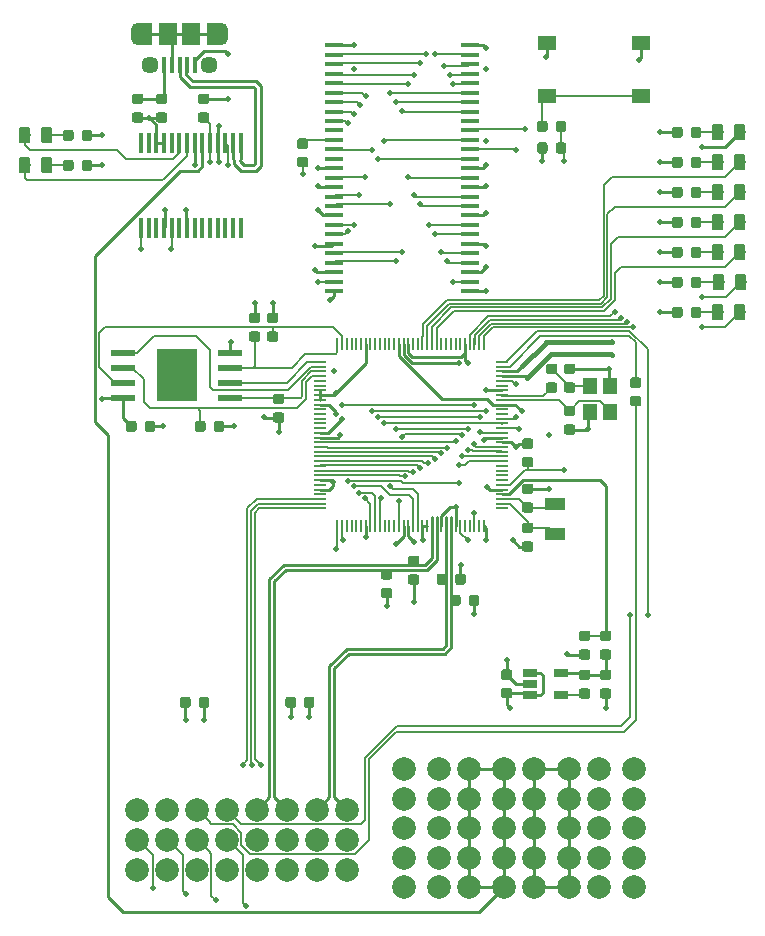
<source format=gbr>
G04 #@! TF.GenerationSoftware,KiCad,Pcbnew,5.1.2*
G04 #@! TF.CreationDate,2019-07-22T21:22:39-05:00*
G04 #@! TF.ProjectId,Raptor2000,52617074-6f72-4323-9030-302e6b696361,A*
G04 #@! TF.SameCoordinates,Original*
G04 #@! TF.FileFunction,Copper,L1,Top*
G04 #@! TF.FilePolarity,Positive*
%FSLAX46Y46*%
G04 Gerber Fmt 4.6, Leading zero omitted, Abs format (unit mm)*
G04 Created by KiCad (PCBNEW 5.1.2) date 2019-07-22 21:22:39*
%MOMM*%
%LPD*%
G04 APERTURE LIST*
%ADD10C,0.100000*%
%ADD11C,0.875000*%
%ADD12C,0.975000*%
%ADD13R,0.230000X1.000000*%
%ADD14R,1.000000X0.230000*%
%ADD15R,1.220000X0.650000*%
%ADD16R,1.800000X1.000000*%
%ADD17R,1.200000X1.400000*%
%ADD18R,0.450000X1.750000*%
%ADD19R,3.500000X4.500000*%
%ADD20R,2.000000X0.500000*%
%ADD21R,1.510000X0.458000*%
%ADD22R,1.550000X1.300000*%
%ADD23R,1.200000X1.900000*%
%ADD24O,1.200000X1.900000*%
%ADD25R,1.500000X1.900000*%
%ADD26C,1.450000*%
%ADD27R,0.400000X1.350000*%
%ADD28C,2.000000*%
%ADD29C,0.508000*%
%ADD30C,0.254000*%
%ADD31C,0.177800*%
%ADD32C,0.381000*%
G04 APERTURE END LIST*
D10*
G36*
X159345691Y-68487053D02*
G01*
X159366926Y-68490203D01*
X159387750Y-68495419D01*
X159407962Y-68502651D01*
X159427368Y-68511830D01*
X159445781Y-68522866D01*
X159463024Y-68535654D01*
X159478930Y-68550070D01*
X159493346Y-68565976D01*
X159506134Y-68583219D01*
X159517170Y-68601632D01*
X159526349Y-68621038D01*
X159533581Y-68641250D01*
X159538797Y-68662074D01*
X159541947Y-68683309D01*
X159543000Y-68704750D01*
X159543000Y-69217250D01*
X159541947Y-69238691D01*
X159538797Y-69259926D01*
X159533581Y-69280750D01*
X159526349Y-69300962D01*
X159517170Y-69320368D01*
X159506134Y-69338781D01*
X159493346Y-69356024D01*
X159478930Y-69371930D01*
X159463024Y-69386346D01*
X159445781Y-69399134D01*
X159427368Y-69410170D01*
X159407962Y-69419349D01*
X159387750Y-69426581D01*
X159366926Y-69431797D01*
X159345691Y-69434947D01*
X159324250Y-69436000D01*
X158886750Y-69436000D01*
X158865309Y-69434947D01*
X158844074Y-69431797D01*
X158823250Y-69426581D01*
X158803038Y-69419349D01*
X158783632Y-69410170D01*
X158765219Y-69399134D01*
X158747976Y-69386346D01*
X158732070Y-69371930D01*
X158717654Y-69356024D01*
X158704866Y-69338781D01*
X158693830Y-69320368D01*
X158684651Y-69300962D01*
X158677419Y-69280750D01*
X158672203Y-69259926D01*
X158669053Y-69238691D01*
X158668000Y-69217250D01*
X158668000Y-68704750D01*
X158669053Y-68683309D01*
X158672203Y-68662074D01*
X158677419Y-68641250D01*
X158684651Y-68621038D01*
X158693830Y-68601632D01*
X158704866Y-68583219D01*
X158717654Y-68565976D01*
X158732070Y-68550070D01*
X158747976Y-68535654D01*
X158765219Y-68522866D01*
X158783632Y-68511830D01*
X158803038Y-68502651D01*
X158823250Y-68495419D01*
X158844074Y-68490203D01*
X158865309Y-68487053D01*
X158886750Y-68486000D01*
X159324250Y-68486000D01*
X159345691Y-68487053D01*
X159345691Y-68487053D01*
G37*
D11*
X159105500Y-68961000D03*
D10*
G36*
X160920691Y-68487053D02*
G01*
X160941926Y-68490203D01*
X160962750Y-68495419D01*
X160982962Y-68502651D01*
X161002368Y-68511830D01*
X161020781Y-68522866D01*
X161038024Y-68535654D01*
X161053930Y-68550070D01*
X161068346Y-68565976D01*
X161081134Y-68583219D01*
X161092170Y-68601632D01*
X161101349Y-68621038D01*
X161108581Y-68641250D01*
X161113797Y-68662074D01*
X161116947Y-68683309D01*
X161118000Y-68704750D01*
X161118000Y-69217250D01*
X161116947Y-69238691D01*
X161113797Y-69259926D01*
X161108581Y-69280750D01*
X161101349Y-69300962D01*
X161092170Y-69320368D01*
X161081134Y-69338781D01*
X161068346Y-69356024D01*
X161053930Y-69371930D01*
X161038024Y-69386346D01*
X161020781Y-69399134D01*
X161002368Y-69410170D01*
X160982962Y-69419349D01*
X160962750Y-69426581D01*
X160941926Y-69431797D01*
X160920691Y-69434947D01*
X160899250Y-69436000D01*
X160461750Y-69436000D01*
X160440309Y-69434947D01*
X160419074Y-69431797D01*
X160398250Y-69426581D01*
X160378038Y-69419349D01*
X160358632Y-69410170D01*
X160340219Y-69399134D01*
X160322976Y-69386346D01*
X160307070Y-69371930D01*
X160292654Y-69356024D01*
X160279866Y-69338781D01*
X160268830Y-69320368D01*
X160259651Y-69300962D01*
X160252419Y-69280750D01*
X160247203Y-69259926D01*
X160244053Y-69238691D01*
X160243000Y-69217250D01*
X160243000Y-68704750D01*
X160244053Y-68683309D01*
X160247203Y-68662074D01*
X160252419Y-68641250D01*
X160259651Y-68621038D01*
X160268830Y-68601632D01*
X160279866Y-68583219D01*
X160292654Y-68565976D01*
X160307070Y-68550070D01*
X160322976Y-68535654D01*
X160340219Y-68522866D01*
X160358632Y-68511830D01*
X160378038Y-68502651D01*
X160398250Y-68495419D01*
X160419074Y-68490203D01*
X160440309Y-68487053D01*
X160461750Y-68486000D01*
X160899250Y-68486000D01*
X160920691Y-68487053D01*
X160920691Y-68487053D01*
G37*
D11*
X160680500Y-68961000D03*
D10*
G36*
X115535142Y-69722674D02*
G01*
X115558803Y-69726184D01*
X115582007Y-69731996D01*
X115604529Y-69740054D01*
X115626153Y-69750282D01*
X115646670Y-69762579D01*
X115665883Y-69776829D01*
X115683607Y-69792893D01*
X115699671Y-69810617D01*
X115713921Y-69829830D01*
X115726218Y-69850347D01*
X115736446Y-69871971D01*
X115744504Y-69894493D01*
X115750316Y-69917697D01*
X115753826Y-69941358D01*
X115755000Y-69965250D01*
X115755000Y-70877750D01*
X115753826Y-70901642D01*
X115750316Y-70925303D01*
X115744504Y-70948507D01*
X115736446Y-70971029D01*
X115726218Y-70992653D01*
X115713921Y-71013170D01*
X115699671Y-71032383D01*
X115683607Y-71050107D01*
X115665883Y-71066171D01*
X115646670Y-71080421D01*
X115626153Y-71092718D01*
X115604529Y-71102946D01*
X115582007Y-71111004D01*
X115558803Y-71116816D01*
X115535142Y-71120326D01*
X115511250Y-71121500D01*
X115023750Y-71121500D01*
X114999858Y-71120326D01*
X114976197Y-71116816D01*
X114952993Y-71111004D01*
X114930471Y-71102946D01*
X114908847Y-71092718D01*
X114888330Y-71080421D01*
X114869117Y-71066171D01*
X114851393Y-71050107D01*
X114835329Y-71032383D01*
X114821079Y-71013170D01*
X114808782Y-70992653D01*
X114798554Y-70971029D01*
X114790496Y-70948507D01*
X114784684Y-70925303D01*
X114781174Y-70901642D01*
X114780000Y-70877750D01*
X114780000Y-69965250D01*
X114781174Y-69941358D01*
X114784684Y-69917697D01*
X114790496Y-69894493D01*
X114798554Y-69871971D01*
X114808782Y-69850347D01*
X114821079Y-69829830D01*
X114835329Y-69810617D01*
X114851393Y-69792893D01*
X114869117Y-69776829D01*
X114888330Y-69762579D01*
X114908847Y-69750282D01*
X114930471Y-69740054D01*
X114952993Y-69731996D01*
X114976197Y-69726184D01*
X114999858Y-69722674D01*
X115023750Y-69721500D01*
X115511250Y-69721500D01*
X115535142Y-69722674D01*
X115535142Y-69722674D01*
G37*
D12*
X115267500Y-70421500D03*
D10*
G36*
X117410142Y-69722674D02*
G01*
X117433803Y-69726184D01*
X117457007Y-69731996D01*
X117479529Y-69740054D01*
X117501153Y-69750282D01*
X117521670Y-69762579D01*
X117540883Y-69776829D01*
X117558607Y-69792893D01*
X117574671Y-69810617D01*
X117588921Y-69829830D01*
X117601218Y-69850347D01*
X117611446Y-69871971D01*
X117619504Y-69894493D01*
X117625316Y-69917697D01*
X117628826Y-69941358D01*
X117630000Y-69965250D01*
X117630000Y-70877750D01*
X117628826Y-70901642D01*
X117625316Y-70925303D01*
X117619504Y-70948507D01*
X117611446Y-70971029D01*
X117601218Y-70992653D01*
X117588921Y-71013170D01*
X117574671Y-71032383D01*
X117558607Y-71050107D01*
X117540883Y-71066171D01*
X117521670Y-71080421D01*
X117501153Y-71092718D01*
X117479529Y-71102946D01*
X117457007Y-71111004D01*
X117433803Y-71116816D01*
X117410142Y-71120326D01*
X117386250Y-71121500D01*
X116898750Y-71121500D01*
X116874858Y-71120326D01*
X116851197Y-71116816D01*
X116827993Y-71111004D01*
X116805471Y-71102946D01*
X116783847Y-71092718D01*
X116763330Y-71080421D01*
X116744117Y-71066171D01*
X116726393Y-71050107D01*
X116710329Y-71032383D01*
X116696079Y-71013170D01*
X116683782Y-70992653D01*
X116673554Y-70971029D01*
X116665496Y-70948507D01*
X116659684Y-70925303D01*
X116656174Y-70901642D01*
X116655000Y-70877750D01*
X116655000Y-69965250D01*
X116656174Y-69941358D01*
X116659684Y-69917697D01*
X116665496Y-69894493D01*
X116673554Y-69871971D01*
X116683782Y-69850347D01*
X116696079Y-69829830D01*
X116710329Y-69810617D01*
X116726393Y-69792893D01*
X116744117Y-69776829D01*
X116763330Y-69762579D01*
X116783847Y-69750282D01*
X116805471Y-69740054D01*
X116827993Y-69731996D01*
X116851197Y-69726184D01*
X116874858Y-69722674D01*
X116898750Y-69721500D01*
X117386250Y-69721500D01*
X117410142Y-69722674D01*
X117410142Y-69722674D01*
G37*
D12*
X117142500Y-70421500D03*
D10*
G36*
X115535142Y-67182674D02*
G01*
X115558803Y-67186184D01*
X115582007Y-67191996D01*
X115604529Y-67200054D01*
X115626153Y-67210282D01*
X115646670Y-67222579D01*
X115665883Y-67236829D01*
X115683607Y-67252893D01*
X115699671Y-67270617D01*
X115713921Y-67289830D01*
X115726218Y-67310347D01*
X115736446Y-67331971D01*
X115744504Y-67354493D01*
X115750316Y-67377697D01*
X115753826Y-67401358D01*
X115755000Y-67425250D01*
X115755000Y-68337750D01*
X115753826Y-68361642D01*
X115750316Y-68385303D01*
X115744504Y-68408507D01*
X115736446Y-68431029D01*
X115726218Y-68452653D01*
X115713921Y-68473170D01*
X115699671Y-68492383D01*
X115683607Y-68510107D01*
X115665883Y-68526171D01*
X115646670Y-68540421D01*
X115626153Y-68552718D01*
X115604529Y-68562946D01*
X115582007Y-68571004D01*
X115558803Y-68576816D01*
X115535142Y-68580326D01*
X115511250Y-68581500D01*
X115023750Y-68581500D01*
X114999858Y-68580326D01*
X114976197Y-68576816D01*
X114952993Y-68571004D01*
X114930471Y-68562946D01*
X114908847Y-68552718D01*
X114888330Y-68540421D01*
X114869117Y-68526171D01*
X114851393Y-68510107D01*
X114835329Y-68492383D01*
X114821079Y-68473170D01*
X114808782Y-68452653D01*
X114798554Y-68431029D01*
X114790496Y-68408507D01*
X114784684Y-68385303D01*
X114781174Y-68361642D01*
X114780000Y-68337750D01*
X114780000Y-67425250D01*
X114781174Y-67401358D01*
X114784684Y-67377697D01*
X114790496Y-67354493D01*
X114798554Y-67331971D01*
X114808782Y-67310347D01*
X114821079Y-67289830D01*
X114835329Y-67270617D01*
X114851393Y-67252893D01*
X114869117Y-67236829D01*
X114888330Y-67222579D01*
X114908847Y-67210282D01*
X114930471Y-67200054D01*
X114952993Y-67191996D01*
X114976197Y-67186184D01*
X114999858Y-67182674D01*
X115023750Y-67181500D01*
X115511250Y-67181500D01*
X115535142Y-67182674D01*
X115535142Y-67182674D01*
G37*
D12*
X115267500Y-67881500D03*
D10*
G36*
X117410142Y-67182674D02*
G01*
X117433803Y-67186184D01*
X117457007Y-67191996D01*
X117479529Y-67200054D01*
X117501153Y-67210282D01*
X117521670Y-67222579D01*
X117540883Y-67236829D01*
X117558607Y-67252893D01*
X117574671Y-67270617D01*
X117588921Y-67289830D01*
X117601218Y-67310347D01*
X117611446Y-67331971D01*
X117619504Y-67354493D01*
X117625316Y-67377697D01*
X117628826Y-67401358D01*
X117630000Y-67425250D01*
X117630000Y-68337750D01*
X117628826Y-68361642D01*
X117625316Y-68385303D01*
X117619504Y-68408507D01*
X117611446Y-68431029D01*
X117601218Y-68452653D01*
X117588921Y-68473170D01*
X117574671Y-68492383D01*
X117558607Y-68510107D01*
X117540883Y-68526171D01*
X117521670Y-68540421D01*
X117501153Y-68552718D01*
X117479529Y-68562946D01*
X117457007Y-68571004D01*
X117433803Y-68576816D01*
X117410142Y-68580326D01*
X117386250Y-68581500D01*
X116898750Y-68581500D01*
X116874858Y-68580326D01*
X116851197Y-68576816D01*
X116827993Y-68571004D01*
X116805471Y-68562946D01*
X116783847Y-68552718D01*
X116763330Y-68540421D01*
X116744117Y-68526171D01*
X116726393Y-68510107D01*
X116710329Y-68492383D01*
X116696079Y-68473170D01*
X116683782Y-68452653D01*
X116673554Y-68431029D01*
X116665496Y-68408507D01*
X116659684Y-68385303D01*
X116656174Y-68361642D01*
X116655000Y-68337750D01*
X116655000Y-67425250D01*
X116656174Y-67401358D01*
X116659684Y-67377697D01*
X116665496Y-67354493D01*
X116673554Y-67331971D01*
X116683782Y-67310347D01*
X116696079Y-67289830D01*
X116710329Y-67270617D01*
X116726393Y-67252893D01*
X116744117Y-67236829D01*
X116763330Y-67222579D01*
X116783847Y-67210282D01*
X116805471Y-67200054D01*
X116827993Y-67191996D01*
X116851197Y-67186184D01*
X116874858Y-67182674D01*
X116898750Y-67181500D01*
X117386250Y-67181500D01*
X117410142Y-67182674D01*
X117410142Y-67182674D01*
G37*
D12*
X117142500Y-67881500D03*
D10*
G36*
X164742691Y-111412553D02*
G01*
X164763926Y-111415703D01*
X164784750Y-111420919D01*
X164804962Y-111428151D01*
X164824368Y-111437330D01*
X164842781Y-111448366D01*
X164860024Y-111461154D01*
X164875930Y-111475570D01*
X164890346Y-111491476D01*
X164903134Y-111508719D01*
X164914170Y-111527132D01*
X164923349Y-111546538D01*
X164930581Y-111566750D01*
X164935797Y-111587574D01*
X164938947Y-111608809D01*
X164940000Y-111630250D01*
X164940000Y-112067750D01*
X164938947Y-112089191D01*
X164935797Y-112110426D01*
X164930581Y-112131250D01*
X164923349Y-112151462D01*
X164914170Y-112170868D01*
X164903134Y-112189281D01*
X164890346Y-112206524D01*
X164875930Y-112222430D01*
X164860024Y-112236846D01*
X164842781Y-112249634D01*
X164824368Y-112260670D01*
X164804962Y-112269849D01*
X164784750Y-112277081D01*
X164763926Y-112282297D01*
X164742691Y-112285447D01*
X164721250Y-112286500D01*
X164208750Y-112286500D01*
X164187309Y-112285447D01*
X164166074Y-112282297D01*
X164145250Y-112277081D01*
X164125038Y-112269849D01*
X164105632Y-112260670D01*
X164087219Y-112249634D01*
X164069976Y-112236846D01*
X164054070Y-112222430D01*
X164039654Y-112206524D01*
X164026866Y-112189281D01*
X164015830Y-112170868D01*
X164006651Y-112151462D01*
X163999419Y-112131250D01*
X163994203Y-112110426D01*
X163991053Y-112089191D01*
X163990000Y-112067750D01*
X163990000Y-111630250D01*
X163991053Y-111608809D01*
X163994203Y-111587574D01*
X163999419Y-111566750D01*
X164006651Y-111546538D01*
X164015830Y-111527132D01*
X164026866Y-111508719D01*
X164039654Y-111491476D01*
X164054070Y-111475570D01*
X164069976Y-111461154D01*
X164087219Y-111448366D01*
X164105632Y-111437330D01*
X164125038Y-111428151D01*
X164145250Y-111420919D01*
X164166074Y-111415703D01*
X164187309Y-111412553D01*
X164208750Y-111411500D01*
X164721250Y-111411500D01*
X164742691Y-111412553D01*
X164742691Y-111412553D01*
G37*
D11*
X164465000Y-111849000D03*
D10*
G36*
X164742691Y-109837553D02*
G01*
X164763926Y-109840703D01*
X164784750Y-109845919D01*
X164804962Y-109853151D01*
X164824368Y-109862330D01*
X164842781Y-109873366D01*
X164860024Y-109886154D01*
X164875930Y-109900570D01*
X164890346Y-109916476D01*
X164903134Y-109933719D01*
X164914170Y-109952132D01*
X164923349Y-109971538D01*
X164930581Y-109991750D01*
X164935797Y-110012574D01*
X164938947Y-110033809D01*
X164940000Y-110055250D01*
X164940000Y-110492750D01*
X164938947Y-110514191D01*
X164935797Y-110535426D01*
X164930581Y-110556250D01*
X164923349Y-110576462D01*
X164914170Y-110595868D01*
X164903134Y-110614281D01*
X164890346Y-110631524D01*
X164875930Y-110647430D01*
X164860024Y-110661846D01*
X164842781Y-110674634D01*
X164824368Y-110685670D01*
X164804962Y-110694849D01*
X164784750Y-110702081D01*
X164763926Y-110707297D01*
X164742691Y-110710447D01*
X164721250Y-110711500D01*
X164208750Y-110711500D01*
X164187309Y-110710447D01*
X164166074Y-110707297D01*
X164145250Y-110702081D01*
X164125038Y-110694849D01*
X164105632Y-110685670D01*
X164087219Y-110674634D01*
X164069976Y-110661846D01*
X164054070Y-110647430D01*
X164039654Y-110631524D01*
X164026866Y-110614281D01*
X164015830Y-110595868D01*
X164006651Y-110576462D01*
X163999419Y-110556250D01*
X163994203Y-110535426D01*
X163991053Y-110514191D01*
X163990000Y-110492750D01*
X163990000Y-110055250D01*
X163991053Y-110033809D01*
X163994203Y-110012574D01*
X163999419Y-109991750D01*
X164006651Y-109971538D01*
X164015830Y-109952132D01*
X164026866Y-109933719D01*
X164039654Y-109916476D01*
X164054070Y-109900570D01*
X164069976Y-109886154D01*
X164087219Y-109873366D01*
X164105632Y-109862330D01*
X164125038Y-109853151D01*
X164145250Y-109845919D01*
X164166074Y-109840703D01*
X164187309Y-109837553D01*
X164208750Y-109836500D01*
X164721250Y-109836500D01*
X164742691Y-109837553D01*
X164742691Y-109837553D01*
G37*
D11*
X164465000Y-110274000D03*
D10*
G36*
X162964691Y-111412553D02*
G01*
X162985926Y-111415703D01*
X163006750Y-111420919D01*
X163026962Y-111428151D01*
X163046368Y-111437330D01*
X163064781Y-111448366D01*
X163082024Y-111461154D01*
X163097930Y-111475570D01*
X163112346Y-111491476D01*
X163125134Y-111508719D01*
X163136170Y-111527132D01*
X163145349Y-111546538D01*
X163152581Y-111566750D01*
X163157797Y-111587574D01*
X163160947Y-111608809D01*
X163162000Y-111630250D01*
X163162000Y-112067750D01*
X163160947Y-112089191D01*
X163157797Y-112110426D01*
X163152581Y-112131250D01*
X163145349Y-112151462D01*
X163136170Y-112170868D01*
X163125134Y-112189281D01*
X163112346Y-112206524D01*
X163097930Y-112222430D01*
X163082024Y-112236846D01*
X163064781Y-112249634D01*
X163046368Y-112260670D01*
X163026962Y-112269849D01*
X163006750Y-112277081D01*
X162985926Y-112282297D01*
X162964691Y-112285447D01*
X162943250Y-112286500D01*
X162430750Y-112286500D01*
X162409309Y-112285447D01*
X162388074Y-112282297D01*
X162367250Y-112277081D01*
X162347038Y-112269849D01*
X162327632Y-112260670D01*
X162309219Y-112249634D01*
X162291976Y-112236846D01*
X162276070Y-112222430D01*
X162261654Y-112206524D01*
X162248866Y-112189281D01*
X162237830Y-112170868D01*
X162228651Y-112151462D01*
X162221419Y-112131250D01*
X162216203Y-112110426D01*
X162213053Y-112089191D01*
X162212000Y-112067750D01*
X162212000Y-111630250D01*
X162213053Y-111608809D01*
X162216203Y-111587574D01*
X162221419Y-111566750D01*
X162228651Y-111546538D01*
X162237830Y-111527132D01*
X162248866Y-111508719D01*
X162261654Y-111491476D01*
X162276070Y-111475570D01*
X162291976Y-111461154D01*
X162309219Y-111448366D01*
X162327632Y-111437330D01*
X162347038Y-111428151D01*
X162367250Y-111420919D01*
X162388074Y-111415703D01*
X162409309Y-111412553D01*
X162430750Y-111411500D01*
X162943250Y-111411500D01*
X162964691Y-111412553D01*
X162964691Y-111412553D01*
G37*
D11*
X162687000Y-111849000D03*
D10*
G36*
X162964691Y-109837553D02*
G01*
X162985926Y-109840703D01*
X163006750Y-109845919D01*
X163026962Y-109853151D01*
X163046368Y-109862330D01*
X163064781Y-109873366D01*
X163082024Y-109886154D01*
X163097930Y-109900570D01*
X163112346Y-109916476D01*
X163125134Y-109933719D01*
X163136170Y-109952132D01*
X163145349Y-109971538D01*
X163152581Y-109991750D01*
X163157797Y-110012574D01*
X163160947Y-110033809D01*
X163162000Y-110055250D01*
X163162000Y-110492750D01*
X163160947Y-110514191D01*
X163157797Y-110535426D01*
X163152581Y-110556250D01*
X163145349Y-110576462D01*
X163136170Y-110595868D01*
X163125134Y-110614281D01*
X163112346Y-110631524D01*
X163097930Y-110647430D01*
X163082024Y-110661846D01*
X163064781Y-110674634D01*
X163046368Y-110685670D01*
X163026962Y-110694849D01*
X163006750Y-110702081D01*
X162985926Y-110707297D01*
X162964691Y-110710447D01*
X162943250Y-110711500D01*
X162430750Y-110711500D01*
X162409309Y-110710447D01*
X162388074Y-110707297D01*
X162367250Y-110702081D01*
X162347038Y-110694849D01*
X162327632Y-110685670D01*
X162309219Y-110674634D01*
X162291976Y-110661846D01*
X162276070Y-110647430D01*
X162261654Y-110631524D01*
X162248866Y-110614281D01*
X162237830Y-110595868D01*
X162228651Y-110576462D01*
X162221419Y-110556250D01*
X162216203Y-110535426D01*
X162213053Y-110514191D01*
X162212000Y-110492750D01*
X162212000Y-110055250D01*
X162213053Y-110033809D01*
X162216203Y-110012574D01*
X162221419Y-109991750D01*
X162228651Y-109971538D01*
X162237830Y-109952132D01*
X162248866Y-109933719D01*
X162261654Y-109916476D01*
X162276070Y-109900570D01*
X162291976Y-109886154D01*
X162309219Y-109873366D01*
X162327632Y-109862330D01*
X162347038Y-109853151D01*
X162367250Y-109845919D01*
X162388074Y-109840703D01*
X162409309Y-109837553D01*
X162430750Y-109836500D01*
X162943250Y-109836500D01*
X162964691Y-109837553D01*
X162964691Y-109837553D01*
G37*
D11*
X162687000Y-110274000D03*
D13*
X141755000Y-85581500D03*
X142155000Y-85581500D03*
X142555000Y-85581500D03*
X142955000Y-85581500D03*
X143355000Y-85581500D03*
X143755000Y-85581500D03*
X144155000Y-85581500D03*
X144555000Y-85581500D03*
X144955000Y-85581500D03*
X145355000Y-85581500D03*
X145755000Y-85581500D03*
X146155000Y-85581500D03*
X146555000Y-85581500D03*
X146955000Y-85581500D03*
X147355000Y-85581500D03*
X147755000Y-85581500D03*
X148155000Y-85581500D03*
X148555000Y-85581500D03*
X148955000Y-85581500D03*
X149355000Y-85581500D03*
X149755000Y-85581500D03*
X150155000Y-85581500D03*
X150555000Y-85581500D03*
X150955000Y-85581500D03*
X151355000Y-85581500D03*
X151755000Y-85581500D03*
X152155000Y-85581500D03*
X152555000Y-85581500D03*
X152955000Y-85581500D03*
X153355000Y-85581500D03*
X153755000Y-85581500D03*
X154155000Y-85581500D03*
D14*
X155655000Y-87081500D03*
X155655000Y-87481500D03*
X155655000Y-87881500D03*
X155655000Y-88281500D03*
X155655000Y-88681500D03*
X155655000Y-89081500D03*
X155655000Y-89481500D03*
X155655000Y-89881500D03*
X155655000Y-90281500D03*
X155655000Y-90681500D03*
X155655000Y-91081500D03*
X155655000Y-91481500D03*
X155655000Y-91881500D03*
X155655000Y-92281500D03*
X155655000Y-92681500D03*
X155655000Y-93081500D03*
X155655000Y-93481500D03*
X155655000Y-93881500D03*
X155655000Y-94281500D03*
X155655000Y-94681500D03*
X155655000Y-95081500D03*
X155655000Y-95481500D03*
X155655000Y-95881500D03*
X155655000Y-96281500D03*
X155655000Y-96681500D03*
X155655000Y-97081500D03*
X155655000Y-97481500D03*
X155655000Y-97881500D03*
X155655000Y-98281500D03*
X155655000Y-98681500D03*
X155655000Y-99081500D03*
X155655000Y-99481500D03*
D13*
X154155000Y-100981500D03*
X153755000Y-100981500D03*
X153355000Y-100981500D03*
X152955000Y-100981500D03*
X152555000Y-100981500D03*
X152155000Y-100981500D03*
X151755000Y-100981500D03*
X151355000Y-100981500D03*
X150955000Y-100981500D03*
X150555000Y-100981500D03*
X150155000Y-100981500D03*
X149755000Y-100981500D03*
X149355000Y-100981500D03*
X148955000Y-100981500D03*
X148555000Y-100981500D03*
X148155000Y-100981500D03*
X147755000Y-100981500D03*
X147355000Y-100981500D03*
X146955000Y-100981500D03*
X146555000Y-100981500D03*
X146155000Y-100981500D03*
X145755000Y-100981500D03*
X145355000Y-100981500D03*
X144955000Y-100981500D03*
X144555000Y-100981500D03*
X144155000Y-100981500D03*
X143755000Y-100981500D03*
X143355000Y-100981500D03*
X142955000Y-100981500D03*
X142555000Y-100981500D03*
X142155000Y-100981500D03*
X141755000Y-100981500D03*
D14*
X140255000Y-99481500D03*
X140255000Y-99081500D03*
X140255000Y-98681500D03*
X140255000Y-98281500D03*
X140255000Y-97881500D03*
X140255000Y-97481500D03*
X140255000Y-97081500D03*
X140255000Y-96681500D03*
X140255000Y-96281500D03*
X140255000Y-95881500D03*
X140255000Y-95481500D03*
X140255000Y-95081500D03*
X140255000Y-94681500D03*
X140255000Y-94281500D03*
X140255000Y-93881500D03*
X140255000Y-93481500D03*
X140255000Y-93081500D03*
X140255000Y-92681500D03*
X140255000Y-92281500D03*
X140255000Y-91881500D03*
X140255000Y-91481500D03*
X140255000Y-91081500D03*
X140255000Y-90681500D03*
X140255000Y-90281500D03*
X140255000Y-89881500D03*
X140255000Y-89481500D03*
X140255000Y-89081500D03*
X140255000Y-88681500D03*
X140255000Y-88281500D03*
X140255000Y-87881500D03*
X140255000Y-87481500D03*
X140255000Y-87081500D03*
D10*
G36*
X156360691Y-113114053D02*
G01*
X156381926Y-113117203D01*
X156402750Y-113122419D01*
X156422962Y-113129651D01*
X156442368Y-113138830D01*
X156460781Y-113149866D01*
X156478024Y-113162654D01*
X156493930Y-113177070D01*
X156508346Y-113192976D01*
X156521134Y-113210219D01*
X156532170Y-113228632D01*
X156541349Y-113248038D01*
X156548581Y-113268250D01*
X156553797Y-113289074D01*
X156556947Y-113310309D01*
X156558000Y-113331750D01*
X156558000Y-113769250D01*
X156556947Y-113790691D01*
X156553797Y-113811926D01*
X156548581Y-113832750D01*
X156541349Y-113852962D01*
X156532170Y-113872368D01*
X156521134Y-113890781D01*
X156508346Y-113908024D01*
X156493930Y-113923930D01*
X156478024Y-113938346D01*
X156460781Y-113951134D01*
X156442368Y-113962170D01*
X156422962Y-113971349D01*
X156402750Y-113978581D01*
X156381926Y-113983797D01*
X156360691Y-113986947D01*
X156339250Y-113988000D01*
X155826750Y-113988000D01*
X155805309Y-113986947D01*
X155784074Y-113983797D01*
X155763250Y-113978581D01*
X155743038Y-113971349D01*
X155723632Y-113962170D01*
X155705219Y-113951134D01*
X155687976Y-113938346D01*
X155672070Y-113923930D01*
X155657654Y-113908024D01*
X155644866Y-113890781D01*
X155633830Y-113872368D01*
X155624651Y-113852962D01*
X155617419Y-113832750D01*
X155612203Y-113811926D01*
X155609053Y-113790691D01*
X155608000Y-113769250D01*
X155608000Y-113331750D01*
X155609053Y-113310309D01*
X155612203Y-113289074D01*
X155617419Y-113268250D01*
X155624651Y-113248038D01*
X155633830Y-113228632D01*
X155644866Y-113210219D01*
X155657654Y-113192976D01*
X155672070Y-113177070D01*
X155687976Y-113162654D01*
X155705219Y-113149866D01*
X155723632Y-113138830D01*
X155743038Y-113129651D01*
X155763250Y-113122419D01*
X155784074Y-113117203D01*
X155805309Y-113114053D01*
X155826750Y-113113000D01*
X156339250Y-113113000D01*
X156360691Y-113114053D01*
X156360691Y-113114053D01*
G37*
D11*
X156083000Y-113550500D03*
D10*
G36*
X156360691Y-114689053D02*
G01*
X156381926Y-114692203D01*
X156402750Y-114697419D01*
X156422962Y-114704651D01*
X156442368Y-114713830D01*
X156460781Y-114724866D01*
X156478024Y-114737654D01*
X156493930Y-114752070D01*
X156508346Y-114767976D01*
X156521134Y-114785219D01*
X156532170Y-114803632D01*
X156541349Y-114823038D01*
X156548581Y-114843250D01*
X156553797Y-114864074D01*
X156556947Y-114885309D01*
X156558000Y-114906750D01*
X156558000Y-115344250D01*
X156556947Y-115365691D01*
X156553797Y-115386926D01*
X156548581Y-115407750D01*
X156541349Y-115427962D01*
X156532170Y-115447368D01*
X156521134Y-115465781D01*
X156508346Y-115483024D01*
X156493930Y-115498930D01*
X156478024Y-115513346D01*
X156460781Y-115526134D01*
X156442368Y-115537170D01*
X156422962Y-115546349D01*
X156402750Y-115553581D01*
X156381926Y-115558797D01*
X156360691Y-115561947D01*
X156339250Y-115563000D01*
X155826750Y-115563000D01*
X155805309Y-115561947D01*
X155784074Y-115558797D01*
X155763250Y-115553581D01*
X155743038Y-115546349D01*
X155723632Y-115537170D01*
X155705219Y-115526134D01*
X155687976Y-115513346D01*
X155672070Y-115498930D01*
X155657654Y-115483024D01*
X155644866Y-115465781D01*
X155633830Y-115447368D01*
X155624651Y-115427962D01*
X155617419Y-115407750D01*
X155612203Y-115386926D01*
X155609053Y-115365691D01*
X155608000Y-115344250D01*
X155608000Y-114906750D01*
X155609053Y-114885309D01*
X155612203Y-114864074D01*
X155617419Y-114843250D01*
X155624651Y-114823038D01*
X155633830Y-114803632D01*
X155644866Y-114785219D01*
X155657654Y-114767976D01*
X155672070Y-114752070D01*
X155687976Y-114737654D01*
X155705219Y-114724866D01*
X155723632Y-114713830D01*
X155743038Y-114704651D01*
X155763250Y-114697419D01*
X155784074Y-114692203D01*
X155805309Y-114689053D01*
X155826750Y-114688000D01*
X156339250Y-114688000D01*
X156360691Y-114689053D01*
X156360691Y-114689053D01*
G37*
D11*
X156083000Y-115125500D03*
D15*
X160695000Y-113413500D03*
X160695000Y-115313500D03*
X158075000Y-115313500D03*
X158075000Y-114363500D03*
X158075000Y-113413500D03*
D10*
G36*
X164742691Y-114714553D02*
G01*
X164763926Y-114717703D01*
X164784750Y-114722919D01*
X164804962Y-114730151D01*
X164824368Y-114739330D01*
X164842781Y-114750366D01*
X164860024Y-114763154D01*
X164875930Y-114777570D01*
X164890346Y-114793476D01*
X164903134Y-114810719D01*
X164914170Y-114829132D01*
X164923349Y-114848538D01*
X164930581Y-114868750D01*
X164935797Y-114889574D01*
X164938947Y-114910809D01*
X164940000Y-114932250D01*
X164940000Y-115369750D01*
X164938947Y-115391191D01*
X164935797Y-115412426D01*
X164930581Y-115433250D01*
X164923349Y-115453462D01*
X164914170Y-115472868D01*
X164903134Y-115491281D01*
X164890346Y-115508524D01*
X164875930Y-115524430D01*
X164860024Y-115538846D01*
X164842781Y-115551634D01*
X164824368Y-115562670D01*
X164804962Y-115571849D01*
X164784750Y-115579081D01*
X164763926Y-115584297D01*
X164742691Y-115587447D01*
X164721250Y-115588500D01*
X164208750Y-115588500D01*
X164187309Y-115587447D01*
X164166074Y-115584297D01*
X164145250Y-115579081D01*
X164125038Y-115571849D01*
X164105632Y-115562670D01*
X164087219Y-115551634D01*
X164069976Y-115538846D01*
X164054070Y-115524430D01*
X164039654Y-115508524D01*
X164026866Y-115491281D01*
X164015830Y-115472868D01*
X164006651Y-115453462D01*
X163999419Y-115433250D01*
X163994203Y-115412426D01*
X163991053Y-115391191D01*
X163990000Y-115369750D01*
X163990000Y-114932250D01*
X163991053Y-114910809D01*
X163994203Y-114889574D01*
X163999419Y-114868750D01*
X164006651Y-114848538D01*
X164015830Y-114829132D01*
X164026866Y-114810719D01*
X164039654Y-114793476D01*
X164054070Y-114777570D01*
X164069976Y-114763154D01*
X164087219Y-114750366D01*
X164105632Y-114739330D01*
X164125038Y-114730151D01*
X164145250Y-114722919D01*
X164166074Y-114717703D01*
X164187309Y-114714553D01*
X164208750Y-114713500D01*
X164721250Y-114713500D01*
X164742691Y-114714553D01*
X164742691Y-114714553D01*
G37*
D11*
X164465000Y-115151000D03*
D10*
G36*
X164742691Y-113139553D02*
G01*
X164763926Y-113142703D01*
X164784750Y-113147919D01*
X164804962Y-113155151D01*
X164824368Y-113164330D01*
X164842781Y-113175366D01*
X164860024Y-113188154D01*
X164875930Y-113202570D01*
X164890346Y-113218476D01*
X164903134Y-113235719D01*
X164914170Y-113254132D01*
X164923349Y-113273538D01*
X164930581Y-113293750D01*
X164935797Y-113314574D01*
X164938947Y-113335809D01*
X164940000Y-113357250D01*
X164940000Y-113794750D01*
X164938947Y-113816191D01*
X164935797Y-113837426D01*
X164930581Y-113858250D01*
X164923349Y-113878462D01*
X164914170Y-113897868D01*
X164903134Y-113916281D01*
X164890346Y-113933524D01*
X164875930Y-113949430D01*
X164860024Y-113963846D01*
X164842781Y-113976634D01*
X164824368Y-113987670D01*
X164804962Y-113996849D01*
X164784750Y-114004081D01*
X164763926Y-114009297D01*
X164742691Y-114012447D01*
X164721250Y-114013500D01*
X164208750Y-114013500D01*
X164187309Y-114012447D01*
X164166074Y-114009297D01*
X164145250Y-114004081D01*
X164125038Y-113996849D01*
X164105632Y-113987670D01*
X164087219Y-113976634D01*
X164069976Y-113963846D01*
X164054070Y-113949430D01*
X164039654Y-113933524D01*
X164026866Y-113916281D01*
X164015830Y-113897868D01*
X164006651Y-113878462D01*
X163999419Y-113858250D01*
X163994203Y-113837426D01*
X163991053Y-113816191D01*
X163990000Y-113794750D01*
X163990000Y-113357250D01*
X163991053Y-113335809D01*
X163994203Y-113314574D01*
X163999419Y-113293750D01*
X164006651Y-113273538D01*
X164015830Y-113254132D01*
X164026866Y-113235719D01*
X164039654Y-113218476D01*
X164054070Y-113202570D01*
X164069976Y-113188154D01*
X164087219Y-113175366D01*
X164105632Y-113164330D01*
X164125038Y-113155151D01*
X164145250Y-113147919D01*
X164166074Y-113142703D01*
X164187309Y-113139553D01*
X164208750Y-113138500D01*
X164721250Y-113138500D01*
X164742691Y-113139553D01*
X164742691Y-113139553D01*
G37*
D11*
X164465000Y-113576000D03*
D10*
G36*
X162964691Y-114714553D02*
G01*
X162985926Y-114717703D01*
X163006750Y-114722919D01*
X163026962Y-114730151D01*
X163046368Y-114739330D01*
X163064781Y-114750366D01*
X163082024Y-114763154D01*
X163097930Y-114777570D01*
X163112346Y-114793476D01*
X163125134Y-114810719D01*
X163136170Y-114829132D01*
X163145349Y-114848538D01*
X163152581Y-114868750D01*
X163157797Y-114889574D01*
X163160947Y-114910809D01*
X163162000Y-114932250D01*
X163162000Y-115369750D01*
X163160947Y-115391191D01*
X163157797Y-115412426D01*
X163152581Y-115433250D01*
X163145349Y-115453462D01*
X163136170Y-115472868D01*
X163125134Y-115491281D01*
X163112346Y-115508524D01*
X163097930Y-115524430D01*
X163082024Y-115538846D01*
X163064781Y-115551634D01*
X163046368Y-115562670D01*
X163026962Y-115571849D01*
X163006750Y-115579081D01*
X162985926Y-115584297D01*
X162964691Y-115587447D01*
X162943250Y-115588500D01*
X162430750Y-115588500D01*
X162409309Y-115587447D01*
X162388074Y-115584297D01*
X162367250Y-115579081D01*
X162347038Y-115571849D01*
X162327632Y-115562670D01*
X162309219Y-115551634D01*
X162291976Y-115538846D01*
X162276070Y-115524430D01*
X162261654Y-115508524D01*
X162248866Y-115491281D01*
X162237830Y-115472868D01*
X162228651Y-115453462D01*
X162221419Y-115433250D01*
X162216203Y-115412426D01*
X162213053Y-115391191D01*
X162212000Y-115369750D01*
X162212000Y-114932250D01*
X162213053Y-114910809D01*
X162216203Y-114889574D01*
X162221419Y-114868750D01*
X162228651Y-114848538D01*
X162237830Y-114829132D01*
X162248866Y-114810719D01*
X162261654Y-114793476D01*
X162276070Y-114777570D01*
X162291976Y-114763154D01*
X162309219Y-114750366D01*
X162327632Y-114739330D01*
X162347038Y-114730151D01*
X162367250Y-114722919D01*
X162388074Y-114717703D01*
X162409309Y-114714553D01*
X162430750Y-114713500D01*
X162943250Y-114713500D01*
X162964691Y-114714553D01*
X162964691Y-114714553D01*
G37*
D11*
X162687000Y-115151000D03*
D10*
G36*
X162964691Y-113139553D02*
G01*
X162985926Y-113142703D01*
X163006750Y-113147919D01*
X163026962Y-113155151D01*
X163046368Y-113164330D01*
X163064781Y-113175366D01*
X163082024Y-113188154D01*
X163097930Y-113202570D01*
X163112346Y-113218476D01*
X163125134Y-113235719D01*
X163136170Y-113254132D01*
X163145349Y-113273538D01*
X163152581Y-113293750D01*
X163157797Y-113314574D01*
X163160947Y-113335809D01*
X163162000Y-113357250D01*
X163162000Y-113794750D01*
X163160947Y-113816191D01*
X163157797Y-113837426D01*
X163152581Y-113858250D01*
X163145349Y-113878462D01*
X163136170Y-113897868D01*
X163125134Y-113916281D01*
X163112346Y-113933524D01*
X163097930Y-113949430D01*
X163082024Y-113963846D01*
X163064781Y-113976634D01*
X163046368Y-113987670D01*
X163026962Y-113996849D01*
X163006750Y-114004081D01*
X162985926Y-114009297D01*
X162964691Y-114012447D01*
X162943250Y-114013500D01*
X162430750Y-114013500D01*
X162409309Y-114012447D01*
X162388074Y-114009297D01*
X162367250Y-114004081D01*
X162347038Y-113996849D01*
X162327632Y-113987670D01*
X162309219Y-113976634D01*
X162291976Y-113963846D01*
X162276070Y-113949430D01*
X162261654Y-113933524D01*
X162248866Y-113916281D01*
X162237830Y-113897868D01*
X162228651Y-113878462D01*
X162221419Y-113858250D01*
X162216203Y-113837426D01*
X162213053Y-113816191D01*
X162212000Y-113794750D01*
X162212000Y-113357250D01*
X162213053Y-113335809D01*
X162216203Y-113314574D01*
X162221419Y-113293750D01*
X162228651Y-113273538D01*
X162237830Y-113254132D01*
X162248866Y-113235719D01*
X162261654Y-113218476D01*
X162276070Y-113202570D01*
X162291976Y-113188154D01*
X162309219Y-113175366D01*
X162327632Y-113164330D01*
X162347038Y-113155151D01*
X162367250Y-113147919D01*
X162388074Y-113142703D01*
X162409309Y-113139553D01*
X162430750Y-113138500D01*
X162943250Y-113138500D01*
X162964691Y-113139553D01*
X162964691Y-113139553D01*
G37*
D11*
X162687000Y-113576000D03*
D10*
G36*
X139088691Y-69731053D02*
G01*
X139109926Y-69734203D01*
X139130750Y-69739419D01*
X139150962Y-69746651D01*
X139170368Y-69755830D01*
X139188781Y-69766866D01*
X139206024Y-69779654D01*
X139221930Y-69794070D01*
X139236346Y-69809976D01*
X139249134Y-69827219D01*
X139260170Y-69845632D01*
X139269349Y-69865038D01*
X139276581Y-69885250D01*
X139281797Y-69906074D01*
X139284947Y-69927309D01*
X139286000Y-69948750D01*
X139286000Y-70386250D01*
X139284947Y-70407691D01*
X139281797Y-70428926D01*
X139276581Y-70449750D01*
X139269349Y-70469962D01*
X139260170Y-70489368D01*
X139249134Y-70507781D01*
X139236346Y-70525024D01*
X139221930Y-70540930D01*
X139206024Y-70555346D01*
X139188781Y-70568134D01*
X139170368Y-70579170D01*
X139150962Y-70588349D01*
X139130750Y-70595581D01*
X139109926Y-70600797D01*
X139088691Y-70603947D01*
X139067250Y-70605000D01*
X138554750Y-70605000D01*
X138533309Y-70603947D01*
X138512074Y-70600797D01*
X138491250Y-70595581D01*
X138471038Y-70588349D01*
X138451632Y-70579170D01*
X138433219Y-70568134D01*
X138415976Y-70555346D01*
X138400070Y-70540930D01*
X138385654Y-70525024D01*
X138372866Y-70507781D01*
X138361830Y-70489368D01*
X138352651Y-70469962D01*
X138345419Y-70449750D01*
X138340203Y-70428926D01*
X138337053Y-70407691D01*
X138336000Y-70386250D01*
X138336000Y-69948750D01*
X138337053Y-69927309D01*
X138340203Y-69906074D01*
X138345419Y-69885250D01*
X138352651Y-69865038D01*
X138361830Y-69845632D01*
X138372866Y-69827219D01*
X138385654Y-69809976D01*
X138400070Y-69794070D01*
X138415976Y-69779654D01*
X138433219Y-69766866D01*
X138451632Y-69755830D01*
X138471038Y-69746651D01*
X138491250Y-69739419D01*
X138512074Y-69734203D01*
X138533309Y-69731053D01*
X138554750Y-69730000D01*
X139067250Y-69730000D01*
X139088691Y-69731053D01*
X139088691Y-69731053D01*
G37*
D11*
X138811000Y-70167500D03*
D10*
G36*
X139088691Y-68156053D02*
G01*
X139109926Y-68159203D01*
X139130750Y-68164419D01*
X139150962Y-68171651D01*
X139170368Y-68180830D01*
X139188781Y-68191866D01*
X139206024Y-68204654D01*
X139221930Y-68219070D01*
X139236346Y-68234976D01*
X139249134Y-68252219D01*
X139260170Y-68270632D01*
X139269349Y-68290038D01*
X139276581Y-68310250D01*
X139281797Y-68331074D01*
X139284947Y-68352309D01*
X139286000Y-68373750D01*
X139286000Y-68811250D01*
X139284947Y-68832691D01*
X139281797Y-68853926D01*
X139276581Y-68874750D01*
X139269349Y-68894962D01*
X139260170Y-68914368D01*
X139249134Y-68932781D01*
X139236346Y-68950024D01*
X139221930Y-68965930D01*
X139206024Y-68980346D01*
X139188781Y-68993134D01*
X139170368Y-69004170D01*
X139150962Y-69013349D01*
X139130750Y-69020581D01*
X139109926Y-69025797D01*
X139088691Y-69028947D01*
X139067250Y-69030000D01*
X138554750Y-69030000D01*
X138533309Y-69028947D01*
X138512074Y-69025797D01*
X138491250Y-69020581D01*
X138471038Y-69013349D01*
X138451632Y-69004170D01*
X138433219Y-68993134D01*
X138415976Y-68980346D01*
X138400070Y-68965930D01*
X138385654Y-68950024D01*
X138372866Y-68932781D01*
X138361830Y-68914368D01*
X138352651Y-68894962D01*
X138345419Y-68874750D01*
X138340203Y-68853926D01*
X138337053Y-68832691D01*
X138336000Y-68811250D01*
X138336000Y-68373750D01*
X138337053Y-68352309D01*
X138340203Y-68331074D01*
X138345419Y-68310250D01*
X138352651Y-68290038D01*
X138361830Y-68270632D01*
X138372866Y-68252219D01*
X138385654Y-68234976D01*
X138400070Y-68219070D01*
X138415976Y-68204654D01*
X138433219Y-68191866D01*
X138451632Y-68180830D01*
X138471038Y-68171651D01*
X138491250Y-68164419D01*
X138512074Y-68159203D01*
X138533309Y-68156053D01*
X138554750Y-68155000D01*
X139067250Y-68155000D01*
X139088691Y-68156053D01*
X139088691Y-68156053D01*
G37*
D11*
X138811000Y-68592500D03*
D10*
G36*
X176084142Y-69468674D02*
G01*
X176107803Y-69472184D01*
X176131007Y-69477996D01*
X176153529Y-69486054D01*
X176175153Y-69496282D01*
X176195670Y-69508579D01*
X176214883Y-69522829D01*
X176232607Y-69538893D01*
X176248671Y-69556617D01*
X176262921Y-69575830D01*
X176275218Y-69596347D01*
X176285446Y-69617971D01*
X176293504Y-69640493D01*
X176299316Y-69663697D01*
X176302826Y-69687358D01*
X176304000Y-69711250D01*
X176304000Y-70623750D01*
X176302826Y-70647642D01*
X176299316Y-70671303D01*
X176293504Y-70694507D01*
X176285446Y-70717029D01*
X176275218Y-70738653D01*
X176262921Y-70759170D01*
X176248671Y-70778383D01*
X176232607Y-70796107D01*
X176214883Y-70812171D01*
X176195670Y-70826421D01*
X176175153Y-70838718D01*
X176153529Y-70848946D01*
X176131007Y-70857004D01*
X176107803Y-70862816D01*
X176084142Y-70866326D01*
X176060250Y-70867500D01*
X175572750Y-70867500D01*
X175548858Y-70866326D01*
X175525197Y-70862816D01*
X175501993Y-70857004D01*
X175479471Y-70848946D01*
X175457847Y-70838718D01*
X175437330Y-70826421D01*
X175418117Y-70812171D01*
X175400393Y-70796107D01*
X175384329Y-70778383D01*
X175370079Y-70759170D01*
X175357782Y-70738653D01*
X175347554Y-70717029D01*
X175339496Y-70694507D01*
X175333684Y-70671303D01*
X175330174Y-70647642D01*
X175329000Y-70623750D01*
X175329000Y-69711250D01*
X175330174Y-69687358D01*
X175333684Y-69663697D01*
X175339496Y-69640493D01*
X175347554Y-69617971D01*
X175357782Y-69596347D01*
X175370079Y-69575830D01*
X175384329Y-69556617D01*
X175400393Y-69538893D01*
X175418117Y-69522829D01*
X175437330Y-69508579D01*
X175457847Y-69496282D01*
X175479471Y-69486054D01*
X175501993Y-69477996D01*
X175525197Y-69472184D01*
X175548858Y-69468674D01*
X175572750Y-69467500D01*
X176060250Y-69467500D01*
X176084142Y-69468674D01*
X176084142Y-69468674D01*
G37*
D12*
X175816500Y-70167500D03*
D10*
G36*
X174209142Y-69468674D02*
G01*
X174232803Y-69472184D01*
X174256007Y-69477996D01*
X174278529Y-69486054D01*
X174300153Y-69496282D01*
X174320670Y-69508579D01*
X174339883Y-69522829D01*
X174357607Y-69538893D01*
X174373671Y-69556617D01*
X174387921Y-69575830D01*
X174400218Y-69596347D01*
X174410446Y-69617971D01*
X174418504Y-69640493D01*
X174424316Y-69663697D01*
X174427826Y-69687358D01*
X174429000Y-69711250D01*
X174429000Y-70623750D01*
X174427826Y-70647642D01*
X174424316Y-70671303D01*
X174418504Y-70694507D01*
X174410446Y-70717029D01*
X174400218Y-70738653D01*
X174387921Y-70759170D01*
X174373671Y-70778383D01*
X174357607Y-70796107D01*
X174339883Y-70812171D01*
X174320670Y-70826421D01*
X174300153Y-70838718D01*
X174278529Y-70848946D01*
X174256007Y-70857004D01*
X174232803Y-70862816D01*
X174209142Y-70866326D01*
X174185250Y-70867500D01*
X173697750Y-70867500D01*
X173673858Y-70866326D01*
X173650197Y-70862816D01*
X173626993Y-70857004D01*
X173604471Y-70848946D01*
X173582847Y-70838718D01*
X173562330Y-70826421D01*
X173543117Y-70812171D01*
X173525393Y-70796107D01*
X173509329Y-70778383D01*
X173495079Y-70759170D01*
X173482782Y-70738653D01*
X173472554Y-70717029D01*
X173464496Y-70694507D01*
X173458684Y-70671303D01*
X173455174Y-70647642D01*
X173454000Y-70623750D01*
X173454000Y-69711250D01*
X173455174Y-69687358D01*
X173458684Y-69663697D01*
X173464496Y-69640493D01*
X173472554Y-69617971D01*
X173482782Y-69596347D01*
X173495079Y-69575830D01*
X173509329Y-69556617D01*
X173525393Y-69538893D01*
X173543117Y-69522829D01*
X173562330Y-69508579D01*
X173582847Y-69496282D01*
X173604471Y-69486054D01*
X173626993Y-69477996D01*
X173650197Y-69472184D01*
X173673858Y-69468674D01*
X173697750Y-69467500D01*
X174185250Y-69467500D01*
X174209142Y-69468674D01*
X174209142Y-69468674D01*
G37*
D12*
X173941500Y-70167500D03*
D10*
G36*
X176084142Y-74548674D02*
G01*
X176107803Y-74552184D01*
X176131007Y-74557996D01*
X176153529Y-74566054D01*
X176175153Y-74576282D01*
X176195670Y-74588579D01*
X176214883Y-74602829D01*
X176232607Y-74618893D01*
X176248671Y-74636617D01*
X176262921Y-74655830D01*
X176275218Y-74676347D01*
X176285446Y-74697971D01*
X176293504Y-74720493D01*
X176299316Y-74743697D01*
X176302826Y-74767358D01*
X176304000Y-74791250D01*
X176304000Y-75703750D01*
X176302826Y-75727642D01*
X176299316Y-75751303D01*
X176293504Y-75774507D01*
X176285446Y-75797029D01*
X176275218Y-75818653D01*
X176262921Y-75839170D01*
X176248671Y-75858383D01*
X176232607Y-75876107D01*
X176214883Y-75892171D01*
X176195670Y-75906421D01*
X176175153Y-75918718D01*
X176153529Y-75928946D01*
X176131007Y-75937004D01*
X176107803Y-75942816D01*
X176084142Y-75946326D01*
X176060250Y-75947500D01*
X175572750Y-75947500D01*
X175548858Y-75946326D01*
X175525197Y-75942816D01*
X175501993Y-75937004D01*
X175479471Y-75928946D01*
X175457847Y-75918718D01*
X175437330Y-75906421D01*
X175418117Y-75892171D01*
X175400393Y-75876107D01*
X175384329Y-75858383D01*
X175370079Y-75839170D01*
X175357782Y-75818653D01*
X175347554Y-75797029D01*
X175339496Y-75774507D01*
X175333684Y-75751303D01*
X175330174Y-75727642D01*
X175329000Y-75703750D01*
X175329000Y-74791250D01*
X175330174Y-74767358D01*
X175333684Y-74743697D01*
X175339496Y-74720493D01*
X175347554Y-74697971D01*
X175357782Y-74676347D01*
X175370079Y-74655830D01*
X175384329Y-74636617D01*
X175400393Y-74618893D01*
X175418117Y-74602829D01*
X175437330Y-74588579D01*
X175457847Y-74576282D01*
X175479471Y-74566054D01*
X175501993Y-74557996D01*
X175525197Y-74552184D01*
X175548858Y-74548674D01*
X175572750Y-74547500D01*
X176060250Y-74547500D01*
X176084142Y-74548674D01*
X176084142Y-74548674D01*
G37*
D12*
X175816500Y-75247500D03*
D10*
G36*
X174209142Y-74548674D02*
G01*
X174232803Y-74552184D01*
X174256007Y-74557996D01*
X174278529Y-74566054D01*
X174300153Y-74576282D01*
X174320670Y-74588579D01*
X174339883Y-74602829D01*
X174357607Y-74618893D01*
X174373671Y-74636617D01*
X174387921Y-74655830D01*
X174400218Y-74676347D01*
X174410446Y-74697971D01*
X174418504Y-74720493D01*
X174424316Y-74743697D01*
X174427826Y-74767358D01*
X174429000Y-74791250D01*
X174429000Y-75703750D01*
X174427826Y-75727642D01*
X174424316Y-75751303D01*
X174418504Y-75774507D01*
X174410446Y-75797029D01*
X174400218Y-75818653D01*
X174387921Y-75839170D01*
X174373671Y-75858383D01*
X174357607Y-75876107D01*
X174339883Y-75892171D01*
X174320670Y-75906421D01*
X174300153Y-75918718D01*
X174278529Y-75928946D01*
X174256007Y-75937004D01*
X174232803Y-75942816D01*
X174209142Y-75946326D01*
X174185250Y-75947500D01*
X173697750Y-75947500D01*
X173673858Y-75946326D01*
X173650197Y-75942816D01*
X173626993Y-75937004D01*
X173604471Y-75928946D01*
X173582847Y-75918718D01*
X173562330Y-75906421D01*
X173543117Y-75892171D01*
X173525393Y-75876107D01*
X173509329Y-75858383D01*
X173495079Y-75839170D01*
X173482782Y-75818653D01*
X173472554Y-75797029D01*
X173464496Y-75774507D01*
X173458684Y-75751303D01*
X173455174Y-75727642D01*
X173454000Y-75703750D01*
X173454000Y-74791250D01*
X173455174Y-74767358D01*
X173458684Y-74743697D01*
X173464496Y-74720493D01*
X173472554Y-74697971D01*
X173482782Y-74676347D01*
X173495079Y-74655830D01*
X173509329Y-74636617D01*
X173525393Y-74618893D01*
X173543117Y-74602829D01*
X173562330Y-74588579D01*
X173582847Y-74576282D01*
X173604471Y-74566054D01*
X173626993Y-74557996D01*
X173650197Y-74552184D01*
X173673858Y-74548674D01*
X173697750Y-74547500D01*
X174185250Y-74547500D01*
X174209142Y-74548674D01*
X174209142Y-74548674D01*
G37*
D12*
X173941500Y-75247500D03*
D10*
G36*
X176084142Y-66928674D02*
G01*
X176107803Y-66932184D01*
X176131007Y-66937996D01*
X176153529Y-66946054D01*
X176175153Y-66956282D01*
X176195670Y-66968579D01*
X176214883Y-66982829D01*
X176232607Y-66998893D01*
X176248671Y-67016617D01*
X176262921Y-67035830D01*
X176275218Y-67056347D01*
X176285446Y-67077971D01*
X176293504Y-67100493D01*
X176299316Y-67123697D01*
X176302826Y-67147358D01*
X176304000Y-67171250D01*
X176304000Y-68083750D01*
X176302826Y-68107642D01*
X176299316Y-68131303D01*
X176293504Y-68154507D01*
X176285446Y-68177029D01*
X176275218Y-68198653D01*
X176262921Y-68219170D01*
X176248671Y-68238383D01*
X176232607Y-68256107D01*
X176214883Y-68272171D01*
X176195670Y-68286421D01*
X176175153Y-68298718D01*
X176153529Y-68308946D01*
X176131007Y-68317004D01*
X176107803Y-68322816D01*
X176084142Y-68326326D01*
X176060250Y-68327500D01*
X175572750Y-68327500D01*
X175548858Y-68326326D01*
X175525197Y-68322816D01*
X175501993Y-68317004D01*
X175479471Y-68308946D01*
X175457847Y-68298718D01*
X175437330Y-68286421D01*
X175418117Y-68272171D01*
X175400393Y-68256107D01*
X175384329Y-68238383D01*
X175370079Y-68219170D01*
X175357782Y-68198653D01*
X175347554Y-68177029D01*
X175339496Y-68154507D01*
X175333684Y-68131303D01*
X175330174Y-68107642D01*
X175329000Y-68083750D01*
X175329000Y-67171250D01*
X175330174Y-67147358D01*
X175333684Y-67123697D01*
X175339496Y-67100493D01*
X175347554Y-67077971D01*
X175357782Y-67056347D01*
X175370079Y-67035830D01*
X175384329Y-67016617D01*
X175400393Y-66998893D01*
X175418117Y-66982829D01*
X175437330Y-66968579D01*
X175457847Y-66956282D01*
X175479471Y-66946054D01*
X175501993Y-66937996D01*
X175525197Y-66932184D01*
X175548858Y-66928674D01*
X175572750Y-66927500D01*
X176060250Y-66927500D01*
X176084142Y-66928674D01*
X176084142Y-66928674D01*
G37*
D12*
X175816500Y-67627500D03*
D10*
G36*
X174209142Y-66928674D02*
G01*
X174232803Y-66932184D01*
X174256007Y-66937996D01*
X174278529Y-66946054D01*
X174300153Y-66956282D01*
X174320670Y-66968579D01*
X174339883Y-66982829D01*
X174357607Y-66998893D01*
X174373671Y-67016617D01*
X174387921Y-67035830D01*
X174400218Y-67056347D01*
X174410446Y-67077971D01*
X174418504Y-67100493D01*
X174424316Y-67123697D01*
X174427826Y-67147358D01*
X174429000Y-67171250D01*
X174429000Y-68083750D01*
X174427826Y-68107642D01*
X174424316Y-68131303D01*
X174418504Y-68154507D01*
X174410446Y-68177029D01*
X174400218Y-68198653D01*
X174387921Y-68219170D01*
X174373671Y-68238383D01*
X174357607Y-68256107D01*
X174339883Y-68272171D01*
X174320670Y-68286421D01*
X174300153Y-68298718D01*
X174278529Y-68308946D01*
X174256007Y-68317004D01*
X174232803Y-68322816D01*
X174209142Y-68326326D01*
X174185250Y-68327500D01*
X173697750Y-68327500D01*
X173673858Y-68326326D01*
X173650197Y-68322816D01*
X173626993Y-68317004D01*
X173604471Y-68308946D01*
X173582847Y-68298718D01*
X173562330Y-68286421D01*
X173543117Y-68272171D01*
X173525393Y-68256107D01*
X173509329Y-68238383D01*
X173495079Y-68219170D01*
X173482782Y-68198653D01*
X173472554Y-68177029D01*
X173464496Y-68154507D01*
X173458684Y-68131303D01*
X173455174Y-68107642D01*
X173454000Y-68083750D01*
X173454000Y-67171250D01*
X173455174Y-67147358D01*
X173458684Y-67123697D01*
X173464496Y-67100493D01*
X173472554Y-67077971D01*
X173482782Y-67056347D01*
X173495079Y-67035830D01*
X173509329Y-67016617D01*
X173525393Y-66998893D01*
X173543117Y-66982829D01*
X173562330Y-66968579D01*
X173582847Y-66956282D01*
X173604471Y-66946054D01*
X173626993Y-66937996D01*
X173650197Y-66932184D01*
X173673858Y-66928674D01*
X173697750Y-66927500D01*
X174185250Y-66927500D01*
X174209142Y-66928674D01*
X174209142Y-66928674D01*
G37*
D12*
X173941500Y-67627500D03*
D10*
G36*
X176084142Y-72008674D02*
G01*
X176107803Y-72012184D01*
X176131007Y-72017996D01*
X176153529Y-72026054D01*
X176175153Y-72036282D01*
X176195670Y-72048579D01*
X176214883Y-72062829D01*
X176232607Y-72078893D01*
X176248671Y-72096617D01*
X176262921Y-72115830D01*
X176275218Y-72136347D01*
X176285446Y-72157971D01*
X176293504Y-72180493D01*
X176299316Y-72203697D01*
X176302826Y-72227358D01*
X176304000Y-72251250D01*
X176304000Y-73163750D01*
X176302826Y-73187642D01*
X176299316Y-73211303D01*
X176293504Y-73234507D01*
X176285446Y-73257029D01*
X176275218Y-73278653D01*
X176262921Y-73299170D01*
X176248671Y-73318383D01*
X176232607Y-73336107D01*
X176214883Y-73352171D01*
X176195670Y-73366421D01*
X176175153Y-73378718D01*
X176153529Y-73388946D01*
X176131007Y-73397004D01*
X176107803Y-73402816D01*
X176084142Y-73406326D01*
X176060250Y-73407500D01*
X175572750Y-73407500D01*
X175548858Y-73406326D01*
X175525197Y-73402816D01*
X175501993Y-73397004D01*
X175479471Y-73388946D01*
X175457847Y-73378718D01*
X175437330Y-73366421D01*
X175418117Y-73352171D01*
X175400393Y-73336107D01*
X175384329Y-73318383D01*
X175370079Y-73299170D01*
X175357782Y-73278653D01*
X175347554Y-73257029D01*
X175339496Y-73234507D01*
X175333684Y-73211303D01*
X175330174Y-73187642D01*
X175329000Y-73163750D01*
X175329000Y-72251250D01*
X175330174Y-72227358D01*
X175333684Y-72203697D01*
X175339496Y-72180493D01*
X175347554Y-72157971D01*
X175357782Y-72136347D01*
X175370079Y-72115830D01*
X175384329Y-72096617D01*
X175400393Y-72078893D01*
X175418117Y-72062829D01*
X175437330Y-72048579D01*
X175457847Y-72036282D01*
X175479471Y-72026054D01*
X175501993Y-72017996D01*
X175525197Y-72012184D01*
X175548858Y-72008674D01*
X175572750Y-72007500D01*
X176060250Y-72007500D01*
X176084142Y-72008674D01*
X176084142Y-72008674D01*
G37*
D12*
X175816500Y-72707500D03*
D10*
G36*
X174209142Y-72008674D02*
G01*
X174232803Y-72012184D01*
X174256007Y-72017996D01*
X174278529Y-72026054D01*
X174300153Y-72036282D01*
X174320670Y-72048579D01*
X174339883Y-72062829D01*
X174357607Y-72078893D01*
X174373671Y-72096617D01*
X174387921Y-72115830D01*
X174400218Y-72136347D01*
X174410446Y-72157971D01*
X174418504Y-72180493D01*
X174424316Y-72203697D01*
X174427826Y-72227358D01*
X174429000Y-72251250D01*
X174429000Y-73163750D01*
X174427826Y-73187642D01*
X174424316Y-73211303D01*
X174418504Y-73234507D01*
X174410446Y-73257029D01*
X174400218Y-73278653D01*
X174387921Y-73299170D01*
X174373671Y-73318383D01*
X174357607Y-73336107D01*
X174339883Y-73352171D01*
X174320670Y-73366421D01*
X174300153Y-73378718D01*
X174278529Y-73388946D01*
X174256007Y-73397004D01*
X174232803Y-73402816D01*
X174209142Y-73406326D01*
X174185250Y-73407500D01*
X173697750Y-73407500D01*
X173673858Y-73406326D01*
X173650197Y-73402816D01*
X173626993Y-73397004D01*
X173604471Y-73388946D01*
X173582847Y-73378718D01*
X173562330Y-73366421D01*
X173543117Y-73352171D01*
X173525393Y-73336107D01*
X173509329Y-73318383D01*
X173495079Y-73299170D01*
X173482782Y-73278653D01*
X173472554Y-73257029D01*
X173464496Y-73234507D01*
X173458684Y-73211303D01*
X173455174Y-73187642D01*
X173454000Y-73163750D01*
X173454000Y-72251250D01*
X173455174Y-72227358D01*
X173458684Y-72203697D01*
X173464496Y-72180493D01*
X173472554Y-72157971D01*
X173482782Y-72136347D01*
X173495079Y-72115830D01*
X173509329Y-72096617D01*
X173525393Y-72078893D01*
X173543117Y-72062829D01*
X173562330Y-72048579D01*
X173582847Y-72036282D01*
X173604471Y-72026054D01*
X173626993Y-72017996D01*
X173650197Y-72012184D01*
X173673858Y-72008674D01*
X173697750Y-72007500D01*
X174185250Y-72007500D01*
X174209142Y-72008674D01*
X174209142Y-72008674D01*
G37*
D12*
X173941500Y-72707500D03*
D10*
G36*
X176084142Y-77088674D02*
G01*
X176107803Y-77092184D01*
X176131007Y-77097996D01*
X176153529Y-77106054D01*
X176175153Y-77116282D01*
X176195670Y-77128579D01*
X176214883Y-77142829D01*
X176232607Y-77158893D01*
X176248671Y-77176617D01*
X176262921Y-77195830D01*
X176275218Y-77216347D01*
X176285446Y-77237971D01*
X176293504Y-77260493D01*
X176299316Y-77283697D01*
X176302826Y-77307358D01*
X176304000Y-77331250D01*
X176304000Y-78243750D01*
X176302826Y-78267642D01*
X176299316Y-78291303D01*
X176293504Y-78314507D01*
X176285446Y-78337029D01*
X176275218Y-78358653D01*
X176262921Y-78379170D01*
X176248671Y-78398383D01*
X176232607Y-78416107D01*
X176214883Y-78432171D01*
X176195670Y-78446421D01*
X176175153Y-78458718D01*
X176153529Y-78468946D01*
X176131007Y-78477004D01*
X176107803Y-78482816D01*
X176084142Y-78486326D01*
X176060250Y-78487500D01*
X175572750Y-78487500D01*
X175548858Y-78486326D01*
X175525197Y-78482816D01*
X175501993Y-78477004D01*
X175479471Y-78468946D01*
X175457847Y-78458718D01*
X175437330Y-78446421D01*
X175418117Y-78432171D01*
X175400393Y-78416107D01*
X175384329Y-78398383D01*
X175370079Y-78379170D01*
X175357782Y-78358653D01*
X175347554Y-78337029D01*
X175339496Y-78314507D01*
X175333684Y-78291303D01*
X175330174Y-78267642D01*
X175329000Y-78243750D01*
X175329000Y-77331250D01*
X175330174Y-77307358D01*
X175333684Y-77283697D01*
X175339496Y-77260493D01*
X175347554Y-77237971D01*
X175357782Y-77216347D01*
X175370079Y-77195830D01*
X175384329Y-77176617D01*
X175400393Y-77158893D01*
X175418117Y-77142829D01*
X175437330Y-77128579D01*
X175457847Y-77116282D01*
X175479471Y-77106054D01*
X175501993Y-77097996D01*
X175525197Y-77092184D01*
X175548858Y-77088674D01*
X175572750Y-77087500D01*
X176060250Y-77087500D01*
X176084142Y-77088674D01*
X176084142Y-77088674D01*
G37*
D12*
X175816500Y-77787500D03*
D10*
G36*
X174209142Y-77088674D02*
G01*
X174232803Y-77092184D01*
X174256007Y-77097996D01*
X174278529Y-77106054D01*
X174300153Y-77116282D01*
X174320670Y-77128579D01*
X174339883Y-77142829D01*
X174357607Y-77158893D01*
X174373671Y-77176617D01*
X174387921Y-77195830D01*
X174400218Y-77216347D01*
X174410446Y-77237971D01*
X174418504Y-77260493D01*
X174424316Y-77283697D01*
X174427826Y-77307358D01*
X174429000Y-77331250D01*
X174429000Y-78243750D01*
X174427826Y-78267642D01*
X174424316Y-78291303D01*
X174418504Y-78314507D01*
X174410446Y-78337029D01*
X174400218Y-78358653D01*
X174387921Y-78379170D01*
X174373671Y-78398383D01*
X174357607Y-78416107D01*
X174339883Y-78432171D01*
X174320670Y-78446421D01*
X174300153Y-78458718D01*
X174278529Y-78468946D01*
X174256007Y-78477004D01*
X174232803Y-78482816D01*
X174209142Y-78486326D01*
X174185250Y-78487500D01*
X173697750Y-78487500D01*
X173673858Y-78486326D01*
X173650197Y-78482816D01*
X173626993Y-78477004D01*
X173604471Y-78468946D01*
X173582847Y-78458718D01*
X173562330Y-78446421D01*
X173543117Y-78432171D01*
X173525393Y-78416107D01*
X173509329Y-78398383D01*
X173495079Y-78379170D01*
X173482782Y-78358653D01*
X173472554Y-78337029D01*
X173464496Y-78314507D01*
X173458684Y-78291303D01*
X173455174Y-78267642D01*
X173454000Y-78243750D01*
X173454000Y-77331250D01*
X173455174Y-77307358D01*
X173458684Y-77283697D01*
X173464496Y-77260493D01*
X173472554Y-77237971D01*
X173482782Y-77216347D01*
X173495079Y-77195830D01*
X173509329Y-77176617D01*
X173525393Y-77158893D01*
X173543117Y-77142829D01*
X173562330Y-77128579D01*
X173582847Y-77116282D01*
X173604471Y-77106054D01*
X173626993Y-77097996D01*
X173650197Y-77092184D01*
X173673858Y-77088674D01*
X173697750Y-77087500D01*
X174185250Y-77087500D01*
X174209142Y-77088674D01*
X174209142Y-77088674D01*
G37*
D12*
X173941500Y-77787500D03*
D10*
G36*
X176084142Y-82168674D02*
G01*
X176107803Y-82172184D01*
X176131007Y-82177996D01*
X176153529Y-82186054D01*
X176175153Y-82196282D01*
X176195670Y-82208579D01*
X176214883Y-82222829D01*
X176232607Y-82238893D01*
X176248671Y-82256617D01*
X176262921Y-82275830D01*
X176275218Y-82296347D01*
X176285446Y-82317971D01*
X176293504Y-82340493D01*
X176299316Y-82363697D01*
X176302826Y-82387358D01*
X176304000Y-82411250D01*
X176304000Y-83323750D01*
X176302826Y-83347642D01*
X176299316Y-83371303D01*
X176293504Y-83394507D01*
X176285446Y-83417029D01*
X176275218Y-83438653D01*
X176262921Y-83459170D01*
X176248671Y-83478383D01*
X176232607Y-83496107D01*
X176214883Y-83512171D01*
X176195670Y-83526421D01*
X176175153Y-83538718D01*
X176153529Y-83548946D01*
X176131007Y-83557004D01*
X176107803Y-83562816D01*
X176084142Y-83566326D01*
X176060250Y-83567500D01*
X175572750Y-83567500D01*
X175548858Y-83566326D01*
X175525197Y-83562816D01*
X175501993Y-83557004D01*
X175479471Y-83548946D01*
X175457847Y-83538718D01*
X175437330Y-83526421D01*
X175418117Y-83512171D01*
X175400393Y-83496107D01*
X175384329Y-83478383D01*
X175370079Y-83459170D01*
X175357782Y-83438653D01*
X175347554Y-83417029D01*
X175339496Y-83394507D01*
X175333684Y-83371303D01*
X175330174Y-83347642D01*
X175329000Y-83323750D01*
X175329000Y-82411250D01*
X175330174Y-82387358D01*
X175333684Y-82363697D01*
X175339496Y-82340493D01*
X175347554Y-82317971D01*
X175357782Y-82296347D01*
X175370079Y-82275830D01*
X175384329Y-82256617D01*
X175400393Y-82238893D01*
X175418117Y-82222829D01*
X175437330Y-82208579D01*
X175457847Y-82196282D01*
X175479471Y-82186054D01*
X175501993Y-82177996D01*
X175525197Y-82172184D01*
X175548858Y-82168674D01*
X175572750Y-82167500D01*
X176060250Y-82167500D01*
X176084142Y-82168674D01*
X176084142Y-82168674D01*
G37*
D12*
X175816500Y-82867500D03*
D10*
G36*
X174209142Y-82168674D02*
G01*
X174232803Y-82172184D01*
X174256007Y-82177996D01*
X174278529Y-82186054D01*
X174300153Y-82196282D01*
X174320670Y-82208579D01*
X174339883Y-82222829D01*
X174357607Y-82238893D01*
X174373671Y-82256617D01*
X174387921Y-82275830D01*
X174400218Y-82296347D01*
X174410446Y-82317971D01*
X174418504Y-82340493D01*
X174424316Y-82363697D01*
X174427826Y-82387358D01*
X174429000Y-82411250D01*
X174429000Y-83323750D01*
X174427826Y-83347642D01*
X174424316Y-83371303D01*
X174418504Y-83394507D01*
X174410446Y-83417029D01*
X174400218Y-83438653D01*
X174387921Y-83459170D01*
X174373671Y-83478383D01*
X174357607Y-83496107D01*
X174339883Y-83512171D01*
X174320670Y-83526421D01*
X174300153Y-83538718D01*
X174278529Y-83548946D01*
X174256007Y-83557004D01*
X174232803Y-83562816D01*
X174209142Y-83566326D01*
X174185250Y-83567500D01*
X173697750Y-83567500D01*
X173673858Y-83566326D01*
X173650197Y-83562816D01*
X173626993Y-83557004D01*
X173604471Y-83548946D01*
X173582847Y-83538718D01*
X173562330Y-83526421D01*
X173543117Y-83512171D01*
X173525393Y-83496107D01*
X173509329Y-83478383D01*
X173495079Y-83459170D01*
X173482782Y-83438653D01*
X173472554Y-83417029D01*
X173464496Y-83394507D01*
X173458684Y-83371303D01*
X173455174Y-83347642D01*
X173454000Y-83323750D01*
X173454000Y-82411250D01*
X173455174Y-82387358D01*
X173458684Y-82363697D01*
X173464496Y-82340493D01*
X173472554Y-82317971D01*
X173482782Y-82296347D01*
X173495079Y-82275830D01*
X173509329Y-82256617D01*
X173525393Y-82238893D01*
X173543117Y-82222829D01*
X173562330Y-82208579D01*
X173582847Y-82196282D01*
X173604471Y-82186054D01*
X173626993Y-82177996D01*
X173650197Y-82172184D01*
X173673858Y-82168674D01*
X173697750Y-82167500D01*
X174185250Y-82167500D01*
X174209142Y-82168674D01*
X174209142Y-82168674D01*
G37*
D12*
X173941500Y-82867500D03*
D10*
G36*
X176162642Y-79628674D02*
G01*
X176186303Y-79632184D01*
X176209507Y-79637996D01*
X176232029Y-79646054D01*
X176253653Y-79656282D01*
X176274170Y-79668579D01*
X176293383Y-79682829D01*
X176311107Y-79698893D01*
X176327171Y-79716617D01*
X176341421Y-79735830D01*
X176353718Y-79756347D01*
X176363946Y-79777971D01*
X176372004Y-79800493D01*
X176377816Y-79823697D01*
X176381326Y-79847358D01*
X176382500Y-79871250D01*
X176382500Y-80783750D01*
X176381326Y-80807642D01*
X176377816Y-80831303D01*
X176372004Y-80854507D01*
X176363946Y-80877029D01*
X176353718Y-80898653D01*
X176341421Y-80919170D01*
X176327171Y-80938383D01*
X176311107Y-80956107D01*
X176293383Y-80972171D01*
X176274170Y-80986421D01*
X176253653Y-80998718D01*
X176232029Y-81008946D01*
X176209507Y-81017004D01*
X176186303Y-81022816D01*
X176162642Y-81026326D01*
X176138750Y-81027500D01*
X175651250Y-81027500D01*
X175627358Y-81026326D01*
X175603697Y-81022816D01*
X175580493Y-81017004D01*
X175557971Y-81008946D01*
X175536347Y-80998718D01*
X175515830Y-80986421D01*
X175496617Y-80972171D01*
X175478893Y-80956107D01*
X175462829Y-80938383D01*
X175448579Y-80919170D01*
X175436282Y-80898653D01*
X175426054Y-80877029D01*
X175417996Y-80854507D01*
X175412184Y-80831303D01*
X175408674Y-80807642D01*
X175407500Y-80783750D01*
X175407500Y-79871250D01*
X175408674Y-79847358D01*
X175412184Y-79823697D01*
X175417996Y-79800493D01*
X175426054Y-79777971D01*
X175436282Y-79756347D01*
X175448579Y-79735830D01*
X175462829Y-79716617D01*
X175478893Y-79698893D01*
X175496617Y-79682829D01*
X175515830Y-79668579D01*
X175536347Y-79656282D01*
X175557971Y-79646054D01*
X175580493Y-79637996D01*
X175603697Y-79632184D01*
X175627358Y-79628674D01*
X175651250Y-79627500D01*
X176138750Y-79627500D01*
X176162642Y-79628674D01*
X176162642Y-79628674D01*
G37*
D12*
X175895000Y-80327500D03*
D10*
G36*
X174287642Y-79628674D02*
G01*
X174311303Y-79632184D01*
X174334507Y-79637996D01*
X174357029Y-79646054D01*
X174378653Y-79656282D01*
X174399170Y-79668579D01*
X174418383Y-79682829D01*
X174436107Y-79698893D01*
X174452171Y-79716617D01*
X174466421Y-79735830D01*
X174478718Y-79756347D01*
X174488946Y-79777971D01*
X174497004Y-79800493D01*
X174502816Y-79823697D01*
X174506326Y-79847358D01*
X174507500Y-79871250D01*
X174507500Y-80783750D01*
X174506326Y-80807642D01*
X174502816Y-80831303D01*
X174497004Y-80854507D01*
X174488946Y-80877029D01*
X174478718Y-80898653D01*
X174466421Y-80919170D01*
X174452171Y-80938383D01*
X174436107Y-80956107D01*
X174418383Y-80972171D01*
X174399170Y-80986421D01*
X174378653Y-80998718D01*
X174357029Y-81008946D01*
X174334507Y-81017004D01*
X174311303Y-81022816D01*
X174287642Y-81026326D01*
X174263750Y-81027500D01*
X173776250Y-81027500D01*
X173752358Y-81026326D01*
X173728697Y-81022816D01*
X173705493Y-81017004D01*
X173682971Y-81008946D01*
X173661347Y-80998718D01*
X173640830Y-80986421D01*
X173621617Y-80972171D01*
X173603893Y-80956107D01*
X173587829Y-80938383D01*
X173573579Y-80919170D01*
X173561282Y-80898653D01*
X173551054Y-80877029D01*
X173542996Y-80854507D01*
X173537184Y-80831303D01*
X173533674Y-80807642D01*
X173532500Y-80783750D01*
X173532500Y-79871250D01*
X173533674Y-79847358D01*
X173537184Y-79823697D01*
X173542996Y-79800493D01*
X173551054Y-79777971D01*
X173561282Y-79756347D01*
X173573579Y-79735830D01*
X173587829Y-79716617D01*
X173603893Y-79698893D01*
X173621617Y-79682829D01*
X173640830Y-79668579D01*
X173661347Y-79656282D01*
X173682971Y-79646054D01*
X173705493Y-79637996D01*
X173728697Y-79632184D01*
X173752358Y-79628674D01*
X173776250Y-79627500D01*
X174263750Y-79627500D01*
X174287642Y-79628674D01*
X174287642Y-79628674D01*
G37*
D12*
X174020000Y-80327500D03*
D16*
X160147000Y-99143500D03*
X160147000Y-101643500D03*
D17*
X163107000Y-91333500D03*
X163107000Y-89133500D03*
X164807000Y-89133500D03*
X164807000Y-91333500D03*
D18*
X125111001Y-68560499D03*
X125761001Y-68560499D03*
X126411001Y-68560499D03*
X127061001Y-68560499D03*
X127711001Y-68560499D03*
X128361001Y-68560499D03*
X129011001Y-68560499D03*
X129661001Y-68560499D03*
X130311001Y-68560499D03*
X130961001Y-68560499D03*
X131611001Y-68560499D03*
X132261001Y-68560499D03*
X132911001Y-68560499D03*
X133561001Y-68560499D03*
X133561001Y-75760499D03*
X132911001Y-75760499D03*
X132261001Y-75760499D03*
X131611001Y-75760499D03*
X130961001Y-75760499D03*
X130311001Y-75760499D03*
X129661001Y-75760499D03*
X129011001Y-75760499D03*
X128361001Y-75760499D03*
X127711001Y-75760499D03*
X127061001Y-75760499D03*
X126411001Y-75760499D03*
X125761001Y-75760499D03*
X125111001Y-75760499D03*
D19*
X128143000Y-88201500D03*
D20*
X123643000Y-90106500D03*
X123643000Y-88836500D03*
X123643000Y-87566500D03*
X123643000Y-86296500D03*
X132643000Y-86296500D03*
X132643000Y-87566500D03*
X132643000Y-88836500D03*
X132643000Y-90106500D03*
D21*
X152943000Y-81075500D03*
X152943000Y-80275500D03*
X152943000Y-79475500D03*
X152943000Y-78675500D03*
X152943000Y-77875500D03*
X152943000Y-77075500D03*
X152943000Y-76275500D03*
X152943000Y-75475500D03*
X152943000Y-74675500D03*
X152943000Y-73875500D03*
X152943000Y-73075500D03*
X152943000Y-72275500D03*
X152943000Y-71475500D03*
X152943000Y-70675500D03*
X152943000Y-69875500D03*
X152943000Y-69075500D03*
X152943000Y-68275500D03*
X152943000Y-67475500D03*
X152943000Y-66675500D03*
X152943000Y-65875500D03*
X152943000Y-65075500D03*
X152943000Y-64275500D03*
X152943000Y-63475500D03*
X152943000Y-62675500D03*
X152943000Y-61875500D03*
X152943000Y-61075500D03*
X152943000Y-60275500D03*
X141443000Y-60275500D03*
X141443000Y-61075500D03*
X141443000Y-61875500D03*
X141443000Y-62675500D03*
X141443000Y-63475500D03*
X141443000Y-64275500D03*
X141443000Y-65075500D03*
X141443000Y-65875500D03*
X141443000Y-66675500D03*
X141443000Y-67475500D03*
X141443000Y-68275500D03*
X141443000Y-69075500D03*
X141443000Y-69875500D03*
X141443000Y-70675500D03*
X141443000Y-71475500D03*
X141443000Y-72275500D03*
X141443000Y-73075500D03*
X141443000Y-73875500D03*
X141443000Y-74675500D03*
X141443000Y-75475500D03*
X141443000Y-76275500D03*
X141443000Y-77075500D03*
X141443000Y-77875500D03*
X141443000Y-78675500D03*
X141443000Y-79475500D03*
X141443000Y-80275500D03*
X141443000Y-81075500D03*
D22*
X167424000Y-64543500D03*
X159474000Y-64543500D03*
X167424000Y-60043500D03*
X159474000Y-60043500D03*
D10*
G36*
X125118691Y-65946553D02*
G01*
X125139926Y-65949703D01*
X125160750Y-65954919D01*
X125180962Y-65962151D01*
X125200368Y-65971330D01*
X125218781Y-65982366D01*
X125236024Y-65995154D01*
X125251930Y-66009570D01*
X125266346Y-66025476D01*
X125279134Y-66042719D01*
X125290170Y-66061132D01*
X125299349Y-66080538D01*
X125306581Y-66100750D01*
X125311797Y-66121574D01*
X125314947Y-66142809D01*
X125316000Y-66164250D01*
X125316000Y-66601750D01*
X125314947Y-66623191D01*
X125311797Y-66644426D01*
X125306581Y-66665250D01*
X125299349Y-66685462D01*
X125290170Y-66704868D01*
X125279134Y-66723281D01*
X125266346Y-66740524D01*
X125251930Y-66756430D01*
X125236024Y-66770846D01*
X125218781Y-66783634D01*
X125200368Y-66794670D01*
X125180962Y-66803849D01*
X125160750Y-66811081D01*
X125139926Y-66816297D01*
X125118691Y-66819447D01*
X125097250Y-66820500D01*
X124584750Y-66820500D01*
X124563309Y-66819447D01*
X124542074Y-66816297D01*
X124521250Y-66811081D01*
X124501038Y-66803849D01*
X124481632Y-66794670D01*
X124463219Y-66783634D01*
X124445976Y-66770846D01*
X124430070Y-66756430D01*
X124415654Y-66740524D01*
X124402866Y-66723281D01*
X124391830Y-66704868D01*
X124382651Y-66685462D01*
X124375419Y-66665250D01*
X124370203Y-66644426D01*
X124367053Y-66623191D01*
X124366000Y-66601750D01*
X124366000Y-66164250D01*
X124367053Y-66142809D01*
X124370203Y-66121574D01*
X124375419Y-66100750D01*
X124382651Y-66080538D01*
X124391830Y-66061132D01*
X124402866Y-66042719D01*
X124415654Y-66025476D01*
X124430070Y-66009570D01*
X124445976Y-65995154D01*
X124463219Y-65982366D01*
X124481632Y-65971330D01*
X124501038Y-65962151D01*
X124521250Y-65954919D01*
X124542074Y-65949703D01*
X124563309Y-65946553D01*
X124584750Y-65945500D01*
X125097250Y-65945500D01*
X125118691Y-65946553D01*
X125118691Y-65946553D01*
G37*
D11*
X124841000Y-66383000D03*
D10*
G36*
X125118691Y-64371553D02*
G01*
X125139926Y-64374703D01*
X125160750Y-64379919D01*
X125180962Y-64387151D01*
X125200368Y-64396330D01*
X125218781Y-64407366D01*
X125236024Y-64420154D01*
X125251930Y-64434570D01*
X125266346Y-64450476D01*
X125279134Y-64467719D01*
X125290170Y-64486132D01*
X125299349Y-64505538D01*
X125306581Y-64525750D01*
X125311797Y-64546574D01*
X125314947Y-64567809D01*
X125316000Y-64589250D01*
X125316000Y-65026750D01*
X125314947Y-65048191D01*
X125311797Y-65069426D01*
X125306581Y-65090250D01*
X125299349Y-65110462D01*
X125290170Y-65129868D01*
X125279134Y-65148281D01*
X125266346Y-65165524D01*
X125251930Y-65181430D01*
X125236024Y-65195846D01*
X125218781Y-65208634D01*
X125200368Y-65219670D01*
X125180962Y-65228849D01*
X125160750Y-65236081D01*
X125139926Y-65241297D01*
X125118691Y-65244447D01*
X125097250Y-65245500D01*
X124584750Y-65245500D01*
X124563309Y-65244447D01*
X124542074Y-65241297D01*
X124521250Y-65236081D01*
X124501038Y-65228849D01*
X124481632Y-65219670D01*
X124463219Y-65208634D01*
X124445976Y-65195846D01*
X124430070Y-65181430D01*
X124415654Y-65165524D01*
X124402866Y-65148281D01*
X124391830Y-65129868D01*
X124382651Y-65110462D01*
X124375419Y-65090250D01*
X124370203Y-65069426D01*
X124367053Y-65048191D01*
X124366000Y-65026750D01*
X124366000Y-64589250D01*
X124367053Y-64567809D01*
X124370203Y-64546574D01*
X124375419Y-64525750D01*
X124382651Y-64505538D01*
X124391830Y-64486132D01*
X124402866Y-64467719D01*
X124415654Y-64450476D01*
X124430070Y-64434570D01*
X124445976Y-64420154D01*
X124463219Y-64407366D01*
X124481632Y-64396330D01*
X124501038Y-64387151D01*
X124521250Y-64379919D01*
X124542074Y-64374703D01*
X124563309Y-64371553D01*
X124584750Y-64370500D01*
X125097250Y-64370500D01*
X125118691Y-64371553D01*
X125118691Y-64371553D01*
G37*
D11*
X124841000Y-64808000D03*
D10*
G36*
X130706691Y-65946553D02*
G01*
X130727926Y-65949703D01*
X130748750Y-65954919D01*
X130768962Y-65962151D01*
X130788368Y-65971330D01*
X130806781Y-65982366D01*
X130824024Y-65995154D01*
X130839930Y-66009570D01*
X130854346Y-66025476D01*
X130867134Y-66042719D01*
X130878170Y-66061132D01*
X130887349Y-66080538D01*
X130894581Y-66100750D01*
X130899797Y-66121574D01*
X130902947Y-66142809D01*
X130904000Y-66164250D01*
X130904000Y-66601750D01*
X130902947Y-66623191D01*
X130899797Y-66644426D01*
X130894581Y-66665250D01*
X130887349Y-66685462D01*
X130878170Y-66704868D01*
X130867134Y-66723281D01*
X130854346Y-66740524D01*
X130839930Y-66756430D01*
X130824024Y-66770846D01*
X130806781Y-66783634D01*
X130788368Y-66794670D01*
X130768962Y-66803849D01*
X130748750Y-66811081D01*
X130727926Y-66816297D01*
X130706691Y-66819447D01*
X130685250Y-66820500D01*
X130172750Y-66820500D01*
X130151309Y-66819447D01*
X130130074Y-66816297D01*
X130109250Y-66811081D01*
X130089038Y-66803849D01*
X130069632Y-66794670D01*
X130051219Y-66783634D01*
X130033976Y-66770846D01*
X130018070Y-66756430D01*
X130003654Y-66740524D01*
X129990866Y-66723281D01*
X129979830Y-66704868D01*
X129970651Y-66685462D01*
X129963419Y-66665250D01*
X129958203Y-66644426D01*
X129955053Y-66623191D01*
X129954000Y-66601750D01*
X129954000Y-66164250D01*
X129955053Y-66142809D01*
X129958203Y-66121574D01*
X129963419Y-66100750D01*
X129970651Y-66080538D01*
X129979830Y-66061132D01*
X129990866Y-66042719D01*
X130003654Y-66025476D01*
X130018070Y-66009570D01*
X130033976Y-65995154D01*
X130051219Y-65982366D01*
X130069632Y-65971330D01*
X130089038Y-65962151D01*
X130109250Y-65954919D01*
X130130074Y-65949703D01*
X130151309Y-65946553D01*
X130172750Y-65945500D01*
X130685250Y-65945500D01*
X130706691Y-65946553D01*
X130706691Y-65946553D01*
G37*
D11*
X130429000Y-66383000D03*
D10*
G36*
X130706691Y-64371553D02*
G01*
X130727926Y-64374703D01*
X130748750Y-64379919D01*
X130768962Y-64387151D01*
X130788368Y-64396330D01*
X130806781Y-64407366D01*
X130824024Y-64420154D01*
X130839930Y-64434570D01*
X130854346Y-64450476D01*
X130867134Y-64467719D01*
X130878170Y-64486132D01*
X130887349Y-64505538D01*
X130894581Y-64525750D01*
X130899797Y-64546574D01*
X130902947Y-64567809D01*
X130904000Y-64589250D01*
X130904000Y-65026750D01*
X130902947Y-65048191D01*
X130899797Y-65069426D01*
X130894581Y-65090250D01*
X130887349Y-65110462D01*
X130878170Y-65129868D01*
X130867134Y-65148281D01*
X130854346Y-65165524D01*
X130839930Y-65181430D01*
X130824024Y-65195846D01*
X130806781Y-65208634D01*
X130788368Y-65219670D01*
X130768962Y-65228849D01*
X130748750Y-65236081D01*
X130727926Y-65241297D01*
X130706691Y-65244447D01*
X130685250Y-65245500D01*
X130172750Y-65245500D01*
X130151309Y-65244447D01*
X130130074Y-65241297D01*
X130109250Y-65236081D01*
X130089038Y-65228849D01*
X130069632Y-65219670D01*
X130051219Y-65208634D01*
X130033976Y-65195846D01*
X130018070Y-65181430D01*
X130003654Y-65165524D01*
X129990866Y-65148281D01*
X129979830Y-65129868D01*
X129970651Y-65110462D01*
X129963419Y-65090250D01*
X129958203Y-65069426D01*
X129955053Y-65048191D01*
X129954000Y-65026750D01*
X129954000Y-64589250D01*
X129955053Y-64567809D01*
X129958203Y-64546574D01*
X129963419Y-64525750D01*
X129970651Y-64505538D01*
X129979830Y-64486132D01*
X129990866Y-64467719D01*
X130003654Y-64450476D01*
X130018070Y-64434570D01*
X130033976Y-64420154D01*
X130051219Y-64407366D01*
X130069632Y-64396330D01*
X130089038Y-64387151D01*
X130109250Y-64379919D01*
X130130074Y-64374703D01*
X130151309Y-64371553D01*
X130172750Y-64370500D01*
X130685250Y-64370500D01*
X130706691Y-64371553D01*
X130706691Y-64371553D01*
G37*
D11*
X130429000Y-64808000D03*
D10*
G36*
X120788691Y-69947553D02*
G01*
X120809926Y-69950703D01*
X120830750Y-69955919D01*
X120850962Y-69963151D01*
X120870368Y-69972330D01*
X120888781Y-69983366D01*
X120906024Y-69996154D01*
X120921930Y-70010570D01*
X120936346Y-70026476D01*
X120949134Y-70043719D01*
X120960170Y-70062132D01*
X120969349Y-70081538D01*
X120976581Y-70101750D01*
X120981797Y-70122574D01*
X120984947Y-70143809D01*
X120986000Y-70165250D01*
X120986000Y-70677750D01*
X120984947Y-70699191D01*
X120981797Y-70720426D01*
X120976581Y-70741250D01*
X120969349Y-70761462D01*
X120960170Y-70780868D01*
X120949134Y-70799281D01*
X120936346Y-70816524D01*
X120921930Y-70832430D01*
X120906024Y-70846846D01*
X120888781Y-70859634D01*
X120870368Y-70870670D01*
X120850962Y-70879849D01*
X120830750Y-70887081D01*
X120809926Y-70892297D01*
X120788691Y-70895447D01*
X120767250Y-70896500D01*
X120329750Y-70896500D01*
X120308309Y-70895447D01*
X120287074Y-70892297D01*
X120266250Y-70887081D01*
X120246038Y-70879849D01*
X120226632Y-70870670D01*
X120208219Y-70859634D01*
X120190976Y-70846846D01*
X120175070Y-70832430D01*
X120160654Y-70816524D01*
X120147866Y-70799281D01*
X120136830Y-70780868D01*
X120127651Y-70761462D01*
X120120419Y-70741250D01*
X120115203Y-70720426D01*
X120112053Y-70699191D01*
X120111000Y-70677750D01*
X120111000Y-70165250D01*
X120112053Y-70143809D01*
X120115203Y-70122574D01*
X120120419Y-70101750D01*
X120127651Y-70081538D01*
X120136830Y-70062132D01*
X120147866Y-70043719D01*
X120160654Y-70026476D01*
X120175070Y-70010570D01*
X120190976Y-69996154D01*
X120208219Y-69983366D01*
X120226632Y-69972330D01*
X120246038Y-69963151D01*
X120266250Y-69955919D01*
X120287074Y-69950703D01*
X120308309Y-69947553D01*
X120329750Y-69946500D01*
X120767250Y-69946500D01*
X120788691Y-69947553D01*
X120788691Y-69947553D01*
G37*
D11*
X120548500Y-70421500D03*
D10*
G36*
X119213691Y-69947553D02*
G01*
X119234926Y-69950703D01*
X119255750Y-69955919D01*
X119275962Y-69963151D01*
X119295368Y-69972330D01*
X119313781Y-69983366D01*
X119331024Y-69996154D01*
X119346930Y-70010570D01*
X119361346Y-70026476D01*
X119374134Y-70043719D01*
X119385170Y-70062132D01*
X119394349Y-70081538D01*
X119401581Y-70101750D01*
X119406797Y-70122574D01*
X119409947Y-70143809D01*
X119411000Y-70165250D01*
X119411000Y-70677750D01*
X119409947Y-70699191D01*
X119406797Y-70720426D01*
X119401581Y-70741250D01*
X119394349Y-70761462D01*
X119385170Y-70780868D01*
X119374134Y-70799281D01*
X119361346Y-70816524D01*
X119346930Y-70832430D01*
X119331024Y-70846846D01*
X119313781Y-70859634D01*
X119295368Y-70870670D01*
X119275962Y-70879849D01*
X119255750Y-70887081D01*
X119234926Y-70892297D01*
X119213691Y-70895447D01*
X119192250Y-70896500D01*
X118754750Y-70896500D01*
X118733309Y-70895447D01*
X118712074Y-70892297D01*
X118691250Y-70887081D01*
X118671038Y-70879849D01*
X118651632Y-70870670D01*
X118633219Y-70859634D01*
X118615976Y-70846846D01*
X118600070Y-70832430D01*
X118585654Y-70816524D01*
X118572866Y-70799281D01*
X118561830Y-70780868D01*
X118552651Y-70761462D01*
X118545419Y-70741250D01*
X118540203Y-70720426D01*
X118537053Y-70699191D01*
X118536000Y-70677750D01*
X118536000Y-70165250D01*
X118537053Y-70143809D01*
X118540203Y-70122574D01*
X118545419Y-70101750D01*
X118552651Y-70081538D01*
X118561830Y-70062132D01*
X118572866Y-70043719D01*
X118585654Y-70026476D01*
X118600070Y-70010570D01*
X118615976Y-69996154D01*
X118633219Y-69983366D01*
X118651632Y-69972330D01*
X118671038Y-69963151D01*
X118691250Y-69955919D01*
X118712074Y-69950703D01*
X118733309Y-69947553D01*
X118754750Y-69946500D01*
X119192250Y-69946500D01*
X119213691Y-69947553D01*
X119213691Y-69947553D01*
G37*
D11*
X118973500Y-70421500D03*
D10*
G36*
X120788691Y-67407553D02*
G01*
X120809926Y-67410703D01*
X120830750Y-67415919D01*
X120850962Y-67423151D01*
X120870368Y-67432330D01*
X120888781Y-67443366D01*
X120906024Y-67456154D01*
X120921930Y-67470570D01*
X120936346Y-67486476D01*
X120949134Y-67503719D01*
X120960170Y-67522132D01*
X120969349Y-67541538D01*
X120976581Y-67561750D01*
X120981797Y-67582574D01*
X120984947Y-67603809D01*
X120986000Y-67625250D01*
X120986000Y-68137750D01*
X120984947Y-68159191D01*
X120981797Y-68180426D01*
X120976581Y-68201250D01*
X120969349Y-68221462D01*
X120960170Y-68240868D01*
X120949134Y-68259281D01*
X120936346Y-68276524D01*
X120921930Y-68292430D01*
X120906024Y-68306846D01*
X120888781Y-68319634D01*
X120870368Y-68330670D01*
X120850962Y-68339849D01*
X120830750Y-68347081D01*
X120809926Y-68352297D01*
X120788691Y-68355447D01*
X120767250Y-68356500D01*
X120329750Y-68356500D01*
X120308309Y-68355447D01*
X120287074Y-68352297D01*
X120266250Y-68347081D01*
X120246038Y-68339849D01*
X120226632Y-68330670D01*
X120208219Y-68319634D01*
X120190976Y-68306846D01*
X120175070Y-68292430D01*
X120160654Y-68276524D01*
X120147866Y-68259281D01*
X120136830Y-68240868D01*
X120127651Y-68221462D01*
X120120419Y-68201250D01*
X120115203Y-68180426D01*
X120112053Y-68159191D01*
X120111000Y-68137750D01*
X120111000Y-67625250D01*
X120112053Y-67603809D01*
X120115203Y-67582574D01*
X120120419Y-67561750D01*
X120127651Y-67541538D01*
X120136830Y-67522132D01*
X120147866Y-67503719D01*
X120160654Y-67486476D01*
X120175070Y-67470570D01*
X120190976Y-67456154D01*
X120208219Y-67443366D01*
X120226632Y-67432330D01*
X120246038Y-67423151D01*
X120266250Y-67415919D01*
X120287074Y-67410703D01*
X120308309Y-67407553D01*
X120329750Y-67406500D01*
X120767250Y-67406500D01*
X120788691Y-67407553D01*
X120788691Y-67407553D01*
G37*
D11*
X120548500Y-67881500D03*
D10*
G36*
X119213691Y-67407553D02*
G01*
X119234926Y-67410703D01*
X119255750Y-67415919D01*
X119275962Y-67423151D01*
X119295368Y-67432330D01*
X119313781Y-67443366D01*
X119331024Y-67456154D01*
X119346930Y-67470570D01*
X119361346Y-67486476D01*
X119374134Y-67503719D01*
X119385170Y-67522132D01*
X119394349Y-67541538D01*
X119401581Y-67561750D01*
X119406797Y-67582574D01*
X119409947Y-67603809D01*
X119411000Y-67625250D01*
X119411000Y-68137750D01*
X119409947Y-68159191D01*
X119406797Y-68180426D01*
X119401581Y-68201250D01*
X119394349Y-68221462D01*
X119385170Y-68240868D01*
X119374134Y-68259281D01*
X119361346Y-68276524D01*
X119346930Y-68292430D01*
X119331024Y-68306846D01*
X119313781Y-68319634D01*
X119295368Y-68330670D01*
X119275962Y-68339849D01*
X119255750Y-68347081D01*
X119234926Y-68352297D01*
X119213691Y-68355447D01*
X119192250Y-68356500D01*
X118754750Y-68356500D01*
X118733309Y-68355447D01*
X118712074Y-68352297D01*
X118691250Y-68347081D01*
X118671038Y-68339849D01*
X118651632Y-68330670D01*
X118633219Y-68319634D01*
X118615976Y-68306846D01*
X118600070Y-68292430D01*
X118585654Y-68276524D01*
X118572866Y-68259281D01*
X118561830Y-68240868D01*
X118552651Y-68221462D01*
X118545419Y-68201250D01*
X118540203Y-68180426D01*
X118537053Y-68159191D01*
X118536000Y-68137750D01*
X118536000Y-67625250D01*
X118537053Y-67603809D01*
X118540203Y-67582574D01*
X118545419Y-67561750D01*
X118552651Y-67541538D01*
X118561830Y-67522132D01*
X118572866Y-67503719D01*
X118585654Y-67486476D01*
X118600070Y-67470570D01*
X118615976Y-67456154D01*
X118633219Y-67443366D01*
X118651632Y-67432330D01*
X118671038Y-67423151D01*
X118691250Y-67415919D01*
X118712074Y-67410703D01*
X118733309Y-67407553D01*
X118754750Y-67406500D01*
X119192250Y-67406500D01*
X119213691Y-67407553D01*
X119213691Y-67407553D01*
G37*
D11*
X118973500Y-67881500D03*
D10*
G36*
X172350691Y-69693553D02*
G01*
X172371926Y-69696703D01*
X172392750Y-69701919D01*
X172412962Y-69709151D01*
X172432368Y-69718330D01*
X172450781Y-69729366D01*
X172468024Y-69742154D01*
X172483930Y-69756570D01*
X172498346Y-69772476D01*
X172511134Y-69789719D01*
X172522170Y-69808132D01*
X172531349Y-69827538D01*
X172538581Y-69847750D01*
X172543797Y-69868574D01*
X172546947Y-69889809D01*
X172548000Y-69911250D01*
X172548000Y-70423750D01*
X172546947Y-70445191D01*
X172543797Y-70466426D01*
X172538581Y-70487250D01*
X172531349Y-70507462D01*
X172522170Y-70526868D01*
X172511134Y-70545281D01*
X172498346Y-70562524D01*
X172483930Y-70578430D01*
X172468024Y-70592846D01*
X172450781Y-70605634D01*
X172432368Y-70616670D01*
X172412962Y-70625849D01*
X172392750Y-70633081D01*
X172371926Y-70638297D01*
X172350691Y-70641447D01*
X172329250Y-70642500D01*
X171891750Y-70642500D01*
X171870309Y-70641447D01*
X171849074Y-70638297D01*
X171828250Y-70633081D01*
X171808038Y-70625849D01*
X171788632Y-70616670D01*
X171770219Y-70605634D01*
X171752976Y-70592846D01*
X171737070Y-70578430D01*
X171722654Y-70562524D01*
X171709866Y-70545281D01*
X171698830Y-70526868D01*
X171689651Y-70507462D01*
X171682419Y-70487250D01*
X171677203Y-70466426D01*
X171674053Y-70445191D01*
X171673000Y-70423750D01*
X171673000Y-69911250D01*
X171674053Y-69889809D01*
X171677203Y-69868574D01*
X171682419Y-69847750D01*
X171689651Y-69827538D01*
X171698830Y-69808132D01*
X171709866Y-69789719D01*
X171722654Y-69772476D01*
X171737070Y-69756570D01*
X171752976Y-69742154D01*
X171770219Y-69729366D01*
X171788632Y-69718330D01*
X171808038Y-69709151D01*
X171828250Y-69701919D01*
X171849074Y-69696703D01*
X171870309Y-69693553D01*
X171891750Y-69692500D01*
X172329250Y-69692500D01*
X172350691Y-69693553D01*
X172350691Y-69693553D01*
G37*
D11*
X172110500Y-70167500D03*
D10*
G36*
X170775691Y-69693553D02*
G01*
X170796926Y-69696703D01*
X170817750Y-69701919D01*
X170837962Y-69709151D01*
X170857368Y-69718330D01*
X170875781Y-69729366D01*
X170893024Y-69742154D01*
X170908930Y-69756570D01*
X170923346Y-69772476D01*
X170936134Y-69789719D01*
X170947170Y-69808132D01*
X170956349Y-69827538D01*
X170963581Y-69847750D01*
X170968797Y-69868574D01*
X170971947Y-69889809D01*
X170973000Y-69911250D01*
X170973000Y-70423750D01*
X170971947Y-70445191D01*
X170968797Y-70466426D01*
X170963581Y-70487250D01*
X170956349Y-70507462D01*
X170947170Y-70526868D01*
X170936134Y-70545281D01*
X170923346Y-70562524D01*
X170908930Y-70578430D01*
X170893024Y-70592846D01*
X170875781Y-70605634D01*
X170857368Y-70616670D01*
X170837962Y-70625849D01*
X170817750Y-70633081D01*
X170796926Y-70638297D01*
X170775691Y-70641447D01*
X170754250Y-70642500D01*
X170316750Y-70642500D01*
X170295309Y-70641447D01*
X170274074Y-70638297D01*
X170253250Y-70633081D01*
X170233038Y-70625849D01*
X170213632Y-70616670D01*
X170195219Y-70605634D01*
X170177976Y-70592846D01*
X170162070Y-70578430D01*
X170147654Y-70562524D01*
X170134866Y-70545281D01*
X170123830Y-70526868D01*
X170114651Y-70507462D01*
X170107419Y-70487250D01*
X170102203Y-70466426D01*
X170099053Y-70445191D01*
X170098000Y-70423750D01*
X170098000Y-69911250D01*
X170099053Y-69889809D01*
X170102203Y-69868574D01*
X170107419Y-69847750D01*
X170114651Y-69827538D01*
X170123830Y-69808132D01*
X170134866Y-69789719D01*
X170147654Y-69772476D01*
X170162070Y-69756570D01*
X170177976Y-69742154D01*
X170195219Y-69729366D01*
X170213632Y-69718330D01*
X170233038Y-69709151D01*
X170253250Y-69701919D01*
X170274074Y-69696703D01*
X170295309Y-69693553D01*
X170316750Y-69692500D01*
X170754250Y-69692500D01*
X170775691Y-69693553D01*
X170775691Y-69693553D01*
G37*
D11*
X170535500Y-70167500D03*
D10*
G36*
X172350691Y-74773553D02*
G01*
X172371926Y-74776703D01*
X172392750Y-74781919D01*
X172412962Y-74789151D01*
X172432368Y-74798330D01*
X172450781Y-74809366D01*
X172468024Y-74822154D01*
X172483930Y-74836570D01*
X172498346Y-74852476D01*
X172511134Y-74869719D01*
X172522170Y-74888132D01*
X172531349Y-74907538D01*
X172538581Y-74927750D01*
X172543797Y-74948574D01*
X172546947Y-74969809D01*
X172548000Y-74991250D01*
X172548000Y-75503750D01*
X172546947Y-75525191D01*
X172543797Y-75546426D01*
X172538581Y-75567250D01*
X172531349Y-75587462D01*
X172522170Y-75606868D01*
X172511134Y-75625281D01*
X172498346Y-75642524D01*
X172483930Y-75658430D01*
X172468024Y-75672846D01*
X172450781Y-75685634D01*
X172432368Y-75696670D01*
X172412962Y-75705849D01*
X172392750Y-75713081D01*
X172371926Y-75718297D01*
X172350691Y-75721447D01*
X172329250Y-75722500D01*
X171891750Y-75722500D01*
X171870309Y-75721447D01*
X171849074Y-75718297D01*
X171828250Y-75713081D01*
X171808038Y-75705849D01*
X171788632Y-75696670D01*
X171770219Y-75685634D01*
X171752976Y-75672846D01*
X171737070Y-75658430D01*
X171722654Y-75642524D01*
X171709866Y-75625281D01*
X171698830Y-75606868D01*
X171689651Y-75587462D01*
X171682419Y-75567250D01*
X171677203Y-75546426D01*
X171674053Y-75525191D01*
X171673000Y-75503750D01*
X171673000Y-74991250D01*
X171674053Y-74969809D01*
X171677203Y-74948574D01*
X171682419Y-74927750D01*
X171689651Y-74907538D01*
X171698830Y-74888132D01*
X171709866Y-74869719D01*
X171722654Y-74852476D01*
X171737070Y-74836570D01*
X171752976Y-74822154D01*
X171770219Y-74809366D01*
X171788632Y-74798330D01*
X171808038Y-74789151D01*
X171828250Y-74781919D01*
X171849074Y-74776703D01*
X171870309Y-74773553D01*
X171891750Y-74772500D01*
X172329250Y-74772500D01*
X172350691Y-74773553D01*
X172350691Y-74773553D01*
G37*
D11*
X172110500Y-75247500D03*
D10*
G36*
X170775691Y-74773553D02*
G01*
X170796926Y-74776703D01*
X170817750Y-74781919D01*
X170837962Y-74789151D01*
X170857368Y-74798330D01*
X170875781Y-74809366D01*
X170893024Y-74822154D01*
X170908930Y-74836570D01*
X170923346Y-74852476D01*
X170936134Y-74869719D01*
X170947170Y-74888132D01*
X170956349Y-74907538D01*
X170963581Y-74927750D01*
X170968797Y-74948574D01*
X170971947Y-74969809D01*
X170973000Y-74991250D01*
X170973000Y-75503750D01*
X170971947Y-75525191D01*
X170968797Y-75546426D01*
X170963581Y-75567250D01*
X170956349Y-75587462D01*
X170947170Y-75606868D01*
X170936134Y-75625281D01*
X170923346Y-75642524D01*
X170908930Y-75658430D01*
X170893024Y-75672846D01*
X170875781Y-75685634D01*
X170857368Y-75696670D01*
X170837962Y-75705849D01*
X170817750Y-75713081D01*
X170796926Y-75718297D01*
X170775691Y-75721447D01*
X170754250Y-75722500D01*
X170316750Y-75722500D01*
X170295309Y-75721447D01*
X170274074Y-75718297D01*
X170253250Y-75713081D01*
X170233038Y-75705849D01*
X170213632Y-75696670D01*
X170195219Y-75685634D01*
X170177976Y-75672846D01*
X170162070Y-75658430D01*
X170147654Y-75642524D01*
X170134866Y-75625281D01*
X170123830Y-75606868D01*
X170114651Y-75587462D01*
X170107419Y-75567250D01*
X170102203Y-75546426D01*
X170099053Y-75525191D01*
X170098000Y-75503750D01*
X170098000Y-74991250D01*
X170099053Y-74969809D01*
X170102203Y-74948574D01*
X170107419Y-74927750D01*
X170114651Y-74907538D01*
X170123830Y-74888132D01*
X170134866Y-74869719D01*
X170147654Y-74852476D01*
X170162070Y-74836570D01*
X170177976Y-74822154D01*
X170195219Y-74809366D01*
X170213632Y-74798330D01*
X170233038Y-74789151D01*
X170253250Y-74781919D01*
X170274074Y-74776703D01*
X170295309Y-74773553D01*
X170316750Y-74772500D01*
X170754250Y-74772500D01*
X170775691Y-74773553D01*
X170775691Y-74773553D01*
G37*
D11*
X170535500Y-75247500D03*
D10*
G36*
X172350691Y-67153553D02*
G01*
X172371926Y-67156703D01*
X172392750Y-67161919D01*
X172412962Y-67169151D01*
X172432368Y-67178330D01*
X172450781Y-67189366D01*
X172468024Y-67202154D01*
X172483930Y-67216570D01*
X172498346Y-67232476D01*
X172511134Y-67249719D01*
X172522170Y-67268132D01*
X172531349Y-67287538D01*
X172538581Y-67307750D01*
X172543797Y-67328574D01*
X172546947Y-67349809D01*
X172548000Y-67371250D01*
X172548000Y-67883750D01*
X172546947Y-67905191D01*
X172543797Y-67926426D01*
X172538581Y-67947250D01*
X172531349Y-67967462D01*
X172522170Y-67986868D01*
X172511134Y-68005281D01*
X172498346Y-68022524D01*
X172483930Y-68038430D01*
X172468024Y-68052846D01*
X172450781Y-68065634D01*
X172432368Y-68076670D01*
X172412962Y-68085849D01*
X172392750Y-68093081D01*
X172371926Y-68098297D01*
X172350691Y-68101447D01*
X172329250Y-68102500D01*
X171891750Y-68102500D01*
X171870309Y-68101447D01*
X171849074Y-68098297D01*
X171828250Y-68093081D01*
X171808038Y-68085849D01*
X171788632Y-68076670D01*
X171770219Y-68065634D01*
X171752976Y-68052846D01*
X171737070Y-68038430D01*
X171722654Y-68022524D01*
X171709866Y-68005281D01*
X171698830Y-67986868D01*
X171689651Y-67967462D01*
X171682419Y-67947250D01*
X171677203Y-67926426D01*
X171674053Y-67905191D01*
X171673000Y-67883750D01*
X171673000Y-67371250D01*
X171674053Y-67349809D01*
X171677203Y-67328574D01*
X171682419Y-67307750D01*
X171689651Y-67287538D01*
X171698830Y-67268132D01*
X171709866Y-67249719D01*
X171722654Y-67232476D01*
X171737070Y-67216570D01*
X171752976Y-67202154D01*
X171770219Y-67189366D01*
X171788632Y-67178330D01*
X171808038Y-67169151D01*
X171828250Y-67161919D01*
X171849074Y-67156703D01*
X171870309Y-67153553D01*
X171891750Y-67152500D01*
X172329250Y-67152500D01*
X172350691Y-67153553D01*
X172350691Y-67153553D01*
G37*
D11*
X172110500Y-67627500D03*
D10*
G36*
X170775691Y-67153553D02*
G01*
X170796926Y-67156703D01*
X170817750Y-67161919D01*
X170837962Y-67169151D01*
X170857368Y-67178330D01*
X170875781Y-67189366D01*
X170893024Y-67202154D01*
X170908930Y-67216570D01*
X170923346Y-67232476D01*
X170936134Y-67249719D01*
X170947170Y-67268132D01*
X170956349Y-67287538D01*
X170963581Y-67307750D01*
X170968797Y-67328574D01*
X170971947Y-67349809D01*
X170973000Y-67371250D01*
X170973000Y-67883750D01*
X170971947Y-67905191D01*
X170968797Y-67926426D01*
X170963581Y-67947250D01*
X170956349Y-67967462D01*
X170947170Y-67986868D01*
X170936134Y-68005281D01*
X170923346Y-68022524D01*
X170908930Y-68038430D01*
X170893024Y-68052846D01*
X170875781Y-68065634D01*
X170857368Y-68076670D01*
X170837962Y-68085849D01*
X170817750Y-68093081D01*
X170796926Y-68098297D01*
X170775691Y-68101447D01*
X170754250Y-68102500D01*
X170316750Y-68102500D01*
X170295309Y-68101447D01*
X170274074Y-68098297D01*
X170253250Y-68093081D01*
X170233038Y-68085849D01*
X170213632Y-68076670D01*
X170195219Y-68065634D01*
X170177976Y-68052846D01*
X170162070Y-68038430D01*
X170147654Y-68022524D01*
X170134866Y-68005281D01*
X170123830Y-67986868D01*
X170114651Y-67967462D01*
X170107419Y-67947250D01*
X170102203Y-67926426D01*
X170099053Y-67905191D01*
X170098000Y-67883750D01*
X170098000Y-67371250D01*
X170099053Y-67349809D01*
X170102203Y-67328574D01*
X170107419Y-67307750D01*
X170114651Y-67287538D01*
X170123830Y-67268132D01*
X170134866Y-67249719D01*
X170147654Y-67232476D01*
X170162070Y-67216570D01*
X170177976Y-67202154D01*
X170195219Y-67189366D01*
X170213632Y-67178330D01*
X170233038Y-67169151D01*
X170253250Y-67161919D01*
X170274074Y-67156703D01*
X170295309Y-67153553D01*
X170316750Y-67152500D01*
X170754250Y-67152500D01*
X170775691Y-67153553D01*
X170775691Y-67153553D01*
G37*
D11*
X170535500Y-67627500D03*
D10*
G36*
X172350691Y-72233553D02*
G01*
X172371926Y-72236703D01*
X172392750Y-72241919D01*
X172412962Y-72249151D01*
X172432368Y-72258330D01*
X172450781Y-72269366D01*
X172468024Y-72282154D01*
X172483930Y-72296570D01*
X172498346Y-72312476D01*
X172511134Y-72329719D01*
X172522170Y-72348132D01*
X172531349Y-72367538D01*
X172538581Y-72387750D01*
X172543797Y-72408574D01*
X172546947Y-72429809D01*
X172548000Y-72451250D01*
X172548000Y-72963750D01*
X172546947Y-72985191D01*
X172543797Y-73006426D01*
X172538581Y-73027250D01*
X172531349Y-73047462D01*
X172522170Y-73066868D01*
X172511134Y-73085281D01*
X172498346Y-73102524D01*
X172483930Y-73118430D01*
X172468024Y-73132846D01*
X172450781Y-73145634D01*
X172432368Y-73156670D01*
X172412962Y-73165849D01*
X172392750Y-73173081D01*
X172371926Y-73178297D01*
X172350691Y-73181447D01*
X172329250Y-73182500D01*
X171891750Y-73182500D01*
X171870309Y-73181447D01*
X171849074Y-73178297D01*
X171828250Y-73173081D01*
X171808038Y-73165849D01*
X171788632Y-73156670D01*
X171770219Y-73145634D01*
X171752976Y-73132846D01*
X171737070Y-73118430D01*
X171722654Y-73102524D01*
X171709866Y-73085281D01*
X171698830Y-73066868D01*
X171689651Y-73047462D01*
X171682419Y-73027250D01*
X171677203Y-73006426D01*
X171674053Y-72985191D01*
X171673000Y-72963750D01*
X171673000Y-72451250D01*
X171674053Y-72429809D01*
X171677203Y-72408574D01*
X171682419Y-72387750D01*
X171689651Y-72367538D01*
X171698830Y-72348132D01*
X171709866Y-72329719D01*
X171722654Y-72312476D01*
X171737070Y-72296570D01*
X171752976Y-72282154D01*
X171770219Y-72269366D01*
X171788632Y-72258330D01*
X171808038Y-72249151D01*
X171828250Y-72241919D01*
X171849074Y-72236703D01*
X171870309Y-72233553D01*
X171891750Y-72232500D01*
X172329250Y-72232500D01*
X172350691Y-72233553D01*
X172350691Y-72233553D01*
G37*
D11*
X172110500Y-72707500D03*
D10*
G36*
X170775691Y-72233553D02*
G01*
X170796926Y-72236703D01*
X170817750Y-72241919D01*
X170837962Y-72249151D01*
X170857368Y-72258330D01*
X170875781Y-72269366D01*
X170893024Y-72282154D01*
X170908930Y-72296570D01*
X170923346Y-72312476D01*
X170936134Y-72329719D01*
X170947170Y-72348132D01*
X170956349Y-72367538D01*
X170963581Y-72387750D01*
X170968797Y-72408574D01*
X170971947Y-72429809D01*
X170973000Y-72451250D01*
X170973000Y-72963750D01*
X170971947Y-72985191D01*
X170968797Y-73006426D01*
X170963581Y-73027250D01*
X170956349Y-73047462D01*
X170947170Y-73066868D01*
X170936134Y-73085281D01*
X170923346Y-73102524D01*
X170908930Y-73118430D01*
X170893024Y-73132846D01*
X170875781Y-73145634D01*
X170857368Y-73156670D01*
X170837962Y-73165849D01*
X170817750Y-73173081D01*
X170796926Y-73178297D01*
X170775691Y-73181447D01*
X170754250Y-73182500D01*
X170316750Y-73182500D01*
X170295309Y-73181447D01*
X170274074Y-73178297D01*
X170253250Y-73173081D01*
X170233038Y-73165849D01*
X170213632Y-73156670D01*
X170195219Y-73145634D01*
X170177976Y-73132846D01*
X170162070Y-73118430D01*
X170147654Y-73102524D01*
X170134866Y-73085281D01*
X170123830Y-73066868D01*
X170114651Y-73047462D01*
X170107419Y-73027250D01*
X170102203Y-73006426D01*
X170099053Y-72985191D01*
X170098000Y-72963750D01*
X170098000Y-72451250D01*
X170099053Y-72429809D01*
X170102203Y-72408574D01*
X170107419Y-72387750D01*
X170114651Y-72367538D01*
X170123830Y-72348132D01*
X170134866Y-72329719D01*
X170147654Y-72312476D01*
X170162070Y-72296570D01*
X170177976Y-72282154D01*
X170195219Y-72269366D01*
X170213632Y-72258330D01*
X170233038Y-72249151D01*
X170253250Y-72241919D01*
X170274074Y-72236703D01*
X170295309Y-72233553D01*
X170316750Y-72232500D01*
X170754250Y-72232500D01*
X170775691Y-72233553D01*
X170775691Y-72233553D01*
G37*
D11*
X170535500Y-72707500D03*
D10*
G36*
X172350691Y-77313553D02*
G01*
X172371926Y-77316703D01*
X172392750Y-77321919D01*
X172412962Y-77329151D01*
X172432368Y-77338330D01*
X172450781Y-77349366D01*
X172468024Y-77362154D01*
X172483930Y-77376570D01*
X172498346Y-77392476D01*
X172511134Y-77409719D01*
X172522170Y-77428132D01*
X172531349Y-77447538D01*
X172538581Y-77467750D01*
X172543797Y-77488574D01*
X172546947Y-77509809D01*
X172548000Y-77531250D01*
X172548000Y-78043750D01*
X172546947Y-78065191D01*
X172543797Y-78086426D01*
X172538581Y-78107250D01*
X172531349Y-78127462D01*
X172522170Y-78146868D01*
X172511134Y-78165281D01*
X172498346Y-78182524D01*
X172483930Y-78198430D01*
X172468024Y-78212846D01*
X172450781Y-78225634D01*
X172432368Y-78236670D01*
X172412962Y-78245849D01*
X172392750Y-78253081D01*
X172371926Y-78258297D01*
X172350691Y-78261447D01*
X172329250Y-78262500D01*
X171891750Y-78262500D01*
X171870309Y-78261447D01*
X171849074Y-78258297D01*
X171828250Y-78253081D01*
X171808038Y-78245849D01*
X171788632Y-78236670D01*
X171770219Y-78225634D01*
X171752976Y-78212846D01*
X171737070Y-78198430D01*
X171722654Y-78182524D01*
X171709866Y-78165281D01*
X171698830Y-78146868D01*
X171689651Y-78127462D01*
X171682419Y-78107250D01*
X171677203Y-78086426D01*
X171674053Y-78065191D01*
X171673000Y-78043750D01*
X171673000Y-77531250D01*
X171674053Y-77509809D01*
X171677203Y-77488574D01*
X171682419Y-77467750D01*
X171689651Y-77447538D01*
X171698830Y-77428132D01*
X171709866Y-77409719D01*
X171722654Y-77392476D01*
X171737070Y-77376570D01*
X171752976Y-77362154D01*
X171770219Y-77349366D01*
X171788632Y-77338330D01*
X171808038Y-77329151D01*
X171828250Y-77321919D01*
X171849074Y-77316703D01*
X171870309Y-77313553D01*
X171891750Y-77312500D01*
X172329250Y-77312500D01*
X172350691Y-77313553D01*
X172350691Y-77313553D01*
G37*
D11*
X172110500Y-77787500D03*
D10*
G36*
X170775691Y-77313553D02*
G01*
X170796926Y-77316703D01*
X170817750Y-77321919D01*
X170837962Y-77329151D01*
X170857368Y-77338330D01*
X170875781Y-77349366D01*
X170893024Y-77362154D01*
X170908930Y-77376570D01*
X170923346Y-77392476D01*
X170936134Y-77409719D01*
X170947170Y-77428132D01*
X170956349Y-77447538D01*
X170963581Y-77467750D01*
X170968797Y-77488574D01*
X170971947Y-77509809D01*
X170973000Y-77531250D01*
X170973000Y-78043750D01*
X170971947Y-78065191D01*
X170968797Y-78086426D01*
X170963581Y-78107250D01*
X170956349Y-78127462D01*
X170947170Y-78146868D01*
X170936134Y-78165281D01*
X170923346Y-78182524D01*
X170908930Y-78198430D01*
X170893024Y-78212846D01*
X170875781Y-78225634D01*
X170857368Y-78236670D01*
X170837962Y-78245849D01*
X170817750Y-78253081D01*
X170796926Y-78258297D01*
X170775691Y-78261447D01*
X170754250Y-78262500D01*
X170316750Y-78262500D01*
X170295309Y-78261447D01*
X170274074Y-78258297D01*
X170253250Y-78253081D01*
X170233038Y-78245849D01*
X170213632Y-78236670D01*
X170195219Y-78225634D01*
X170177976Y-78212846D01*
X170162070Y-78198430D01*
X170147654Y-78182524D01*
X170134866Y-78165281D01*
X170123830Y-78146868D01*
X170114651Y-78127462D01*
X170107419Y-78107250D01*
X170102203Y-78086426D01*
X170099053Y-78065191D01*
X170098000Y-78043750D01*
X170098000Y-77531250D01*
X170099053Y-77509809D01*
X170102203Y-77488574D01*
X170107419Y-77467750D01*
X170114651Y-77447538D01*
X170123830Y-77428132D01*
X170134866Y-77409719D01*
X170147654Y-77392476D01*
X170162070Y-77376570D01*
X170177976Y-77362154D01*
X170195219Y-77349366D01*
X170213632Y-77338330D01*
X170233038Y-77329151D01*
X170253250Y-77321919D01*
X170274074Y-77316703D01*
X170295309Y-77313553D01*
X170316750Y-77312500D01*
X170754250Y-77312500D01*
X170775691Y-77313553D01*
X170775691Y-77313553D01*
G37*
D11*
X170535500Y-77787500D03*
D10*
G36*
X148486691Y-103487553D02*
G01*
X148507926Y-103490703D01*
X148528750Y-103495919D01*
X148548962Y-103503151D01*
X148568368Y-103512330D01*
X148586781Y-103523366D01*
X148604024Y-103536154D01*
X148619930Y-103550570D01*
X148634346Y-103566476D01*
X148647134Y-103583719D01*
X148658170Y-103602132D01*
X148667349Y-103621538D01*
X148674581Y-103641750D01*
X148679797Y-103662574D01*
X148682947Y-103683809D01*
X148684000Y-103705250D01*
X148684000Y-104142750D01*
X148682947Y-104164191D01*
X148679797Y-104185426D01*
X148674581Y-104206250D01*
X148667349Y-104226462D01*
X148658170Y-104245868D01*
X148647134Y-104264281D01*
X148634346Y-104281524D01*
X148619930Y-104297430D01*
X148604024Y-104311846D01*
X148586781Y-104324634D01*
X148568368Y-104335670D01*
X148548962Y-104344849D01*
X148528750Y-104352081D01*
X148507926Y-104357297D01*
X148486691Y-104360447D01*
X148465250Y-104361500D01*
X147952750Y-104361500D01*
X147931309Y-104360447D01*
X147910074Y-104357297D01*
X147889250Y-104352081D01*
X147869038Y-104344849D01*
X147849632Y-104335670D01*
X147831219Y-104324634D01*
X147813976Y-104311846D01*
X147798070Y-104297430D01*
X147783654Y-104281524D01*
X147770866Y-104264281D01*
X147759830Y-104245868D01*
X147750651Y-104226462D01*
X147743419Y-104206250D01*
X147738203Y-104185426D01*
X147735053Y-104164191D01*
X147734000Y-104142750D01*
X147734000Y-103705250D01*
X147735053Y-103683809D01*
X147738203Y-103662574D01*
X147743419Y-103641750D01*
X147750651Y-103621538D01*
X147759830Y-103602132D01*
X147770866Y-103583719D01*
X147783654Y-103566476D01*
X147798070Y-103550570D01*
X147813976Y-103536154D01*
X147831219Y-103523366D01*
X147849632Y-103512330D01*
X147869038Y-103503151D01*
X147889250Y-103495919D01*
X147910074Y-103490703D01*
X147931309Y-103487553D01*
X147952750Y-103486500D01*
X148465250Y-103486500D01*
X148486691Y-103487553D01*
X148486691Y-103487553D01*
G37*
D11*
X148209000Y-103924000D03*
D10*
G36*
X148486691Y-105062553D02*
G01*
X148507926Y-105065703D01*
X148528750Y-105070919D01*
X148548962Y-105078151D01*
X148568368Y-105087330D01*
X148586781Y-105098366D01*
X148604024Y-105111154D01*
X148619930Y-105125570D01*
X148634346Y-105141476D01*
X148647134Y-105158719D01*
X148658170Y-105177132D01*
X148667349Y-105196538D01*
X148674581Y-105216750D01*
X148679797Y-105237574D01*
X148682947Y-105258809D01*
X148684000Y-105280250D01*
X148684000Y-105717750D01*
X148682947Y-105739191D01*
X148679797Y-105760426D01*
X148674581Y-105781250D01*
X148667349Y-105801462D01*
X148658170Y-105820868D01*
X148647134Y-105839281D01*
X148634346Y-105856524D01*
X148619930Y-105872430D01*
X148604024Y-105886846D01*
X148586781Y-105899634D01*
X148568368Y-105910670D01*
X148548962Y-105919849D01*
X148528750Y-105927081D01*
X148507926Y-105932297D01*
X148486691Y-105935447D01*
X148465250Y-105936500D01*
X147952750Y-105936500D01*
X147931309Y-105935447D01*
X147910074Y-105932297D01*
X147889250Y-105927081D01*
X147869038Y-105919849D01*
X147849632Y-105910670D01*
X147831219Y-105899634D01*
X147813976Y-105886846D01*
X147798070Y-105872430D01*
X147783654Y-105856524D01*
X147770866Y-105839281D01*
X147759830Y-105820868D01*
X147750651Y-105801462D01*
X147743419Y-105781250D01*
X147738203Y-105760426D01*
X147735053Y-105739191D01*
X147734000Y-105717750D01*
X147734000Y-105280250D01*
X147735053Y-105258809D01*
X147738203Y-105237574D01*
X147743419Y-105216750D01*
X147750651Y-105196538D01*
X147759830Y-105177132D01*
X147770866Y-105158719D01*
X147783654Y-105141476D01*
X147798070Y-105125570D01*
X147813976Y-105111154D01*
X147831219Y-105098366D01*
X147849632Y-105087330D01*
X147869038Y-105078151D01*
X147889250Y-105070919D01*
X147910074Y-105065703D01*
X147931309Y-105062553D01*
X147952750Y-105061500D01*
X148465250Y-105061500D01*
X148486691Y-105062553D01*
X148486691Y-105062553D01*
G37*
D11*
X148209000Y-105499000D03*
D10*
G36*
X146200691Y-104630553D02*
G01*
X146221926Y-104633703D01*
X146242750Y-104638919D01*
X146262962Y-104646151D01*
X146282368Y-104655330D01*
X146300781Y-104666366D01*
X146318024Y-104679154D01*
X146333930Y-104693570D01*
X146348346Y-104709476D01*
X146361134Y-104726719D01*
X146372170Y-104745132D01*
X146381349Y-104764538D01*
X146388581Y-104784750D01*
X146393797Y-104805574D01*
X146396947Y-104826809D01*
X146398000Y-104848250D01*
X146398000Y-105285750D01*
X146396947Y-105307191D01*
X146393797Y-105328426D01*
X146388581Y-105349250D01*
X146381349Y-105369462D01*
X146372170Y-105388868D01*
X146361134Y-105407281D01*
X146348346Y-105424524D01*
X146333930Y-105440430D01*
X146318024Y-105454846D01*
X146300781Y-105467634D01*
X146282368Y-105478670D01*
X146262962Y-105487849D01*
X146242750Y-105495081D01*
X146221926Y-105500297D01*
X146200691Y-105503447D01*
X146179250Y-105504500D01*
X145666750Y-105504500D01*
X145645309Y-105503447D01*
X145624074Y-105500297D01*
X145603250Y-105495081D01*
X145583038Y-105487849D01*
X145563632Y-105478670D01*
X145545219Y-105467634D01*
X145527976Y-105454846D01*
X145512070Y-105440430D01*
X145497654Y-105424524D01*
X145484866Y-105407281D01*
X145473830Y-105388868D01*
X145464651Y-105369462D01*
X145457419Y-105349250D01*
X145452203Y-105328426D01*
X145449053Y-105307191D01*
X145448000Y-105285750D01*
X145448000Y-104848250D01*
X145449053Y-104826809D01*
X145452203Y-104805574D01*
X145457419Y-104784750D01*
X145464651Y-104764538D01*
X145473830Y-104745132D01*
X145484866Y-104726719D01*
X145497654Y-104709476D01*
X145512070Y-104693570D01*
X145527976Y-104679154D01*
X145545219Y-104666366D01*
X145563632Y-104655330D01*
X145583038Y-104646151D01*
X145603250Y-104638919D01*
X145624074Y-104633703D01*
X145645309Y-104630553D01*
X145666750Y-104629500D01*
X146179250Y-104629500D01*
X146200691Y-104630553D01*
X146200691Y-104630553D01*
G37*
D11*
X145923000Y-105067000D03*
D10*
G36*
X146200691Y-106205553D02*
G01*
X146221926Y-106208703D01*
X146242750Y-106213919D01*
X146262962Y-106221151D01*
X146282368Y-106230330D01*
X146300781Y-106241366D01*
X146318024Y-106254154D01*
X146333930Y-106268570D01*
X146348346Y-106284476D01*
X146361134Y-106301719D01*
X146372170Y-106320132D01*
X146381349Y-106339538D01*
X146388581Y-106359750D01*
X146393797Y-106380574D01*
X146396947Y-106401809D01*
X146398000Y-106423250D01*
X146398000Y-106860750D01*
X146396947Y-106882191D01*
X146393797Y-106903426D01*
X146388581Y-106924250D01*
X146381349Y-106944462D01*
X146372170Y-106963868D01*
X146361134Y-106982281D01*
X146348346Y-106999524D01*
X146333930Y-107015430D01*
X146318024Y-107029846D01*
X146300781Y-107042634D01*
X146282368Y-107053670D01*
X146262962Y-107062849D01*
X146242750Y-107070081D01*
X146221926Y-107075297D01*
X146200691Y-107078447D01*
X146179250Y-107079500D01*
X145666750Y-107079500D01*
X145645309Y-107078447D01*
X145624074Y-107075297D01*
X145603250Y-107070081D01*
X145583038Y-107062849D01*
X145563632Y-107053670D01*
X145545219Y-107042634D01*
X145527976Y-107029846D01*
X145512070Y-107015430D01*
X145497654Y-106999524D01*
X145484866Y-106982281D01*
X145473830Y-106963868D01*
X145464651Y-106944462D01*
X145457419Y-106924250D01*
X145452203Y-106903426D01*
X145449053Y-106882191D01*
X145448000Y-106860750D01*
X145448000Y-106423250D01*
X145449053Y-106401809D01*
X145452203Y-106380574D01*
X145457419Y-106359750D01*
X145464651Y-106339538D01*
X145473830Y-106320132D01*
X145484866Y-106301719D01*
X145497654Y-106284476D01*
X145512070Y-106268570D01*
X145527976Y-106254154D01*
X145545219Y-106241366D01*
X145563632Y-106230330D01*
X145583038Y-106221151D01*
X145603250Y-106213919D01*
X145624074Y-106208703D01*
X145645309Y-106205553D01*
X145666750Y-106204500D01*
X146179250Y-106204500D01*
X146200691Y-106205553D01*
X146200691Y-106205553D01*
G37*
D11*
X145923000Y-106642000D03*
D10*
G36*
X150836691Y-104999553D02*
G01*
X150857926Y-105002703D01*
X150878750Y-105007919D01*
X150898962Y-105015151D01*
X150918368Y-105024330D01*
X150936781Y-105035366D01*
X150954024Y-105048154D01*
X150969930Y-105062570D01*
X150984346Y-105078476D01*
X150997134Y-105095719D01*
X151008170Y-105114132D01*
X151017349Y-105133538D01*
X151024581Y-105153750D01*
X151029797Y-105174574D01*
X151032947Y-105195809D01*
X151034000Y-105217250D01*
X151034000Y-105729750D01*
X151032947Y-105751191D01*
X151029797Y-105772426D01*
X151024581Y-105793250D01*
X151017349Y-105813462D01*
X151008170Y-105832868D01*
X150997134Y-105851281D01*
X150984346Y-105868524D01*
X150969930Y-105884430D01*
X150954024Y-105898846D01*
X150936781Y-105911634D01*
X150918368Y-105922670D01*
X150898962Y-105931849D01*
X150878750Y-105939081D01*
X150857926Y-105944297D01*
X150836691Y-105947447D01*
X150815250Y-105948500D01*
X150377750Y-105948500D01*
X150356309Y-105947447D01*
X150335074Y-105944297D01*
X150314250Y-105939081D01*
X150294038Y-105931849D01*
X150274632Y-105922670D01*
X150256219Y-105911634D01*
X150238976Y-105898846D01*
X150223070Y-105884430D01*
X150208654Y-105868524D01*
X150195866Y-105851281D01*
X150184830Y-105832868D01*
X150175651Y-105813462D01*
X150168419Y-105793250D01*
X150163203Y-105772426D01*
X150160053Y-105751191D01*
X150159000Y-105729750D01*
X150159000Y-105217250D01*
X150160053Y-105195809D01*
X150163203Y-105174574D01*
X150168419Y-105153750D01*
X150175651Y-105133538D01*
X150184830Y-105114132D01*
X150195866Y-105095719D01*
X150208654Y-105078476D01*
X150223070Y-105062570D01*
X150238976Y-105048154D01*
X150256219Y-105035366D01*
X150274632Y-105024330D01*
X150294038Y-105015151D01*
X150314250Y-105007919D01*
X150335074Y-105002703D01*
X150356309Y-104999553D01*
X150377750Y-104998500D01*
X150815250Y-104998500D01*
X150836691Y-104999553D01*
X150836691Y-104999553D01*
G37*
D11*
X150596500Y-105473500D03*
D10*
G36*
X152411691Y-104999553D02*
G01*
X152432926Y-105002703D01*
X152453750Y-105007919D01*
X152473962Y-105015151D01*
X152493368Y-105024330D01*
X152511781Y-105035366D01*
X152529024Y-105048154D01*
X152544930Y-105062570D01*
X152559346Y-105078476D01*
X152572134Y-105095719D01*
X152583170Y-105114132D01*
X152592349Y-105133538D01*
X152599581Y-105153750D01*
X152604797Y-105174574D01*
X152607947Y-105195809D01*
X152609000Y-105217250D01*
X152609000Y-105729750D01*
X152607947Y-105751191D01*
X152604797Y-105772426D01*
X152599581Y-105793250D01*
X152592349Y-105813462D01*
X152583170Y-105832868D01*
X152572134Y-105851281D01*
X152559346Y-105868524D01*
X152544930Y-105884430D01*
X152529024Y-105898846D01*
X152511781Y-105911634D01*
X152493368Y-105922670D01*
X152473962Y-105931849D01*
X152453750Y-105939081D01*
X152432926Y-105944297D01*
X152411691Y-105947447D01*
X152390250Y-105948500D01*
X151952750Y-105948500D01*
X151931309Y-105947447D01*
X151910074Y-105944297D01*
X151889250Y-105939081D01*
X151869038Y-105931849D01*
X151849632Y-105922670D01*
X151831219Y-105911634D01*
X151813976Y-105898846D01*
X151798070Y-105884430D01*
X151783654Y-105868524D01*
X151770866Y-105851281D01*
X151759830Y-105832868D01*
X151750651Y-105813462D01*
X151743419Y-105793250D01*
X151738203Y-105772426D01*
X151735053Y-105751191D01*
X151734000Y-105729750D01*
X151734000Y-105217250D01*
X151735053Y-105195809D01*
X151738203Y-105174574D01*
X151743419Y-105153750D01*
X151750651Y-105133538D01*
X151759830Y-105114132D01*
X151770866Y-105095719D01*
X151783654Y-105078476D01*
X151798070Y-105062570D01*
X151813976Y-105048154D01*
X151831219Y-105035366D01*
X151849632Y-105024330D01*
X151869038Y-105015151D01*
X151889250Y-105007919D01*
X151910074Y-105002703D01*
X151931309Y-104999553D01*
X151952750Y-104998500D01*
X152390250Y-104998500D01*
X152411691Y-104999553D01*
X152411691Y-104999553D01*
G37*
D11*
X152171500Y-105473500D03*
D10*
G36*
X151979691Y-106777553D02*
G01*
X152000926Y-106780703D01*
X152021750Y-106785919D01*
X152041962Y-106793151D01*
X152061368Y-106802330D01*
X152079781Y-106813366D01*
X152097024Y-106826154D01*
X152112930Y-106840570D01*
X152127346Y-106856476D01*
X152140134Y-106873719D01*
X152151170Y-106892132D01*
X152160349Y-106911538D01*
X152167581Y-106931750D01*
X152172797Y-106952574D01*
X152175947Y-106973809D01*
X152177000Y-106995250D01*
X152177000Y-107507750D01*
X152175947Y-107529191D01*
X152172797Y-107550426D01*
X152167581Y-107571250D01*
X152160349Y-107591462D01*
X152151170Y-107610868D01*
X152140134Y-107629281D01*
X152127346Y-107646524D01*
X152112930Y-107662430D01*
X152097024Y-107676846D01*
X152079781Y-107689634D01*
X152061368Y-107700670D01*
X152041962Y-107709849D01*
X152021750Y-107717081D01*
X152000926Y-107722297D01*
X151979691Y-107725447D01*
X151958250Y-107726500D01*
X151520750Y-107726500D01*
X151499309Y-107725447D01*
X151478074Y-107722297D01*
X151457250Y-107717081D01*
X151437038Y-107709849D01*
X151417632Y-107700670D01*
X151399219Y-107689634D01*
X151381976Y-107676846D01*
X151366070Y-107662430D01*
X151351654Y-107646524D01*
X151338866Y-107629281D01*
X151327830Y-107610868D01*
X151318651Y-107591462D01*
X151311419Y-107571250D01*
X151306203Y-107550426D01*
X151303053Y-107529191D01*
X151302000Y-107507750D01*
X151302000Y-106995250D01*
X151303053Y-106973809D01*
X151306203Y-106952574D01*
X151311419Y-106931750D01*
X151318651Y-106911538D01*
X151327830Y-106892132D01*
X151338866Y-106873719D01*
X151351654Y-106856476D01*
X151366070Y-106840570D01*
X151381976Y-106826154D01*
X151399219Y-106813366D01*
X151417632Y-106802330D01*
X151437038Y-106793151D01*
X151457250Y-106785919D01*
X151478074Y-106780703D01*
X151499309Y-106777553D01*
X151520750Y-106776500D01*
X151958250Y-106776500D01*
X151979691Y-106777553D01*
X151979691Y-106777553D01*
G37*
D11*
X151739500Y-107251500D03*
D10*
G36*
X153554691Y-106777553D02*
G01*
X153575926Y-106780703D01*
X153596750Y-106785919D01*
X153616962Y-106793151D01*
X153636368Y-106802330D01*
X153654781Y-106813366D01*
X153672024Y-106826154D01*
X153687930Y-106840570D01*
X153702346Y-106856476D01*
X153715134Y-106873719D01*
X153726170Y-106892132D01*
X153735349Y-106911538D01*
X153742581Y-106931750D01*
X153747797Y-106952574D01*
X153750947Y-106973809D01*
X153752000Y-106995250D01*
X153752000Y-107507750D01*
X153750947Y-107529191D01*
X153747797Y-107550426D01*
X153742581Y-107571250D01*
X153735349Y-107591462D01*
X153726170Y-107610868D01*
X153715134Y-107629281D01*
X153702346Y-107646524D01*
X153687930Y-107662430D01*
X153672024Y-107676846D01*
X153654781Y-107689634D01*
X153636368Y-107700670D01*
X153616962Y-107709849D01*
X153596750Y-107717081D01*
X153575926Y-107722297D01*
X153554691Y-107725447D01*
X153533250Y-107726500D01*
X153095750Y-107726500D01*
X153074309Y-107725447D01*
X153053074Y-107722297D01*
X153032250Y-107717081D01*
X153012038Y-107709849D01*
X152992632Y-107700670D01*
X152974219Y-107689634D01*
X152956976Y-107676846D01*
X152941070Y-107662430D01*
X152926654Y-107646524D01*
X152913866Y-107629281D01*
X152902830Y-107610868D01*
X152893651Y-107591462D01*
X152886419Y-107571250D01*
X152881203Y-107550426D01*
X152878053Y-107529191D01*
X152877000Y-107507750D01*
X152877000Y-106995250D01*
X152878053Y-106973809D01*
X152881203Y-106952574D01*
X152886419Y-106931750D01*
X152893651Y-106911538D01*
X152902830Y-106892132D01*
X152913866Y-106873719D01*
X152926654Y-106856476D01*
X152941070Y-106840570D01*
X152956976Y-106826154D01*
X152974219Y-106813366D01*
X152992632Y-106802330D01*
X153012038Y-106793151D01*
X153032250Y-106785919D01*
X153053074Y-106780703D01*
X153074309Y-106777553D01*
X153095750Y-106776500D01*
X153533250Y-106776500D01*
X153554691Y-106777553D01*
X153554691Y-106777553D01*
G37*
D11*
X153314500Y-107251500D03*
D10*
G36*
X172350691Y-82393553D02*
G01*
X172371926Y-82396703D01*
X172392750Y-82401919D01*
X172412962Y-82409151D01*
X172432368Y-82418330D01*
X172450781Y-82429366D01*
X172468024Y-82442154D01*
X172483930Y-82456570D01*
X172498346Y-82472476D01*
X172511134Y-82489719D01*
X172522170Y-82508132D01*
X172531349Y-82527538D01*
X172538581Y-82547750D01*
X172543797Y-82568574D01*
X172546947Y-82589809D01*
X172548000Y-82611250D01*
X172548000Y-83123750D01*
X172546947Y-83145191D01*
X172543797Y-83166426D01*
X172538581Y-83187250D01*
X172531349Y-83207462D01*
X172522170Y-83226868D01*
X172511134Y-83245281D01*
X172498346Y-83262524D01*
X172483930Y-83278430D01*
X172468024Y-83292846D01*
X172450781Y-83305634D01*
X172432368Y-83316670D01*
X172412962Y-83325849D01*
X172392750Y-83333081D01*
X172371926Y-83338297D01*
X172350691Y-83341447D01*
X172329250Y-83342500D01*
X171891750Y-83342500D01*
X171870309Y-83341447D01*
X171849074Y-83338297D01*
X171828250Y-83333081D01*
X171808038Y-83325849D01*
X171788632Y-83316670D01*
X171770219Y-83305634D01*
X171752976Y-83292846D01*
X171737070Y-83278430D01*
X171722654Y-83262524D01*
X171709866Y-83245281D01*
X171698830Y-83226868D01*
X171689651Y-83207462D01*
X171682419Y-83187250D01*
X171677203Y-83166426D01*
X171674053Y-83145191D01*
X171673000Y-83123750D01*
X171673000Y-82611250D01*
X171674053Y-82589809D01*
X171677203Y-82568574D01*
X171682419Y-82547750D01*
X171689651Y-82527538D01*
X171698830Y-82508132D01*
X171709866Y-82489719D01*
X171722654Y-82472476D01*
X171737070Y-82456570D01*
X171752976Y-82442154D01*
X171770219Y-82429366D01*
X171788632Y-82418330D01*
X171808038Y-82409151D01*
X171828250Y-82401919D01*
X171849074Y-82396703D01*
X171870309Y-82393553D01*
X171891750Y-82392500D01*
X172329250Y-82392500D01*
X172350691Y-82393553D01*
X172350691Y-82393553D01*
G37*
D11*
X172110500Y-82867500D03*
D10*
G36*
X170775691Y-82393553D02*
G01*
X170796926Y-82396703D01*
X170817750Y-82401919D01*
X170837962Y-82409151D01*
X170857368Y-82418330D01*
X170875781Y-82429366D01*
X170893024Y-82442154D01*
X170908930Y-82456570D01*
X170923346Y-82472476D01*
X170936134Y-82489719D01*
X170947170Y-82508132D01*
X170956349Y-82527538D01*
X170963581Y-82547750D01*
X170968797Y-82568574D01*
X170971947Y-82589809D01*
X170973000Y-82611250D01*
X170973000Y-83123750D01*
X170971947Y-83145191D01*
X170968797Y-83166426D01*
X170963581Y-83187250D01*
X170956349Y-83207462D01*
X170947170Y-83226868D01*
X170936134Y-83245281D01*
X170923346Y-83262524D01*
X170908930Y-83278430D01*
X170893024Y-83292846D01*
X170875781Y-83305634D01*
X170857368Y-83316670D01*
X170837962Y-83325849D01*
X170817750Y-83333081D01*
X170796926Y-83338297D01*
X170775691Y-83341447D01*
X170754250Y-83342500D01*
X170316750Y-83342500D01*
X170295309Y-83341447D01*
X170274074Y-83338297D01*
X170253250Y-83333081D01*
X170233038Y-83325849D01*
X170213632Y-83316670D01*
X170195219Y-83305634D01*
X170177976Y-83292846D01*
X170162070Y-83278430D01*
X170147654Y-83262524D01*
X170134866Y-83245281D01*
X170123830Y-83226868D01*
X170114651Y-83207462D01*
X170107419Y-83187250D01*
X170102203Y-83166426D01*
X170099053Y-83145191D01*
X170098000Y-83123750D01*
X170098000Y-82611250D01*
X170099053Y-82589809D01*
X170102203Y-82568574D01*
X170107419Y-82547750D01*
X170114651Y-82527538D01*
X170123830Y-82508132D01*
X170134866Y-82489719D01*
X170147654Y-82472476D01*
X170162070Y-82456570D01*
X170177976Y-82442154D01*
X170195219Y-82429366D01*
X170213632Y-82418330D01*
X170233038Y-82409151D01*
X170253250Y-82401919D01*
X170274074Y-82396703D01*
X170295309Y-82393553D01*
X170316750Y-82392500D01*
X170754250Y-82392500D01*
X170775691Y-82393553D01*
X170775691Y-82393553D01*
G37*
D11*
X170535500Y-82867500D03*
D10*
G36*
X172350691Y-79853553D02*
G01*
X172371926Y-79856703D01*
X172392750Y-79861919D01*
X172412962Y-79869151D01*
X172432368Y-79878330D01*
X172450781Y-79889366D01*
X172468024Y-79902154D01*
X172483930Y-79916570D01*
X172498346Y-79932476D01*
X172511134Y-79949719D01*
X172522170Y-79968132D01*
X172531349Y-79987538D01*
X172538581Y-80007750D01*
X172543797Y-80028574D01*
X172546947Y-80049809D01*
X172548000Y-80071250D01*
X172548000Y-80583750D01*
X172546947Y-80605191D01*
X172543797Y-80626426D01*
X172538581Y-80647250D01*
X172531349Y-80667462D01*
X172522170Y-80686868D01*
X172511134Y-80705281D01*
X172498346Y-80722524D01*
X172483930Y-80738430D01*
X172468024Y-80752846D01*
X172450781Y-80765634D01*
X172432368Y-80776670D01*
X172412962Y-80785849D01*
X172392750Y-80793081D01*
X172371926Y-80798297D01*
X172350691Y-80801447D01*
X172329250Y-80802500D01*
X171891750Y-80802500D01*
X171870309Y-80801447D01*
X171849074Y-80798297D01*
X171828250Y-80793081D01*
X171808038Y-80785849D01*
X171788632Y-80776670D01*
X171770219Y-80765634D01*
X171752976Y-80752846D01*
X171737070Y-80738430D01*
X171722654Y-80722524D01*
X171709866Y-80705281D01*
X171698830Y-80686868D01*
X171689651Y-80667462D01*
X171682419Y-80647250D01*
X171677203Y-80626426D01*
X171674053Y-80605191D01*
X171673000Y-80583750D01*
X171673000Y-80071250D01*
X171674053Y-80049809D01*
X171677203Y-80028574D01*
X171682419Y-80007750D01*
X171689651Y-79987538D01*
X171698830Y-79968132D01*
X171709866Y-79949719D01*
X171722654Y-79932476D01*
X171737070Y-79916570D01*
X171752976Y-79902154D01*
X171770219Y-79889366D01*
X171788632Y-79878330D01*
X171808038Y-79869151D01*
X171828250Y-79861919D01*
X171849074Y-79856703D01*
X171870309Y-79853553D01*
X171891750Y-79852500D01*
X172329250Y-79852500D01*
X172350691Y-79853553D01*
X172350691Y-79853553D01*
G37*
D11*
X172110500Y-80327500D03*
D10*
G36*
X170775691Y-79853553D02*
G01*
X170796926Y-79856703D01*
X170817750Y-79861919D01*
X170837962Y-79869151D01*
X170857368Y-79878330D01*
X170875781Y-79889366D01*
X170893024Y-79902154D01*
X170908930Y-79916570D01*
X170923346Y-79932476D01*
X170936134Y-79949719D01*
X170947170Y-79968132D01*
X170956349Y-79987538D01*
X170963581Y-80007750D01*
X170968797Y-80028574D01*
X170971947Y-80049809D01*
X170973000Y-80071250D01*
X170973000Y-80583750D01*
X170971947Y-80605191D01*
X170968797Y-80626426D01*
X170963581Y-80647250D01*
X170956349Y-80667462D01*
X170947170Y-80686868D01*
X170936134Y-80705281D01*
X170923346Y-80722524D01*
X170908930Y-80738430D01*
X170893024Y-80752846D01*
X170875781Y-80765634D01*
X170857368Y-80776670D01*
X170837962Y-80785849D01*
X170817750Y-80793081D01*
X170796926Y-80798297D01*
X170775691Y-80801447D01*
X170754250Y-80802500D01*
X170316750Y-80802500D01*
X170295309Y-80801447D01*
X170274074Y-80798297D01*
X170253250Y-80793081D01*
X170233038Y-80785849D01*
X170213632Y-80776670D01*
X170195219Y-80765634D01*
X170177976Y-80752846D01*
X170162070Y-80738430D01*
X170147654Y-80722524D01*
X170134866Y-80705281D01*
X170123830Y-80686868D01*
X170114651Y-80667462D01*
X170107419Y-80647250D01*
X170102203Y-80626426D01*
X170099053Y-80605191D01*
X170098000Y-80583750D01*
X170098000Y-80071250D01*
X170099053Y-80049809D01*
X170102203Y-80028574D01*
X170107419Y-80007750D01*
X170114651Y-79987538D01*
X170123830Y-79968132D01*
X170134866Y-79949719D01*
X170147654Y-79932476D01*
X170162070Y-79916570D01*
X170177976Y-79902154D01*
X170195219Y-79889366D01*
X170213632Y-79878330D01*
X170233038Y-79869151D01*
X170253250Y-79861919D01*
X170274074Y-79856703D01*
X170295309Y-79853553D01*
X170316750Y-79852500D01*
X170754250Y-79852500D01*
X170775691Y-79853553D01*
X170775691Y-79853553D01*
G37*
D11*
X170535500Y-80327500D03*
D10*
G36*
X159345691Y-66645553D02*
G01*
X159366926Y-66648703D01*
X159387750Y-66653919D01*
X159407962Y-66661151D01*
X159427368Y-66670330D01*
X159445781Y-66681366D01*
X159463024Y-66694154D01*
X159478930Y-66708570D01*
X159493346Y-66724476D01*
X159506134Y-66741719D01*
X159517170Y-66760132D01*
X159526349Y-66779538D01*
X159533581Y-66799750D01*
X159538797Y-66820574D01*
X159541947Y-66841809D01*
X159543000Y-66863250D01*
X159543000Y-67375750D01*
X159541947Y-67397191D01*
X159538797Y-67418426D01*
X159533581Y-67439250D01*
X159526349Y-67459462D01*
X159517170Y-67478868D01*
X159506134Y-67497281D01*
X159493346Y-67514524D01*
X159478930Y-67530430D01*
X159463024Y-67544846D01*
X159445781Y-67557634D01*
X159427368Y-67568670D01*
X159407962Y-67577849D01*
X159387750Y-67585081D01*
X159366926Y-67590297D01*
X159345691Y-67593447D01*
X159324250Y-67594500D01*
X158886750Y-67594500D01*
X158865309Y-67593447D01*
X158844074Y-67590297D01*
X158823250Y-67585081D01*
X158803038Y-67577849D01*
X158783632Y-67568670D01*
X158765219Y-67557634D01*
X158747976Y-67544846D01*
X158732070Y-67530430D01*
X158717654Y-67514524D01*
X158704866Y-67497281D01*
X158693830Y-67478868D01*
X158684651Y-67459462D01*
X158677419Y-67439250D01*
X158672203Y-67418426D01*
X158669053Y-67397191D01*
X158668000Y-67375750D01*
X158668000Y-66863250D01*
X158669053Y-66841809D01*
X158672203Y-66820574D01*
X158677419Y-66799750D01*
X158684651Y-66779538D01*
X158693830Y-66760132D01*
X158704866Y-66741719D01*
X158717654Y-66724476D01*
X158732070Y-66708570D01*
X158747976Y-66694154D01*
X158765219Y-66681366D01*
X158783632Y-66670330D01*
X158803038Y-66661151D01*
X158823250Y-66653919D01*
X158844074Y-66648703D01*
X158865309Y-66645553D01*
X158886750Y-66644500D01*
X159324250Y-66644500D01*
X159345691Y-66645553D01*
X159345691Y-66645553D01*
G37*
D11*
X159105500Y-67119500D03*
D10*
G36*
X160920691Y-66645553D02*
G01*
X160941926Y-66648703D01*
X160962750Y-66653919D01*
X160982962Y-66661151D01*
X161002368Y-66670330D01*
X161020781Y-66681366D01*
X161038024Y-66694154D01*
X161053930Y-66708570D01*
X161068346Y-66724476D01*
X161081134Y-66741719D01*
X161092170Y-66760132D01*
X161101349Y-66779538D01*
X161108581Y-66799750D01*
X161113797Y-66820574D01*
X161116947Y-66841809D01*
X161118000Y-66863250D01*
X161118000Y-67375750D01*
X161116947Y-67397191D01*
X161113797Y-67418426D01*
X161108581Y-67439250D01*
X161101349Y-67459462D01*
X161092170Y-67478868D01*
X161081134Y-67497281D01*
X161068346Y-67514524D01*
X161053930Y-67530430D01*
X161038024Y-67544846D01*
X161020781Y-67557634D01*
X161002368Y-67568670D01*
X160982962Y-67577849D01*
X160962750Y-67585081D01*
X160941926Y-67590297D01*
X160920691Y-67593447D01*
X160899250Y-67594500D01*
X160461750Y-67594500D01*
X160440309Y-67593447D01*
X160419074Y-67590297D01*
X160398250Y-67585081D01*
X160378038Y-67577849D01*
X160358632Y-67568670D01*
X160340219Y-67557634D01*
X160322976Y-67544846D01*
X160307070Y-67530430D01*
X160292654Y-67514524D01*
X160279866Y-67497281D01*
X160268830Y-67478868D01*
X160259651Y-67459462D01*
X160252419Y-67439250D01*
X160247203Y-67418426D01*
X160244053Y-67397191D01*
X160243000Y-67375750D01*
X160243000Y-66863250D01*
X160244053Y-66841809D01*
X160247203Y-66820574D01*
X160252419Y-66799750D01*
X160259651Y-66779538D01*
X160268830Y-66760132D01*
X160279866Y-66741719D01*
X160292654Y-66724476D01*
X160307070Y-66708570D01*
X160322976Y-66694154D01*
X160340219Y-66681366D01*
X160358632Y-66670330D01*
X160378038Y-66661151D01*
X160398250Y-66653919D01*
X160419074Y-66648703D01*
X160440309Y-66645553D01*
X160461750Y-66644500D01*
X160899250Y-66644500D01*
X160920691Y-66645553D01*
X160920691Y-66645553D01*
G37*
D11*
X160680500Y-67119500D03*
D10*
G36*
X158138691Y-93556053D02*
G01*
X158159926Y-93559203D01*
X158180750Y-93564419D01*
X158200962Y-93571651D01*
X158220368Y-93580830D01*
X158238781Y-93591866D01*
X158256024Y-93604654D01*
X158271930Y-93619070D01*
X158286346Y-93634976D01*
X158299134Y-93652219D01*
X158310170Y-93670632D01*
X158319349Y-93690038D01*
X158326581Y-93710250D01*
X158331797Y-93731074D01*
X158334947Y-93752309D01*
X158336000Y-93773750D01*
X158336000Y-94211250D01*
X158334947Y-94232691D01*
X158331797Y-94253926D01*
X158326581Y-94274750D01*
X158319349Y-94294962D01*
X158310170Y-94314368D01*
X158299134Y-94332781D01*
X158286346Y-94350024D01*
X158271930Y-94365930D01*
X158256024Y-94380346D01*
X158238781Y-94393134D01*
X158220368Y-94404170D01*
X158200962Y-94413349D01*
X158180750Y-94420581D01*
X158159926Y-94425797D01*
X158138691Y-94428947D01*
X158117250Y-94430000D01*
X157604750Y-94430000D01*
X157583309Y-94428947D01*
X157562074Y-94425797D01*
X157541250Y-94420581D01*
X157521038Y-94413349D01*
X157501632Y-94404170D01*
X157483219Y-94393134D01*
X157465976Y-94380346D01*
X157450070Y-94365930D01*
X157435654Y-94350024D01*
X157422866Y-94332781D01*
X157411830Y-94314368D01*
X157402651Y-94294962D01*
X157395419Y-94274750D01*
X157390203Y-94253926D01*
X157387053Y-94232691D01*
X157386000Y-94211250D01*
X157386000Y-93773750D01*
X157387053Y-93752309D01*
X157390203Y-93731074D01*
X157395419Y-93710250D01*
X157402651Y-93690038D01*
X157411830Y-93670632D01*
X157422866Y-93652219D01*
X157435654Y-93634976D01*
X157450070Y-93619070D01*
X157465976Y-93604654D01*
X157483219Y-93591866D01*
X157501632Y-93580830D01*
X157521038Y-93571651D01*
X157541250Y-93564419D01*
X157562074Y-93559203D01*
X157583309Y-93556053D01*
X157604750Y-93555000D01*
X158117250Y-93555000D01*
X158138691Y-93556053D01*
X158138691Y-93556053D01*
G37*
D11*
X157861000Y-93992500D03*
D10*
G36*
X158138691Y-95131053D02*
G01*
X158159926Y-95134203D01*
X158180750Y-95139419D01*
X158200962Y-95146651D01*
X158220368Y-95155830D01*
X158238781Y-95166866D01*
X158256024Y-95179654D01*
X158271930Y-95194070D01*
X158286346Y-95209976D01*
X158299134Y-95227219D01*
X158310170Y-95245632D01*
X158319349Y-95265038D01*
X158326581Y-95285250D01*
X158331797Y-95306074D01*
X158334947Y-95327309D01*
X158336000Y-95348750D01*
X158336000Y-95786250D01*
X158334947Y-95807691D01*
X158331797Y-95828926D01*
X158326581Y-95849750D01*
X158319349Y-95869962D01*
X158310170Y-95889368D01*
X158299134Y-95907781D01*
X158286346Y-95925024D01*
X158271930Y-95940930D01*
X158256024Y-95955346D01*
X158238781Y-95968134D01*
X158220368Y-95979170D01*
X158200962Y-95988349D01*
X158180750Y-95995581D01*
X158159926Y-96000797D01*
X158138691Y-96003947D01*
X158117250Y-96005000D01*
X157604750Y-96005000D01*
X157583309Y-96003947D01*
X157562074Y-96000797D01*
X157541250Y-95995581D01*
X157521038Y-95988349D01*
X157501632Y-95979170D01*
X157483219Y-95968134D01*
X157465976Y-95955346D01*
X157450070Y-95940930D01*
X157435654Y-95925024D01*
X157422866Y-95907781D01*
X157411830Y-95889368D01*
X157402651Y-95869962D01*
X157395419Y-95849750D01*
X157390203Y-95828926D01*
X157387053Y-95807691D01*
X157386000Y-95786250D01*
X157386000Y-95348750D01*
X157387053Y-95327309D01*
X157390203Y-95306074D01*
X157395419Y-95285250D01*
X157402651Y-95265038D01*
X157411830Y-95245632D01*
X157422866Y-95227219D01*
X157435654Y-95209976D01*
X157450070Y-95194070D01*
X157465976Y-95179654D01*
X157483219Y-95166866D01*
X157501632Y-95155830D01*
X157521038Y-95146651D01*
X157541250Y-95139419D01*
X157562074Y-95134203D01*
X157583309Y-95131053D01*
X157604750Y-95130000D01*
X158117250Y-95130000D01*
X158138691Y-95131053D01*
X158138691Y-95131053D01*
G37*
D11*
X157861000Y-95567500D03*
D10*
G36*
X160170691Y-87231553D02*
G01*
X160191926Y-87234703D01*
X160212750Y-87239919D01*
X160232962Y-87247151D01*
X160252368Y-87256330D01*
X160270781Y-87267366D01*
X160288024Y-87280154D01*
X160303930Y-87294570D01*
X160318346Y-87310476D01*
X160331134Y-87327719D01*
X160342170Y-87346132D01*
X160351349Y-87365538D01*
X160358581Y-87385750D01*
X160363797Y-87406574D01*
X160366947Y-87427809D01*
X160368000Y-87449250D01*
X160368000Y-87886750D01*
X160366947Y-87908191D01*
X160363797Y-87929426D01*
X160358581Y-87950250D01*
X160351349Y-87970462D01*
X160342170Y-87989868D01*
X160331134Y-88008281D01*
X160318346Y-88025524D01*
X160303930Y-88041430D01*
X160288024Y-88055846D01*
X160270781Y-88068634D01*
X160252368Y-88079670D01*
X160232962Y-88088849D01*
X160212750Y-88096081D01*
X160191926Y-88101297D01*
X160170691Y-88104447D01*
X160149250Y-88105500D01*
X159636750Y-88105500D01*
X159615309Y-88104447D01*
X159594074Y-88101297D01*
X159573250Y-88096081D01*
X159553038Y-88088849D01*
X159533632Y-88079670D01*
X159515219Y-88068634D01*
X159497976Y-88055846D01*
X159482070Y-88041430D01*
X159467654Y-88025524D01*
X159454866Y-88008281D01*
X159443830Y-87989868D01*
X159434651Y-87970462D01*
X159427419Y-87950250D01*
X159422203Y-87929426D01*
X159419053Y-87908191D01*
X159418000Y-87886750D01*
X159418000Y-87449250D01*
X159419053Y-87427809D01*
X159422203Y-87406574D01*
X159427419Y-87385750D01*
X159434651Y-87365538D01*
X159443830Y-87346132D01*
X159454866Y-87327719D01*
X159467654Y-87310476D01*
X159482070Y-87294570D01*
X159497976Y-87280154D01*
X159515219Y-87267366D01*
X159533632Y-87256330D01*
X159553038Y-87247151D01*
X159573250Y-87239919D01*
X159594074Y-87234703D01*
X159615309Y-87231553D01*
X159636750Y-87230500D01*
X160149250Y-87230500D01*
X160170691Y-87231553D01*
X160170691Y-87231553D01*
G37*
D11*
X159893000Y-87668000D03*
D10*
G36*
X160170691Y-88806553D02*
G01*
X160191926Y-88809703D01*
X160212750Y-88814919D01*
X160232962Y-88822151D01*
X160252368Y-88831330D01*
X160270781Y-88842366D01*
X160288024Y-88855154D01*
X160303930Y-88869570D01*
X160318346Y-88885476D01*
X160331134Y-88902719D01*
X160342170Y-88921132D01*
X160351349Y-88940538D01*
X160358581Y-88960750D01*
X160363797Y-88981574D01*
X160366947Y-89002809D01*
X160368000Y-89024250D01*
X160368000Y-89461750D01*
X160366947Y-89483191D01*
X160363797Y-89504426D01*
X160358581Y-89525250D01*
X160351349Y-89545462D01*
X160342170Y-89564868D01*
X160331134Y-89583281D01*
X160318346Y-89600524D01*
X160303930Y-89616430D01*
X160288024Y-89630846D01*
X160270781Y-89643634D01*
X160252368Y-89654670D01*
X160232962Y-89663849D01*
X160212750Y-89671081D01*
X160191926Y-89676297D01*
X160170691Y-89679447D01*
X160149250Y-89680500D01*
X159636750Y-89680500D01*
X159615309Y-89679447D01*
X159594074Y-89676297D01*
X159573250Y-89671081D01*
X159553038Y-89663849D01*
X159533632Y-89654670D01*
X159515219Y-89643634D01*
X159497976Y-89630846D01*
X159482070Y-89616430D01*
X159467654Y-89600524D01*
X159454866Y-89583281D01*
X159443830Y-89564868D01*
X159434651Y-89545462D01*
X159427419Y-89525250D01*
X159422203Y-89504426D01*
X159419053Y-89483191D01*
X159418000Y-89461750D01*
X159418000Y-89024250D01*
X159419053Y-89002809D01*
X159422203Y-88981574D01*
X159427419Y-88960750D01*
X159434651Y-88940538D01*
X159443830Y-88921132D01*
X159454866Y-88902719D01*
X159467654Y-88885476D01*
X159482070Y-88869570D01*
X159497976Y-88855154D01*
X159515219Y-88842366D01*
X159533632Y-88831330D01*
X159553038Y-88822151D01*
X159573250Y-88814919D01*
X159594074Y-88809703D01*
X159615309Y-88806553D01*
X159636750Y-88805500D01*
X160149250Y-88805500D01*
X160170691Y-88806553D01*
X160170691Y-88806553D01*
G37*
D11*
X159893000Y-89243000D03*
D10*
G36*
X167282691Y-89964553D02*
G01*
X167303926Y-89967703D01*
X167324750Y-89972919D01*
X167344962Y-89980151D01*
X167364368Y-89989330D01*
X167382781Y-90000366D01*
X167400024Y-90013154D01*
X167415930Y-90027570D01*
X167430346Y-90043476D01*
X167443134Y-90060719D01*
X167454170Y-90079132D01*
X167463349Y-90098538D01*
X167470581Y-90118750D01*
X167475797Y-90139574D01*
X167478947Y-90160809D01*
X167480000Y-90182250D01*
X167480000Y-90619750D01*
X167478947Y-90641191D01*
X167475797Y-90662426D01*
X167470581Y-90683250D01*
X167463349Y-90703462D01*
X167454170Y-90722868D01*
X167443134Y-90741281D01*
X167430346Y-90758524D01*
X167415930Y-90774430D01*
X167400024Y-90788846D01*
X167382781Y-90801634D01*
X167364368Y-90812670D01*
X167344962Y-90821849D01*
X167324750Y-90829081D01*
X167303926Y-90834297D01*
X167282691Y-90837447D01*
X167261250Y-90838500D01*
X166748750Y-90838500D01*
X166727309Y-90837447D01*
X166706074Y-90834297D01*
X166685250Y-90829081D01*
X166665038Y-90821849D01*
X166645632Y-90812670D01*
X166627219Y-90801634D01*
X166609976Y-90788846D01*
X166594070Y-90774430D01*
X166579654Y-90758524D01*
X166566866Y-90741281D01*
X166555830Y-90722868D01*
X166546651Y-90703462D01*
X166539419Y-90683250D01*
X166534203Y-90662426D01*
X166531053Y-90641191D01*
X166530000Y-90619750D01*
X166530000Y-90182250D01*
X166531053Y-90160809D01*
X166534203Y-90139574D01*
X166539419Y-90118750D01*
X166546651Y-90098538D01*
X166555830Y-90079132D01*
X166566866Y-90060719D01*
X166579654Y-90043476D01*
X166594070Y-90027570D01*
X166609976Y-90013154D01*
X166627219Y-90000366D01*
X166645632Y-89989330D01*
X166665038Y-89980151D01*
X166685250Y-89972919D01*
X166706074Y-89967703D01*
X166727309Y-89964553D01*
X166748750Y-89963500D01*
X167261250Y-89963500D01*
X167282691Y-89964553D01*
X167282691Y-89964553D01*
G37*
D11*
X167005000Y-90401000D03*
D10*
G36*
X167282691Y-88389553D02*
G01*
X167303926Y-88392703D01*
X167324750Y-88397919D01*
X167344962Y-88405151D01*
X167364368Y-88414330D01*
X167382781Y-88425366D01*
X167400024Y-88438154D01*
X167415930Y-88452570D01*
X167430346Y-88468476D01*
X167443134Y-88485719D01*
X167454170Y-88504132D01*
X167463349Y-88523538D01*
X167470581Y-88543750D01*
X167475797Y-88564574D01*
X167478947Y-88585809D01*
X167480000Y-88607250D01*
X167480000Y-89044750D01*
X167478947Y-89066191D01*
X167475797Y-89087426D01*
X167470581Y-89108250D01*
X167463349Y-89128462D01*
X167454170Y-89147868D01*
X167443134Y-89166281D01*
X167430346Y-89183524D01*
X167415930Y-89199430D01*
X167400024Y-89213846D01*
X167382781Y-89226634D01*
X167364368Y-89237670D01*
X167344962Y-89246849D01*
X167324750Y-89254081D01*
X167303926Y-89259297D01*
X167282691Y-89262447D01*
X167261250Y-89263500D01*
X166748750Y-89263500D01*
X166727309Y-89262447D01*
X166706074Y-89259297D01*
X166685250Y-89254081D01*
X166665038Y-89246849D01*
X166645632Y-89237670D01*
X166627219Y-89226634D01*
X166609976Y-89213846D01*
X166594070Y-89199430D01*
X166579654Y-89183524D01*
X166566866Y-89166281D01*
X166555830Y-89147868D01*
X166546651Y-89128462D01*
X166539419Y-89108250D01*
X166534203Y-89087426D01*
X166531053Y-89066191D01*
X166530000Y-89044750D01*
X166530000Y-88607250D01*
X166531053Y-88585809D01*
X166534203Y-88564574D01*
X166539419Y-88543750D01*
X166546651Y-88523538D01*
X166555830Y-88504132D01*
X166566866Y-88485719D01*
X166579654Y-88468476D01*
X166594070Y-88452570D01*
X166609976Y-88438154D01*
X166627219Y-88425366D01*
X166645632Y-88414330D01*
X166665038Y-88405151D01*
X166685250Y-88397919D01*
X166706074Y-88392703D01*
X166727309Y-88389553D01*
X166748750Y-88388500D01*
X167261250Y-88388500D01*
X167282691Y-88389553D01*
X167282691Y-88389553D01*
G37*
D11*
X167005000Y-88826000D03*
D10*
G36*
X137056691Y-89771553D02*
G01*
X137077926Y-89774703D01*
X137098750Y-89779919D01*
X137118962Y-89787151D01*
X137138368Y-89796330D01*
X137156781Y-89807366D01*
X137174024Y-89820154D01*
X137189930Y-89834570D01*
X137204346Y-89850476D01*
X137217134Y-89867719D01*
X137228170Y-89886132D01*
X137237349Y-89905538D01*
X137244581Y-89925750D01*
X137249797Y-89946574D01*
X137252947Y-89967809D01*
X137254000Y-89989250D01*
X137254000Y-90426750D01*
X137252947Y-90448191D01*
X137249797Y-90469426D01*
X137244581Y-90490250D01*
X137237349Y-90510462D01*
X137228170Y-90529868D01*
X137217134Y-90548281D01*
X137204346Y-90565524D01*
X137189930Y-90581430D01*
X137174024Y-90595846D01*
X137156781Y-90608634D01*
X137138368Y-90619670D01*
X137118962Y-90628849D01*
X137098750Y-90636081D01*
X137077926Y-90641297D01*
X137056691Y-90644447D01*
X137035250Y-90645500D01*
X136522750Y-90645500D01*
X136501309Y-90644447D01*
X136480074Y-90641297D01*
X136459250Y-90636081D01*
X136439038Y-90628849D01*
X136419632Y-90619670D01*
X136401219Y-90608634D01*
X136383976Y-90595846D01*
X136368070Y-90581430D01*
X136353654Y-90565524D01*
X136340866Y-90548281D01*
X136329830Y-90529868D01*
X136320651Y-90510462D01*
X136313419Y-90490250D01*
X136308203Y-90469426D01*
X136305053Y-90448191D01*
X136304000Y-90426750D01*
X136304000Y-89989250D01*
X136305053Y-89967809D01*
X136308203Y-89946574D01*
X136313419Y-89925750D01*
X136320651Y-89905538D01*
X136329830Y-89886132D01*
X136340866Y-89867719D01*
X136353654Y-89850476D01*
X136368070Y-89834570D01*
X136383976Y-89820154D01*
X136401219Y-89807366D01*
X136419632Y-89796330D01*
X136439038Y-89787151D01*
X136459250Y-89779919D01*
X136480074Y-89774703D01*
X136501309Y-89771553D01*
X136522750Y-89770500D01*
X137035250Y-89770500D01*
X137056691Y-89771553D01*
X137056691Y-89771553D01*
G37*
D11*
X136779000Y-90208000D03*
D10*
G36*
X137056691Y-91346553D02*
G01*
X137077926Y-91349703D01*
X137098750Y-91354919D01*
X137118962Y-91362151D01*
X137138368Y-91371330D01*
X137156781Y-91382366D01*
X137174024Y-91395154D01*
X137189930Y-91409570D01*
X137204346Y-91425476D01*
X137217134Y-91442719D01*
X137228170Y-91461132D01*
X137237349Y-91480538D01*
X137244581Y-91500750D01*
X137249797Y-91521574D01*
X137252947Y-91542809D01*
X137254000Y-91564250D01*
X137254000Y-92001750D01*
X137252947Y-92023191D01*
X137249797Y-92044426D01*
X137244581Y-92065250D01*
X137237349Y-92085462D01*
X137228170Y-92104868D01*
X137217134Y-92123281D01*
X137204346Y-92140524D01*
X137189930Y-92156430D01*
X137174024Y-92170846D01*
X137156781Y-92183634D01*
X137138368Y-92194670D01*
X137118962Y-92203849D01*
X137098750Y-92211081D01*
X137077926Y-92216297D01*
X137056691Y-92219447D01*
X137035250Y-92220500D01*
X136522750Y-92220500D01*
X136501309Y-92219447D01*
X136480074Y-92216297D01*
X136459250Y-92211081D01*
X136439038Y-92203849D01*
X136419632Y-92194670D01*
X136401219Y-92183634D01*
X136383976Y-92170846D01*
X136368070Y-92156430D01*
X136353654Y-92140524D01*
X136340866Y-92123281D01*
X136329830Y-92104868D01*
X136320651Y-92085462D01*
X136313419Y-92065250D01*
X136308203Y-92044426D01*
X136305053Y-92023191D01*
X136304000Y-92001750D01*
X136304000Y-91564250D01*
X136305053Y-91542809D01*
X136308203Y-91521574D01*
X136313419Y-91500750D01*
X136320651Y-91480538D01*
X136329830Y-91461132D01*
X136340866Y-91442719D01*
X136353654Y-91425476D01*
X136368070Y-91409570D01*
X136383976Y-91395154D01*
X136401219Y-91382366D01*
X136419632Y-91371330D01*
X136439038Y-91362151D01*
X136459250Y-91354919D01*
X136480074Y-91349703D01*
X136501309Y-91346553D01*
X136522750Y-91345500D01*
X137035250Y-91345500D01*
X137056691Y-91346553D01*
X137056691Y-91346553D01*
G37*
D11*
X136779000Y-91783000D03*
D10*
G36*
X135024691Y-84488553D02*
G01*
X135045926Y-84491703D01*
X135066750Y-84496919D01*
X135086962Y-84504151D01*
X135106368Y-84513330D01*
X135124781Y-84524366D01*
X135142024Y-84537154D01*
X135157930Y-84551570D01*
X135172346Y-84567476D01*
X135185134Y-84584719D01*
X135196170Y-84603132D01*
X135205349Y-84622538D01*
X135212581Y-84642750D01*
X135217797Y-84663574D01*
X135220947Y-84684809D01*
X135222000Y-84706250D01*
X135222000Y-85143750D01*
X135220947Y-85165191D01*
X135217797Y-85186426D01*
X135212581Y-85207250D01*
X135205349Y-85227462D01*
X135196170Y-85246868D01*
X135185134Y-85265281D01*
X135172346Y-85282524D01*
X135157930Y-85298430D01*
X135142024Y-85312846D01*
X135124781Y-85325634D01*
X135106368Y-85336670D01*
X135086962Y-85345849D01*
X135066750Y-85353081D01*
X135045926Y-85358297D01*
X135024691Y-85361447D01*
X135003250Y-85362500D01*
X134490750Y-85362500D01*
X134469309Y-85361447D01*
X134448074Y-85358297D01*
X134427250Y-85353081D01*
X134407038Y-85345849D01*
X134387632Y-85336670D01*
X134369219Y-85325634D01*
X134351976Y-85312846D01*
X134336070Y-85298430D01*
X134321654Y-85282524D01*
X134308866Y-85265281D01*
X134297830Y-85246868D01*
X134288651Y-85227462D01*
X134281419Y-85207250D01*
X134276203Y-85186426D01*
X134273053Y-85165191D01*
X134272000Y-85143750D01*
X134272000Y-84706250D01*
X134273053Y-84684809D01*
X134276203Y-84663574D01*
X134281419Y-84642750D01*
X134288651Y-84622538D01*
X134297830Y-84603132D01*
X134308866Y-84584719D01*
X134321654Y-84567476D01*
X134336070Y-84551570D01*
X134351976Y-84537154D01*
X134369219Y-84524366D01*
X134387632Y-84513330D01*
X134407038Y-84504151D01*
X134427250Y-84496919D01*
X134448074Y-84491703D01*
X134469309Y-84488553D01*
X134490750Y-84487500D01*
X135003250Y-84487500D01*
X135024691Y-84488553D01*
X135024691Y-84488553D01*
G37*
D11*
X134747000Y-84925000D03*
D10*
G36*
X135024691Y-82913553D02*
G01*
X135045926Y-82916703D01*
X135066750Y-82921919D01*
X135086962Y-82929151D01*
X135106368Y-82938330D01*
X135124781Y-82949366D01*
X135142024Y-82962154D01*
X135157930Y-82976570D01*
X135172346Y-82992476D01*
X135185134Y-83009719D01*
X135196170Y-83028132D01*
X135205349Y-83047538D01*
X135212581Y-83067750D01*
X135217797Y-83088574D01*
X135220947Y-83109809D01*
X135222000Y-83131250D01*
X135222000Y-83568750D01*
X135220947Y-83590191D01*
X135217797Y-83611426D01*
X135212581Y-83632250D01*
X135205349Y-83652462D01*
X135196170Y-83671868D01*
X135185134Y-83690281D01*
X135172346Y-83707524D01*
X135157930Y-83723430D01*
X135142024Y-83737846D01*
X135124781Y-83750634D01*
X135106368Y-83761670D01*
X135086962Y-83770849D01*
X135066750Y-83778081D01*
X135045926Y-83783297D01*
X135024691Y-83786447D01*
X135003250Y-83787500D01*
X134490750Y-83787500D01*
X134469309Y-83786447D01*
X134448074Y-83783297D01*
X134427250Y-83778081D01*
X134407038Y-83770849D01*
X134387632Y-83761670D01*
X134369219Y-83750634D01*
X134351976Y-83737846D01*
X134336070Y-83723430D01*
X134321654Y-83707524D01*
X134308866Y-83690281D01*
X134297830Y-83671868D01*
X134288651Y-83652462D01*
X134281419Y-83632250D01*
X134276203Y-83611426D01*
X134273053Y-83590191D01*
X134272000Y-83568750D01*
X134272000Y-83131250D01*
X134273053Y-83109809D01*
X134276203Y-83088574D01*
X134281419Y-83067750D01*
X134288651Y-83047538D01*
X134297830Y-83028132D01*
X134308866Y-83009719D01*
X134321654Y-82992476D01*
X134336070Y-82976570D01*
X134351976Y-82962154D01*
X134369219Y-82949366D01*
X134387632Y-82938330D01*
X134407038Y-82929151D01*
X134427250Y-82921919D01*
X134448074Y-82916703D01*
X134469309Y-82913553D01*
X134490750Y-82912500D01*
X135003250Y-82912500D01*
X135024691Y-82913553D01*
X135024691Y-82913553D01*
G37*
D11*
X134747000Y-83350000D03*
D10*
G36*
X131964691Y-92045553D02*
G01*
X131985926Y-92048703D01*
X132006750Y-92053919D01*
X132026962Y-92061151D01*
X132046368Y-92070330D01*
X132064781Y-92081366D01*
X132082024Y-92094154D01*
X132097930Y-92108570D01*
X132112346Y-92124476D01*
X132125134Y-92141719D01*
X132136170Y-92160132D01*
X132145349Y-92179538D01*
X132152581Y-92199750D01*
X132157797Y-92220574D01*
X132160947Y-92241809D01*
X132162000Y-92263250D01*
X132162000Y-92775750D01*
X132160947Y-92797191D01*
X132157797Y-92818426D01*
X132152581Y-92839250D01*
X132145349Y-92859462D01*
X132136170Y-92878868D01*
X132125134Y-92897281D01*
X132112346Y-92914524D01*
X132097930Y-92930430D01*
X132082024Y-92944846D01*
X132064781Y-92957634D01*
X132046368Y-92968670D01*
X132026962Y-92977849D01*
X132006750Y-92985081D01*
X131985926Y-92990297D01*
X131964691Y-92993447D01*
X131943250Y-92994500D01*
X131505750Y-92994500D01*
X131484309Y-92993447D01*
X131463074Y-92990297D01*
X131442250Y-92985081D01*
X131422038Y-92977849D01*
X131402632Y-92968670D01*
X131384219Y-92957634D01*
X131366976Y-92944846D01*
X131351070Y-92930430D01*
X131336654Y-92914524D01*
X131323866Y-92897281D01*
X131312830Y-92878868D01*
X131303651Y-92859462D01*
X131296419Y-92839250D01*
X131291203Y-92818426D01*
X131288053Y-92797191D01*
X131287000Y-92775750D01*
X131287000Y-92263250D01*
X131288053Y-92241809D01*
X131291203Y-92220574D01*
X131296419Y-92199750D01*
X131303651Y-92179538D01*
X131312830Y-92160132D01*
X131323866Y-92141719D01*
X131336654Y-92124476D01*
X131351070Y-92108570D01*
X131366976Y-92094154D01*
X131384219Y-92081366D01*
X131402632Y-92070330D01*
X131422038Y-92061151D01*
X131442250Y-92053919D01*
X131463074Y-92048703D01*
X131484309Y-92045553D01*
X131505750Y-92044500D01*
X131943250Y-92044500D01*
X131964691Y-92045553D01*
X131964691Y-92045553D01*
G37*
D11*
X131724500Y-92519500D03*
D10*
G36*
X130389691Y-92045553D02*
G01*
X130410926Y-92048703D01*
X130431750Y-92053919D01*
X130451962Y-92061151D01*
X130471368Y-92070330D01*
X130489781Y-92081366D01*
X130507024Y-92094154D01*
X130522930Y-92108570D01*
X130537346Y-92124476D01*
X130550134Y-92141719D01*
X130561170Y-92160132D01*
X130570349Y-92179538D01*
X130577581Y-92199750D01*
X130582797Y-92220574D01*
X130585947Y-92241809D01*
X130587000Y-92263250D01*
X130587000Y-92775750D01*
X130585947Y-92797191D01*
X130582797Y-92818426D01*
X130577581Y-92839250D01*
X130570349Y-92859462D01*
X130561170Y-92878868D01*
X130550134Y-92897281D01*
X130537346Y-92914524D01*
X130522930Y-92930430D01*
X130507024Y-92944846D01*
X130489781Y-92957634D01*
X130471368Y-92968670D01*
X130451962Y-92977849D01*
X130431750Y-92985081D01*
X130410926Y-92990297D01*
X130389691Y-92993447D01*
X130368250Y-92994500D01*
X129930750Y-92994500D01*
X129909309Y-92993447D01*
X129888074Y-92990297D01*
X129867250Y-92985081D01*
X129847038Y-92977849D01*
X129827632Y-92968670D01*
X129809219Y-92957634D01*
X129791976Y-92944846D01*
X129776070Y-92930430D01*
X129761654Y-92914524D01*
X129748866Y-92897281D01*
X129737830Y-92878868D01*
X129728651Y-92859462D01*
X129721419Y-92839250D01*
X129716203Y-92818426D01*
X129713053Y-92797191D01*
X129712000Y-92775750D01*
X129712000Y-92263250D01*
X129713053Y-92241809D01*
X129716203Y-92220574D01*
X129721419Y-92199750D01*
X129728651Y-92179538D01*
X129737830Y-92160132D01*
X129748866Y-92141719D01*
X129761654Y-92124476D01*
X129776070Y-92108570D01*
X129791976Y-92094154D01*
X129809219Y-92081366D01*
X129827632Y-92070330D01*
X129847038Y-92061151D01*
X129867250Y-92053919D01*
X129888074Y-92048703D01*
X129909309Y-92045553D01*
X129930750Y-92044500D01*
X130368250Y-92044500D01*
X130389691Y-92045553D01*
X130389691Y-92045553D01*
G37*
D11*
X130149500Y-92519500D03*
D10*
G36*
X136548691Y-84488553D02*
G01*
X136569926Y-84491703D01*
X136590750Y-84496919D01*
X136610962Y-84504151D01*
X136630368Y-84513330D01*
X136648781Y-84524366D01*
X136666024Y-84537154D01*
X136681930Y-84551570D01*
X136696346Y-84567476D01*
X136709134Y-84584719D01*
X136720170Y-84603132D01*
X136729349Y-84622538D01*
X136736581Y-84642750D01*
X136741797Y-84663574D01*
X136744947Y-84684809D01*
X136746000Y-84706250D01*
X136746000Y-85143750D01*
X136744947Y-85165191D01*
X136741797Y-85186426D01*
X136736581Y-85207250D01*
X136729349Y-85227462D01*
X136720170Y-85246868D01*
X136709134Y-85265281D01*
X136696346Y-85282524D01*
X136681930Y-85298430D01*
X136666024Y-85312846D01*
X136648781Y-85325634D01*
X136630368Y-85336670D01*
X136610962Y-85345849D01*
X136590750Y-85353081D01*
X136569926Y-85358297D01*
X136548691Y-85361447D01*
X136527250Y-85362500D01*
X136014750Y-85362500D01*
X135993309Y-85361447D01*
X135972074Y-85358297D01*
X135951250Y-85353081D01*
X135931038Y-85345849D01*
X135911632Y-85336670D01*
X135893219Y-85325634D01*
X135875976Y-85312846D01*
X135860070Y-85298430D01*
X135845654Y-85282524D01*
X135832866Y-85265281D01*
X135821830Y-85246868D01*
X135812651Y-85227462D01*
X135805419Y-85207250D01*
X135800203Y-85186426D01*
X135797053Y-85165191D01*
X135796000Y-85143750D01*
X135796000Y-84706250D01*
X135797053Y-84684809D01*
X135800203Y-84663574D01*
X135805419Y-84642750D01*
X135812651Y-84622538D01*
X135821830Y-84603132D01*
X135832866Y-84584719D01*
X135845654Y-84567476D01*
X135860070Y-84551570D01*
X135875976Y-84537154D01*
X135893219Y-84524366D01*
X135911632Y-84513330D01*
X135931038Y-84504151D01*
X135951250Y-84496919D01*
X135972074Y-84491703D01*
X135993309Y-84488553D01*
X136014750Y-84487500D01*
X136527250Y-84487500D01*
X136548691Y-84488553D01*
X136548691Y-84488553D01*
G37*
D11*
X136271000Y-84925000D03*
D10*
G36*
X136548691Y-82913553D02*
G01*
X136569926Y-82916703D01*
X136590750Y-82921919D01*
X136610962Y-82929151D01*
X136630368Y-82938330D01*
X136648781Y-82949366D01*
X136666024Y-82962154D01*
X136681930Y-82976570D01*
X136696346Y-82992476D01*
X136709134Y-83009719D01*
X136720170Y-83028132D01*
X136729349Y-83047538D01*
X136736581Y-83067750D01*
X136741797Y-83088574D01*
X136744947Y-83109809D01*
X136746000Y-83131250D01*
X136746000Y-83568750D01*
X136744947Y-83590191D01*
X136741797Y-83611426D01*
X136736581Y-83632250D01*
X136729349Y-83652462D01*
X136720170Y-83671868D01*
X136709134Y-83690281D01*
X136696346Y-83707524D01*
X136681930Y-83723430D01*
X136666024Y-83737846D01*
X136648781Y-83750634D01*
X136630368Y-83761670D01*
X136610962Y-83770849D01*
X136590750Y-83778081D01*
X136569926Y-83783297D01*
X136548691Y-83786447D01*
X136527250Y-83787500D01*
X136014750Y-83787500D01*
X135993309Y-83786447D01*
X135972074Y-83783297D01*
X135951250Y-83778081D01*
X135931038Y-83770849D01*
X135911632Y-83761670D01*
X135893219Y-83750634D01*
X135875976Y-83737846D01*
X135860070Y-83723430D01*
X135845654Y-83707524D01*
X135832866Y-83690281D01*
X135821830Y-83671868D01*
X135812651Y-83652462D01*
X135805419Y-83632250D01*
X135800203Y-83611426D01*
X135797053Y-83590191D01*
X135796000Y-83568750D01*
X135796000Y-83131250D01*
X135797053Y-83109809D01*
X135800203Y-83088574D01*
X135805419Y-83067750D01*
X135812651Y-83047538D01*
X135821830Y-83028132D01*
X135832866Y-83009719D01*
X135845654Y-82992476D01*
X135860070Y-82976570D01*
X135875976Y-82962154D01*
X135893219Y-82949366D01*
X135911632Y-82938330D01*
X135931038Y-82929151D01*
X135951250Y-82921919D01*
X135972074Y-82916703D01*
X135993309Y-82913553D01*
X136014750Y-82912500D01*
X136527250Y-82912500D01*
X136548691Y-82913553D01*
X136548691Y-82913553D01*
G37*
D11*
X136271000Y-83350000D03*
D23*
X131297000Y-59278000D03*
X125497000Y-59278000D03*
D24*
X124897000Y-59278000D03*
X131897000Y-59278000D03*
D25*
X129397000Y-59278000D03*
D26*
X125897000Y-61978000D03*
D27*
X128397000Y-61978000D03*
X127747000Y-61978000D03*
X127097000Y-61978000D03*
X129697000Y-61978000D03*
X129047000Y-61978000D03*
D26*
X130897000Y-61978000D03*
D25*
X127397000Y-59278000D03*
D28*
X166869000Y-121555500D03*
X163869000Y-121555500D03*
X166869000Y-124055500D03*
X163869000Y-124055500D03*
X166869000Y-126555500D03*
X163869000Y-126555500D03*
X166869000Y-129055500D03*
X163869000Y-129055500D03*
X166869000Y-131555500D03*
X163869000Y-131555500D03*
X161369000Y-121555500D03*
X158369000Y-121555500D03*
X161369000Y-124055500D03*
X158369000Y-124055500D03*
X161369000Y-126555500D03*
X158369000Y-126555500D03*
X161369000Y-129055500D03*
X158369000Y-129055500D03*
X161369000Y-131555500D03*
X158369000Y-131555500D03*
X155869000Y-121555500D03*
X152869000Y-121555500D03*
X155869000Y-124055500D03*
X152869000Y-124055500D03*
X155869000Y-126555500D03*
X152869000Y-126555500D03*
X155869000Y-129055500D03*
X152869000Y-129055500D03*
X155869000Y-131555500D03*
X152869000Y-131555500D03*
X150369000Y-121555500D03*
X147369000Y-121555500D03*
X150369000Y-124055500D03*
X147369000Y-124055500D03*
X150369000Y-126555500D03*
X147369000Y-126555500D03*
X150369000Y-129055500D03*
X147369000Y-129055500D03*
X150369000Y-131555500D03*
X147369000Y-131555500D03*
X142559000Y-124975500D03*
X140019000Y-124975500D03*
X137479000Y-124975500D03*
X134939000Y-124975500D03*
X132399000Y-124975500D03*
X129859000Y-124975500D03*
X127319000Y-124975500D03*
X124779000Y-124975500D03*
X142559000Y-127515500D03*
X140019000Y-127515500D03*
X137479000Y-127515500D03*
X134939000Y-127515500D03*
X132399000Y-127515500D03*
X129859000Y-127515500D03*
X127319000Y-127515500D03*
X124779000Y-127515500D03*
X142559000Y-130055500D03*
X140019000Y-130055500D03*
X137479000Y-130055500D03*
X134939000Y-130055500D03*
X132399000Y-130055500D03*
X129859000Y-130055500D03*
X127319000Y-130055500D03*
X124779000Y-130055500D03*
D10*
G36*
X127150691Y-65946553D02*
G01*
X127171926Y-65949703D01*
X127192750Y-65954919D01*
X127212962Y-65962151D01*
X127232368Y-65971330D01*
X127250781Y-65982366D01*
X127268024Y-65995154D01*
X127283930Y-66009570D01*
X127298346Y-66025476D01*
X127311134Y-66042719D01*
X127322170Y-66061132D01*
X127331349Y-66080538D01*
X127338581Y-66100750D01*
X127343797Y-66121574D01*
X127346947Y-66142809D01*
X127348000Y-66164250D01*
X127348000Y-66601750D01*
X127346947Y-66623191D01*
X127343797Y-66644426D01*
X127338581Y-66665250D01*
X127331349Y-66685462D01*
X127322170Y-66704868D01*
X127311134Y-66723281D01*
X127298346Y-66740524D01*
X127283930Y-66756430D01*
X127268024Y-66770846D01*
X127250781Y-66783634D01*
X127232368Y-66794670D01*
X127212962Y-66803849D01*
X127192750Y-66811081D01*
X127171926Y-66816297D01*
X127150691Y-66819447D01*
X127129250Y-66820500D01*
X126616750Y-66820500D01*
X126595309Y-66819447D01*
X126574074Y-66816297D01*
X126553250Y-66811081D01*
X126533038Y-66803849D01*
X126513632Y-66794670D01*
X126495219Y-66783634D01*
X126477976Y-66770846D01*
X126462070Y-66756430D01*
X126447654Y-66740524D01*
X126434866Y-66723281D01*
X126423830Y-66704868D01*
X126414651Y-66685462D01*
X126407419Y-66665250D01*
X126402203Y-66644426D01*
X126399053Y-66623191D01*
X126398000Y-66601750D01*
X126398000Y-66164250D01*
X126399053Y-66142809D01*
X126402203Y-66121574D01*
X126407419Y-66100750D01*
X126414651Y-66080538D01*
X126423830Y-66061132D01*
X126434866Y-66042719D01*
X126447654Y-66025476D01*
X126462070Y-66009570D01*
X126477976Y-65995154D01*
X126495219Y-65982366D01*
X126513632Y-65971330D01*
X126533038Y-65962151D01*
X126553250Y-65954919D01*
X126574074Y-65949703D01*
X126595309Y-65946553D01*
X126616750Y-65945500D01*
X127129250Y-65945500D01*
X127150691Y-65946553D01*
X127150691Y-65946553D01*
G37*
D11*
X126873000Y-66383000D03*
D10*
G36*
X127150691Y-64371553D02*
G01*
X127171926Y-64374703D01*
X127192750Y-64379919D01*
X127212962Y-64387151D01*
X127232368Y-64396330D01*
X127250781Y-64407366D01*
X127268024Y-64420154D01*
X127283930Y-64434570D01*
X127298346Y-64450476D01*
X127311134Y-64467719D01*
X127322170Y-64486132D01*
X127331349Y-64505538D01*
X127338581Y-64525750D01*
X127343797Y-64546574D01*
X127346947Y-64567809D01*
X127348000Y-64589250D01*
X127348000Y-65026750D01*
X127346947Y-65048191D01*
X127343797Y-65069426D01*
X127338581Y-65090250D01*
X127331349Y-65110462D01*
X127322170Y-65129868D01*
X127311134Y-65148281D01*
X127298346Y-65165524D01*
X127283930Y-65181430D01*
X127268024Y-65195846D01*
X127250781Y-65208634D01*
X127232368Y-65219670D01*
X127212962Y-65228849D01*
X127192750Y-65236081D01*
X127171926Y-65241297D01*
X127150691Y-65244447D01*
X127129250Y-65245500D01*
X126616750Y-65245500D01*
X126595309Y-65244447D01*
X126574074Y-65241297D01*
X126553250Y-65236081D01*
X126533038Y-65228849D01*
X126513632Y-65219670D01*
X126495219Y-65208634D01*
X126477976Y-65195846D01*
X126462070Y-65181430D01*
X126447654Y-65165524D01*
X126434866Y-65148281D01*
X126423830Y-65129868D01*
X126414651Y-65110462D01*
X126407419Y-65090250D01*
X126402203Y-65069426D01*
X126399053Y-65048191D01*
X126398000Y-65026750D01*
X126398000Y-64589250D01*
X126399053Y-64567809D01*
X126402203Y-64546574D01*
X126407419Y-64525750D01*
X126414651Y-64505538D01*
X126423830Y-64486132D01*
X126434866Y-64467719D01*
X126447654Y-64450476D01*
X126462070Y-64434570D01*
X126477976Y-64420154D01*
X126495219Y-64407366D01*
X126513632Y-64396330D01*
X126533038Y-64387151D01*
X126553250Y-64379919D01*
X126574074Y-64374703D01*
X126595309Y-64371553D01*
X126616750Y-64370500D01*
X127129250Y-64370500D01*
X127150691Y-64371553D01*
X127150691Y-64371553D01*
G37*
D11*
X126873000Y-64808000D03*
D10*
G36*
X130694691Y-115413553D02*
G01*
X130715926Y-115416703D01*
X130736750Y-115421919D01*
X130756962Y-115429151D01*
X130776368Y-115438330D01*
X130794781Y-115449366D01*
X130812024Y-115462154D01*
X130827930Y-115476570D01*
X130842346Y-115492476D01*
X130855134Y-115509719D01*
X130866170Y-115528132D01*
X130875349Y-115547538D01*
X130882581Y-115567750D01*
X130887797Y-115588574D01*
X130890947Y-115609809D01*
X130892000Y-115631250D01*
X130892000Y-116143750D01*
X130890947Y-116165191D01*
X130887797Y-116186426D01*
X130882581Y-116207250D01*
X130875349Y-116227462D01*
X130866170Y-116246868D01*
X130855134Y-116265281D01*
X130842346Y-116282524D01*
X130827930Y-116298430D01*
X130812024Y-116312846D01*
X130794781Y-116325634D01*
X130776368Y-116336670D01*
X130756962Y-116345849D01*
X130736750Y-116353081D01*
X130715926Y-116358297D01*
X130694691Y-116361447D01*
X130673250Y-116362500D01*
X130235750Y-116362500D01*
X130214309Y-116361447D01*
X130193074Y-116358297D01*
X130172250Y-116353081D01*
X130152038Y-116345849D01*
X130132632Y-116336670D01*
X130114219Y-116325634D01*
X130096976Y-116312846D01*
X130081070Y-116298430D01*
X130066654Y-116282524D01*
X130053866Y-116265281D01*
X130042830Y-116246868D01*
X130033651Y-116227462D01*
X130026419Y-116207250D01*
X130021203Y-116186426D01*
X130018053Y-116165191D01*
X130017000Y-116143750D01*
X130017000Y-115631250D01*
X130018053Y-115609809D01*
X130021203Y-115588574D01*
X130026419Y-115567750D01*
X130033651Y-115547538D01*
X130042830Y-115528132D01*
X130053866Y-115509719D01*
X130066654Y-115492476D01*
X130081070Y-115476570D01*
X130096976Y-115462154D01*
X130114219Y-115449366D01*
X130132632Y-115438330D01*
X130152038Y-115429151D01*
X130172250Y-115421919D01*
X130193074Y-115416703D01*
X130214309Y-115413553D01*
X130235750Y-115412500D01*
X130673250Y-115412500D01*
X130694691Y-115413553D01*
X130694691Y-115413553D01*
G37*
D11*
X130454500Y-115887500D03*
D10*
G36*
X129119691Y-115413553D02*
G01*
X129140926Y-115416703D01*
X129161750Y-115421919D01*
X129181962Y-115429151D01*
X129201368Y-115438330D01*
X129219781Y-115449366D01*
X129237024Y-115462154D01*
X129252930Y-115476570D01*
X129267346Y-115492476D01*
X129280134Y-115509719D01*
X129291170Y-115528132D01*
X129300349Y-115547538D01*
X129307581Y-115567750D01*
X129312797Y-115588574D01*
X129315947Y-115609809D01*
X129317000Y-115631250D01*
X129317000Y-116143750D01*
X129315947Y-116165191D01*
X129312797Y-116186426D01*
X129307581Y-116207250D01*
X129300349Y-116227462D01*
X129291170Y-116246868D01*
X129280134Y-116265281D01*
X129267346Y-116282524D01*
X129252930Y-116298430D01*
X129237024Y-116312846D01*
X129219781Y-116325634D01*
X129201368Y-116336670D01*
X129181962Y-116345849D01*
X129161750Y-116353081D01*
X129140926Y-116358297D01*
X129119691Y-116361447D01*
X129098250Y-116362500D01*
X128660750Y-116362500D01*
X128639309Y-116361447D01*
X128618074Y-116358297D01*
X128597250Y-116353081D01*
X128577038Y-116345849D01*
X128557632Y-116336670D01*
X128539219Y-116325634D01*
X128521976Y-116312846D01*
X128506070Y-116298430D01*
X128491654Y-116282524D01*
X128478866Y-116265281D01*
X128467830Y-116246868D01*
X128458651Y-116227462D01*
X128451419Y-116207250D01*
X128446203Y-116186426D01*
X128443053Y-116165191D01*
X128442000Y-116143750D01*
X128442000Y-115631250D01*
X128443053Y-115609809D01*
X128446203Y-115588574D01*
X128451419Y-115567750D01*
X128458651Y-115547538D01*
X128467830Y-115528132D01*
X128478866Y-115509719D01*
X128491654Y-115492476D01*
X128506070Y-115476570D01*
X128521976Y-115462154D01*
X128539219Y-115449366D01*
X128557632Y-115438330D01*
X128577038Y-115429151D01*
X128597250Y-115421919D01*
X128618074Y-115416703D01*
X128639309Y-115413553D01*
X128660750Y-115412500D01*
X129098250Y-115412500D01*
X129119691Y-115413553D01*
X129119691Y-115413553D01*
G37*
D11*
X128879500Y-115887500D03*
D10*
G36*
X139610191Y-115413553D02*
G01*
X139631426Y-115416703D01*
X139652250Y-115421919D01*
X139672462Y-115429151D01*
X139691868Y-115438330D01*
X139710281Y-115449366D01*
X139727524Y-115462154D01*
X139743430Y-115476570D01*
X139757846Y-115492476D01*
X139770634Y-115509719D01*
X139781670Y-115528132D01*
X139790849Y-115547538D01*
X139798081Y-115567750D01*
X139803297Y-115588574D01*
X139806447Y-115609809D01*
X139807500Y-115631250D01*
X139807500Y-116143750D01*
X139806447Y-116165191D01*
X139803297Y-116186426D01*
X139798081Y-116207250D01*
X139790849Y-116227462D01*
X139781670Y-116246868D01*
X139770634Y-116265281D01*
X139757846Y-116282524D01*
X139743430Y-116298430D01*
X139727524Y-116312846D01*
X139710281Y-116325634D01*
X139691868Y-116336670D01*
X139672462Y-116345849D01*
X139652250Y-116353081D01*
X139631426Y-116358297D01*
X139610191Y-116361447D01*
X139588750Y-116362500D01*
X139151250Y-116362500D01*
X139129809Y-116361447D01*
X139108574Y-116358297D01*
X139087750Y-116353081D01*
X139067538Y-116345849D01*
X139048132Y-116336670D01*
X139029719Y-116325634D01*
X139012476Y-116312846D01*
X138996570Y-116298430D01*
X138982154Y-116282524D01*
X138969366Y-116265281D01*
X138958330Y-116246868D01*
X138949151Y-116227462D01*
X138941919Y-116207250D01*
X138936703Y-116186426D01*
X138933553Y-116165191D01*
X138932500Y-116143750D01*
X138932500Y-115631250D01*
X138933553Y-115609809D01*
X138936703Y-115588574D01*
X138941919Y-115567750D01*
X138949151Y-115547538D01*
X138958330Y-115528132D01*
X138969366Y-115509719D01*
X138982154Y-115492476D01*
X138996570Y-115476570D01*
X139012476Y-115462154D01*
X139029719Y-115449366D01*
X139048132Y-115438330D01*
X139067538Y-115429151D01*
X139087750Y-115421919D01*
X139108574Y-115416703D01*
X139129809Y-115413553D01*
X139151250Y-115412500D01*
X139588750Y-115412500D01*
X139610191Y-115413553D01*
X139610191Y-115413553D01*
G37*
D11*
X139370000Y-115887500D03*
D10*
G36*
X138035191Y-115413553D02*
G01*
X138056426Y-115416703D01*
X138077250Y-115421919D01*
X138097462Y-115429151D01*
X138116868Y-115438330D01*
X138135281Y-115449366D01*
X138152524Y-115462154D01*
X138168430Y-115476570D01*
X138182846Y-115492476D01*
X138195634Y-115509719D01*
X138206670Y-115528132D01*
X138215849Y-115547538D01*
X138223081Y-115567750D01*
X138228297Y-115588574D01*
X138231447Y-115609809D01*
X138232500Y-115631250D01*
X138232500Y-116143750D01*
X138231447Y-116165191D01*
X138228297Y-116186426D01*
X138223081Y-116207250D01*
X138215849Y-116227462D01*
X138206670Y-116246868D01*
X138195634Y-116265281D01*
X138182846Y-116282524D01*
X138168430Y-116298430D01*
X138152524Y-116312846D01*
X138135281Y-116325634D01*
X138116868Y-116336670D01*
X138097462Y-116345849D01*
X138077250Y-116353081D01*
X138056426Y-116358297D01*
X138035191Y-116361447D01*
X138013750Y-116362500D01*
X137576250Y-116362500D01*
X137554809Y-116361447D01*
X137533574Y-116358297D01*
X137512750Y-116353081D01*
X137492538Y-116345849D01*
X137473132Y-116336670D01*
X137454719Y-116325634D01*
X137437476Y-116312846D01*
X137421570Y-116298430D01*
X137407154Y-116282524D01*
X137394366Y-116265281D01*
X137383330Y-116246868D01*
X137374151Y-116227462D01*
X137366919Y-116207250D01*
X137361703Y-116186426D01*
X137358553Y-116165191D01*
X137357500Y-116143750D01*
X137357500Y-115631250D01*
X137358553Y-115609809D01*
X137361703Y-115588574D01*
X137366919Y-115567750D01*
X137374151Y-115547538D01*
X137383330Y-115528132D01*
X137394366Y-115509719D01*
X137407154Y-115492476D01*
X137421570Y-115476570D01*
X137437476Y-115462154D01*
X137454719Y-115449366D01*
X137473132Y-115438330D01*
X137492538Y-115429151D01*
X137512750Y-115421919D01*
X137533574Y-115416703D01*
X137554809Y-115413553D01*
X137576250Y-115412500D01*
X138013750Y-115412500D01*
X138035191Y-115413553D01*
X138035191Y-115413553D01*
G37*
D11*
X137795000Y-115887500D03*
D10*
G36*
X158138691Y-102268553D02*
G01*
X158159926Y-102271703D01*
X158180750Y-102276919D01*
X158200962Y-102284151D01*
X158220368Y-102293330D01*
X158238781Y-102304366D01*
X158256024Y-102317154D01*
X158271930Y-102331570D01*
X158286346Y-102347476D01*
X158299134Y-102364719D01*
X158310170Y-102383132D01*
X158319349Y-102402538D01*
X158326581Y-102422750D01*
X158331797Y-102443574D01*
X158334947Y-102464809D01*
X158336000Y-102486250D01*
X158336000Y-102923750D01*
X158334947Y-102945191D01*
X158331797Y-102966426D01*
X158326581Y-102987250D01*
X158319349Y-103007462D01*
X158310170Y-103026868D01*
X158299134Y-103045281D01*
X158286346Y-103062524D01*
X158271930Y-103078430D01*
X158256024Y-103092846D01*
X158238781Y-103105634D01*
X158220368Y-103116670D01*
X158200962Y-103125849D01*
X158180750Y-103133081D01*
X158159926Y-103138297D01*
X158138691Y-103141447D01*
X158117250Y-103142500D01*
X157604750Y-103142500D01*
X157583309Y-103141447D01*
X157562074Y-103138297D01*
X157541250Y-103133081D01*
X157521038Y-103125849D01*
X157501632Y-103116670D01*
X157483219Y-103105634D01*
X157465976Y-103092846D01*
X157450070Y-103078430D01*
X157435654Y-103062524D01*
X157422866Y-103045281D01*
X157411830Y-103026868D01*
X157402651Y-103007462D01*
X157395419Y-102987250D01*
X157390203Y-102966426D01*
X157387053Y-102945191D01*
X157386000Y-102923750D01*
X157386000Y-102486250D01*
X157387053Y-102464809D01*
X157390203Y-102443574D01*
X157395419Y-102422750D01*
X157402651Y-102402538D01*
X157411830Y-102383132D01*
X157422866Y-102364719D01*
X157435654Y-102347476D01*
X157450070Y-102331570D01*
X157465976Y-102317154D01*
X157483219Y-102304366D01*
X157501632Y-102293330D01*
X157521038Y-102284151D01*
X157541250Y-102276919D01*
X157562074Y-102271703D01*
X157583309Y-102268553D01*
X157604750Y-102267500D01*
X158117250Y-102267500D01*
X158138691Y-102268553D01*
X158138691Y-102268553D01*
G37*
D11*
X157861000Y-102705000D03*
D10*
G36*
X158138691Y-100693553D02*
G01*
X158159926Y-100696703D01*
X158180750Y-100701919D01*
X158200962Y-100709151D01*
X158220368Y-100718330D01*
X158238781Y-100729366D01*
X158256024Y-100742154D01*
X158271930Y-100756570D01*
X158286346Y-100772476D01*
X158299134Y-100789719D01*
X158310170Y-100808132D01*
X158319349Y-100827538D01*
X158326581Y-100847750D01*
X158331797Y-100868574D01*
X158334947Y-100889809D01*
X158336000Y-100911250D01*
X158336000Y-101348750D01*
X158334947Y-101370191D01*
X158331797Y-101391426D01*
X158326581Y-101412250D01*
X158319349Y-101432462D01*
X158310170Y-101451868D01*
X158299134Y-101470281D01*
X158286346Y-101487524D01*
X158271930Y-101503430D01*
X158256024Y-101517846D01*
X158238781Y-101530634D01*
X158220368Y-101541670D01*
X158200962Y-101550849D01*
X158180750Y-101558081D01*
X158159926Y-101563297D01*
X158138691Y-101566447D01*
X158117250Y-101567500D01*
X157604750Y-101567500D01*
X157583309Y-101566447D01*
X157562074Y-101563297D01*
X157541250Y-101558081D01*
X157521038Y-101550849D01*
X157501632Y-101541670D01*
X157483219Y-101530634D01*
X157465976Y-101517846D01*
X157450070Y-101503430D01*
X157435654Y-101487524D01*
X157422866Y-101470281D01*
X157411830Y-101451868D01*
X157402651Y-101432462D01*
X157395419Y-101412250D01*
X157390203Y-101391426D01*
X157387053Y-101370191D01*
X157386000Y-101348750D01*
X157386000Y-100911250D01*
X157387053Y-100889809D01*
X157390203Y-100868574D01*
X157395419Y-100847750D01*
X157402651Y-100827538D01*
X157411830Y-100808132D01*
X157422866Y-100789719D01*
X157435654Y-100772476D01*
X157450070Y-100756570D01*
X157465976Y-100742154D01*
X157483219Y-100729366D01*
X157501632Y-100718330D01*
X157521038Y-100709151D01*
X157541250Y-100701919D01*
X157562074Y-100696703D01*
X157583309Y-100693553D01*
X157604750Y-100692500D01*
X158117250Y-100692500D01*
X158138691Y-100693553D01*
X158138691Y-100693553D01*
G37*
D11*
X157861000Y-101130000D03*
D10*
G36*
X158138691Y-98966553D02*
G01*
X158159926Y-98969703D01*
X158180750Y-98974919D01*
X158200962Y-98982151D01*
X158220368Y-98991330D01*
X158238781Y-99002366D01*
X158256024Y-99015154D01*
X158271930Y-99029570D01*
X158286346Y-99045476D01*
X158299134Y-99062719D01*
X158310170Y-99081132D01*
X158319349Y-99100538D01*
X158326581Y-99120750D01*
X158331797Y-99141574D01*
X158334947Y-99162809D01*
X158336000Y-99184250D01*
X158336000Y-99621750D01*
X158334947Y-99643191D01*
X158331797Y-99664426D01*
X158326581Y-99685250D01*
X158319349Y-99705462D01*
X158310170Y-99724868D01*
X158299134Y-99743281D01*
X158286346Y-99760524D01*
X158271930Y-99776430D01*
X158256024Y-99790846D01*
X158238781Y-99803634D01*
X158220368Y-99814670D01*
X158200962Y-99823849D01*
X158180750Y-99831081D01*
X158159926Y-99836297D01*
X158138691Y-99839447D01*
X158117250Y-99840500D01*
X157604750Y-99840500D01*
X157583309Y-99839447D01*
X157562074Y-99836297D01*
X157541250Y-99831081D01*
X157521038Y-99823849D01*
X157501632Y-99814670D01*
X157483219Y-99803634D01*
X157465976Y-99790846D01*
X157450070Y-99776430D01*
X157435654Y-99760524D01*
X157422866Y-99743281D01*
X157411830Y-99724868D01*
X157402651Y-99705462D01*
X157395419Y-99685250D01*
X157390203Y-99664426D01*
X157387053Y-99643191D01*
X157386000Y-99621750D01*
X157386000Y-99184250D01*
X157387053Y-99162809D01*
X157390203Y-99141574D01*
X157395419Y-99120750D01*
X157402651Y-99100538D01*
X157411830Y-99081132D01*
X157422866Y-99062719D01*
X157435654Y-99045476D01*
X157450070Y-99029570D01*
X157465976Y-99015154D01*
X157483219Y-99002366D01*
X157501632Y-98991330D01*
X157521038Y-98982151D01*
X157541250Y-98974919D01*
X157562074Y-98969703D01*
X157583309Y-98966553D01*
X157604750Y-98965500D01*
X158117250Y-98965500D01*
X158138691Y-98966553D01*
X158138691Y-98966553D01*
G37*
D11*
X157861000Y-99403000D03*
D10*
G36*
X158138691Y-97391553D02*
G01*
X158159926Y-97394703D01*
X158180750Y-97399919D01*
X158200962Y-97407151D01*
X158220368Y-97416330D01*
X158238781Y-97427366D01*
X158256024Y-97440154D01*
X158271930Y-97454570D01*
X158286346Y-97470476D01*
X158299134Y-97487719D01*
X158310170Y-97506132D01*
X158319349Y-97525538D01*
X158326581Y-97545750D01*
X158331797Y-97566574D01*
X158334947Y-97587809D01*
X158336000Y-97609250D01*
X158336000Y-98046750D01*
X158334947Y-98068191D01*
X158331797Y-98089426D01*
X158326581Y-98110250D01*
X158319349Y-98130462D01*
X158310170Y-98149868D01*
X158299134Y-98168281D01*
X158286346Y-98185524D01*
X158271930Y-98201430D01*
X158256024Y-98215846D01*
X158238781Y-98228634D01*
X158220368Y-98239670D01*
X158200962Y-98248849D01*
X158180750Y-98256081D01*
X158159926Y-98261297D01*
X158138691Y-98264447D01*
X158117250Y-98265500D01*
X157604750Y-98265500D01*
X157583309Y-98264447D01*
X157562074Y-98261297D01*
X157541250Y-98256081D01*
X157521038Y-98248849D01*
X157501632Y-98239670D01*
X157483219Y-98228634D01*
X157465976Y-98215846D01*
X157450070Y-98201430D01*
X157435654Y-98185524D01*
X157422866Y-98168281D01*
X157411830Y-98149868D01*
X157402651Y-98130462D01*
X157395419Y-98110250D01*
X157390203Y-98089426D01*
X157387053Y-98068191D01*
X157386000Y-98046750D01*
X157386000Y-97609250D01*
X157387053Y-97587809D01*
X157390203Y-97566574D01*
X157395419Y-97545750D01*
X157402651Y-97525538D01*
X157411830Y-97506132D01*
X157422866Y-97487719D01*
X157435654Y-97470476D01*
X157450070Y-97454570D01*
X157465976Y-97440154D01*
X157483219Y-97427366D01*
X157501632Y-97416330D01*
X157521038Y-97407151D01*
X157541250Y-97399919D01*
X157562074Y-97394703D01*
X157583309Y-97391553D01*
X157604750Y-97390500D01*
X158117250Y-97390500D01*
X158138691Y-97391553D01*
X158138691Y-97391553D01*
G37*
D11*
X157861000Y-97828000D03*
D10*
G36*
X161694691Y-88806553D02*
G01*
X161715926Y-88809703D01*
X161736750Y-88814919D01*
X161756962Y-88822151D01*
X161776368Y-88831330D01*
X161794781Y-88842366D01*
X161812024Y-88855154D01*
X161827930Y-88869570D01*
X161842346Y-88885476D01*
X161855134Y-88902719D01*
X161866170Y-88921132D01*
X161875349Y-88940538D01*
X161882581Y-88960750D01*
X161887797Y-88981574D01*
X161890947Y-89002809D01*
X161892000Y-89024250D01*
X161892000Y-89461750D01*
X161890947Y-89483191D01*
X161887797Y-89504426D01*
X161882581Y-89525250D01*
X161875349Y-89545462D01*
X161866170Y-89564868D01*
X161855134Y-89583281D01*
X161842346Y-89600524D01*
X161827930Y-89616430D01*
X161812024Y-89630846D01*
X161794781Y-89643634D01*
X161776368Y-89654670D01*
X161756962Y-89663849D01*
X161736750Y-89671081D01*
X161715926Y-89676297D01*
X161694691Y-89679447D01*
X161673250Y-89680500D01*
X161160750Y-89680500D01*
X161139309Y-89679447D01*
X161118074Y-89676297D01*
X161097250Y-89671081D01*
X161077038Y-89663849D01*
X161057632Y-89654670D01*
X161039219Y-89643634D01*
X161021976Y-89630846D01*
X161006070Y-89616430D01*
X160991654Y-89600524D01*
X160978866Y-89583281D01*
X160967830Y-89564868D01*
X160958651Y-89545462D01*
X160951419Y-89525250D01*
X160946203Y-89504426D01*
X160943053Y-89483191D01*
X160942000Y-89461750D01*
X160942000Y-89024250D01*
X160943053Y-89002809D01*
X160946203Y-88981574D01*
X160951419Y-88960750D01*
X160958651Y-88940538D01*
X160967830Y-88921132D01*
X160978866Y-88902719D01*
X160991654Y-88885476D01*
X161006070Y-88869570D01*
X161021976Y-88855154D01*
X161039219Y-88842366D01*
X161057632Y-88831330D01*
X161077038Y-88822151D01*
X161097250Y-88814919D01*
X161118074Y-88809703D01*
X161139309Y-88806553D01*
X161160750Y-88805500D01*
X161673250Y-88805500D01*
X161694691Y-88806553D01*
X161694691Y-88806553D01*
G37*
D11*
X161417000Y-89243000D03*
D10*
G36*
X161694691Y-87231553D02*
G01*
X161715926Y-87234703D01*
X161736750Y-87239919D01*
X161756962Y-87247151D01*
X161776368Y-87256330D01*
X161794781Y-87267366D01*
X161812024Y-87280154D01*
X161827930Y-87294570D01*
X161842346Y-87310476D01*
X161855134Y-87327719D01*
X161866170Y-87346132D01*
X161875349Y-87365538D01*
X161882581Y-87385750D01*
X161887797Y-87406574D01*
X161890947Y-87427809D01*
X161892000Y-87449250D01*
X161892000Y-87886750D01*
X161890947Y-87908191D01*
X161887797Y-87929426D01*
X161882581Y-87950250D01*
X161875349Y-87970462D01*
X161866170Y-87989868D01*
X161855134Y-88008281D01*
X161842346Y-88025524D01*
X161827930Y-88041430D01*
X161812024Y-88055846D01*
X161794781Y-88068634D01*
X161776368Y-88079670D01*
X161756962Y-88088849D01*
X161736750Y-88096081D01*
X161715926Y-88101297D01*
X161694691Y-88104447D01*
X161673250Y-88105500D01*
X161160750Y-88105500D01*
X161139309Y-88104447D01*
X161118074Y-88101297D01*
X161097250Y-88096081D01*
X161077038Y-88088849D01*
X161057632Y-88079670D01*
X161039219Y-88068634D01*
X161021976Y-88055846D01*
X161006070Y-88041430D01*
X160991654Y-88025524D01*
X160978866Y-88008281D01*
X160967830Y-87989868D01*
X160958651Y-87970462D01*
X160951419Y-87950250D01*
X160946203Y-87929426D01*
X160943053Y-87908191D01*
X160942000Y-87886750D01*
X160942000Y-87449250D01*
X160943053Y-87427809D01*
X160946203Y-87406574D01*
X160951419Y-87385750D01*
X160958651Y-87365538D01*
X160967830Y-87346132D01*
X160978866Y-87327719D01*
X160991654Y-87310476D01*
X161006070Y-87294570D01*
X161021976Y-87280154D01*
X161039219Y-87267366D01*
X161057632Y-87256330D01*
X161077038Y-87247151D01*
X161097250Y-87239919D01*
X161118074Y-87234703D01*
X161139309Y-87231553D01*
X161160750Y-87230500D01*
X161673250Y-87230500D01*
X161694691Y-87231553D01*
X161694691Y-87231553D01*
G37*
D11*
X161417000Y-87668000D03*
D10*
G36*
X161694691Y-92362553D02*
G01*
X161715926Y-92365703D01*
X161736750Y-92370919D01*
X161756962Y-92378151D01*
X161776368Y-92387330D01*
X161794781Y-92398366D01*
X161812024Y-92411154D01*
X161827930Y-92425570D01*
X161842346Y-92441476D01*
X161855134Y-92458719D01*
X161866170Y-92477132D01*
X161875349Y-92496538D01*
X161882581Y-92516750D01*
X161887797Y-92537574D01*
X161890947Y-92558809D01*
X161892000Y-92580250D01*
X161892000Y-93017750D01*
X161890947Y-93039191D01*
X161887797Y-93060426D01*
X161882581Y-93081250D01*
X161875349Y-93101462D01*
X161866170Y-93120868D01*
X161855134Y-93139281D01*
X161842346Y-93156524D01*
X161827930Y-93172430D01*
X161812024Y-93186846D01*
X161794781Y-93199634D01*
X161776368Y-93210670D01*
X161756962Y-93219849D01*
X161736750Y-93227081D01*
X161715926Y-93232297D01*
X161694691Y-93235447D01*
X161673250Y-93236500D01*
X161160750Y-93236500D01*
X161139309Y-93235447D01*
X161118074Y-93232297D01*
X161097250Y-93227081D01*
X161077038Y-93219849D01*
X161057632Y-93210670D01*
X161039219Y-93199634D01*
X161021976Y-93186846D01*
X161006070Y-93172430D01*
X160991654Y-93156524D01*
X160978866Y-93139281D01*
X160967830Y-93120868D01*
X160958651Y-93101462D01*
X160951419Y-93081250D01*
X160946203Y-93060426D01*
X160943053Y-93039191D01*
X160942000Y-93017750D01*
X160942000Y-92580250D01*
X160943053Y-92558809D01*
X160946203Y-92537574D01*
X160951419Y-92516750D01*
X160958651Y-92496538D01*
X160967830Y-92477132D01*
X160978866Y-92458719D01*
X160991654Y-92441476D01*
X161006070Y-92425570D01*
X161021976Y-92411154D01*
X161039219Y-92398366D01*
X161057632Y-92387330D01*
X161077038Y-92378151D01*
X161097250Y-92370919D01*
X161118074Y-92365703D01*
X161139309Y-92362553D01*
X161160750Y-92361500D01*
X161673250Y-92361500D01*
X161694691Y-92362553D01*
X161694691Y-92362553D01*
G37*
D11*
X161417000Y-92799000D03*
D10*
G36*
X161694691Y-90787553D02*
G01*
X161715926Y-90790703D01*
X161736750Y-90795919D01*
X161756962Y-90803151D01*
X161776368Y-90812330D01*
X161794781Y-90823366D01*
X161812024Y-90836154D01*
X161827930Y-90850570D01*
X161842346Y-90866476D01*
X161855134Y-90883719D01*
X161866170Y-90902132D01*
X161875349Y-90921538D01*
X161882581Y-90941750D01*
X161887797Y-90962574D01*
X161890947Y-90983809D01*
X161892000Y-91005250D01*
X161892000Y-91442750D01*
X161890947Y-91464191D01*
X161887797Y-91485426D01*
X161882581Y-91506250D01*
X161875349Y-91526462D01*
X161866170Y-91545868D01*
X161855134Y-91564281D01*
X161842346Y-91581524D01*
X161827930Y-91597430D01*
X161812024Y-91611846D01*
X161794781Y-91624634D01*
X161776368Y-91635670D01*
X161756962Y-91644849D01*
X161736750Y-91652081D01*
X161715926Y-91657297D01*
X161694691Y-91660447D01*
X161673250Y-91661500D01*
X161160750Y-91661500D01*
X161139309Y-91660447D01*
X161118074Y-91657297D01*
X161097250Y-91652081D01*
X161077038Y-91644849D01*
X161057632Y-91635670D01*
X161039219Y-91624634D01*
X161021976Y-91611846D01*
X161006070Y-91597430D01*
X160991654Y-91581524D01*
X160978866Y-91564281D01*
X160967830Y-91545868D01*
X160958651Y-91526462D01*
X160951419Y-91506250D01*
X160946203Y-91485426D01*
X160943053Y-91464191D01*
X160942000Y-91442750D01*
X160942000Y-91005250D01*
X160943053Y-90983809D01*
X160946203Y-90962574D01*
X160951419Y-90941750D01*
X160958651Y-90921538D01*
X160967830Y-90902132D01*
X160978866Y-90883719D01*
X160991654Y-90866476D01*
X161006070Y-90850570D01*
X161021976Y-90836154D01*
X161039219Y-90823366D01*
X161057632Y-90812330D01*
X161077038Y-90803151D01*
X161097250Y-90795919D01*
X161118074Y-90790703D01*
X161139309Y-90787553D01*
X161160750Y-90786500D01*
X161673250Y-90786500D01*
X161694691Y-90787553D01*
X161694691Y-90787553D01*
G37*
D11*
X161417000Y-91224000D03*
D10*
G36*
X126122691Y-92045553D02*
G01*
X126143926Y-92048703D01*
X126164750Y-92053919D01*
X126184962Y-92061151D01*
X126204368Y-92070330D01*
X126222781Y-92081366D01*
X126240024Y-92094154D01*
X126255930Y-92108570D01*
X126270346Y-92124476D01*
X126283134Y-92141719D01*
X126294170Y-92160132D01*
X126303349Y-92179538D01*
X126310581Y-92199750D01*
X126315797Y-92220574D01*
X126318947Y-92241809D01*
X126320000Y-92263250D01*
X126320000Y-92775750D01*
X126318947Y-92797191D01*
X126315797Y-92818426D01*
X126310581Y-92839250D01*
X126303349Y-92859462D01*
X126294170Y-92878868D01*
X126283134Y-92897281D01*
X126270346Y-92914524D01*
X126255930Y-92930430D01*
X126240024Y-92944846D01*
X126222781Y-92957634D01*
X126204368Y-92968670D01*
X126184962Y-92977849D01*
X126164750Y-92985081D01*
X126143926Y-92990297D01*
X126122691Y-92993447D01*
X126101250Y-92994500D01*
X125663750Y-92994500D01*
X125642309Y-92993447D01*
X125621074Y-92990297D01*
X125600250Y-92985081D01*
X125580038Y-92977849D01*
X125560632Y-92968670D01*
X125542219Y-92957634D01*
X125524976Y-92944846D01*
X125509070Y-92930430D01*
X125494654Y-92914524D01*
X125481866Y-92897281D01*
X125470830Y-92878868D01*
X125461651Y-92859462D01*
X125454419Y-92839250D01*
X125449203Y-92818426D01*
X125446053Y-92797191D01*
X125445000Y-92775750D01*
X125445000Y-92263250D01*
X125446053Y-92241809D01*
X125449203Y-92220574D01*
X125454419Y-92199750D01*
X125461651Y-92179538D01*
X125470830Y-92160132D01*
X125481866Y-92141719D01*
X125494654Y-92124476D01*
X125509070Y-92108570D01*
X125524976Y-92094154D01*
X125542219Y-92081366D01*
X125560632Y-92070330D01*
X125580038Y-92061151D01*
X125600250Y-92053919D01*
X125621074Y-92048703D01*
X125642309Y-92045553D01*
X125663750Y-92044500D01*
X126101250Y-92044500D01*
X126122691Y-92045553D01*
X126122691Y-92045553D01*
G37*
D11*
X125882500Y-92519500D03*
D10*
G36*
X124547691Y-92045553D02*
G01*
X124568926Y-92048703D01*
X124589750Y-92053919D01*
X124609962Y-92061151D01*
X124629368Y-92070330D01*
X124647781Y-92081366D01*
X124665024Y-92094154D01*
X124680930Y-92108570D01*
X124695346Y-92124476D01*
X124708134Y-92141719D01*
X124719170Y-92160132D01*
X124728349Y-92179538D01*
X124735581Y-92199750D01*
X124740797Y-92220574D01*
X124743947Y-92241809D01*
X124745000Y-92263250D01*
X124745000Y-92775750D01*
X124743947Y-92797191D01*
X124740797Y-92818426D01*
X124735581Y-92839250D01*
X124728349Y-92859462D01*
X124719170Y-92878868D01*
X124708134Y-92897281D01*
X124695346Y-92914524D01*
X124680930Y-92930430D01*
X124665024Y-92944846D01*
X124647781Y-92957634D01*
X124629368Y-92968670D01*
X124609962Y-92977849D01*
X124589750Y-92985081D01*
X124568926Y-92990297D01*
X124547691Y-92993447D01*
X124526250Y-92994500D01*
X124088750Y-92994500D01*
X124067309Y-92993447D01*
X124046074Y-92990297D01*
X124025250Y-92985081D01*
X124005038Y-92977849D01*
X123985632Y-92968670D01*
X123967219Y-92957634D01*
X123949976Y-92944846D01*
X123934070Y-92930430D01*
X123919654Y-92914524D01*
X123906866Y-92897281D01*
X123895830Y-92878868D01*
X123886651Y-92859462D01*
X123879419Y-92839250D01*
X123874203Y-92818426D01*
X123871053Y-92797191D01*
X123870000Y-92775750D01*
X123870000Y-92263250D01*
X123871053Y-92241809D01*
X123874203Y-92220574D01*
X123879419Y-92199750D01*
X123886651Y-92179538D01*
X123895830Y-92160132D01*
X123906866Y-92141719D01*
X123919654Y-92124476D01*
X123934070Y-92108570D01*
X123949976Y-92094154D01*
X123967219Y-92081366D01*
X123985632Y-92070330D01*
X124005038Y-92061151D01*
X124025250Y-92053919D01*
X124046074Y-92048703D01*
X124067309Y-92045553D01*
X124088750Y-92044500D01*
X124526250Y-92044500D01*
X124547691Y-92045553D01*
X124547691Y-92045553D01*
G37*
D11*
X124307500Y-92519500D03*
D29*
X140081000Y-70675500D03*
X132715000Y-85407500D03*
X152019000Y-87185500D03*
X167259000Y-61531500D03*
X159385000Y-61277500D03*
X159639000Y-97853500D03*
X128905000Y-74231500D03*
X129667000Y-70421500D03*
X151765000Y-99377500D03*
X169037000Y-67627500D03*
X169037000Y-77787500D03*
X169037000Y-75247500D03*
X169037000Y-72707500D03*
X169037000Y-70167500D03*
X169037000Y-80327500D03*
X169037000Y-82867500D03*
X130429000Y-117411500D03*
X164465000Y-116395500D03*
X159639000Y-93281500D03*
X156083000Y-112331500D03*
X139319000Y-117157500D03*
X141097000Y-81851500D03*
X131699000Y-70167500D03*
X131699000Y-67119500D03*
X125831500Y-66383000D03*
X156591000Y-102171500D03*
X121793000Y-67881500D03*
X121793000Y-70421500D03*
X162941000Y-92773500D03*
X164719000Y-87693500D03*
X154305000Y-102171500D03*
X140081000Y-74231500D03*
X139827000Y-79311500D03*
X143129000Y-60261500D03*
X154305000Y-62293500D03*
X154305000Y-68389500D03*
X154305000Y-72199500D03*
X154305000Y-77279500D03*
X127000000Y-92519500D03*
X132969000Y-92519500D03*
X141986000Y-93281500D03*
X141605000Y-91503500D03*
X141478000Y-87820500D03*
X154178000Y-93662500D03*
X148209000Y-102298500D03*
X159067500Y-70104000D03*
X154305000Y-81089500D03*
X135509000Y-91757500D03*
X134747000Y-82105500D03*
X136271000Y-82105500D03*
X121793000Y-90233500D03*
X154305000Y-89471500D03*
X152781000Y-87185500D03*
X127127000Y-74231500D03*
X148971000Y-102171500D03*
X144145000Y-101917500D03*
X145923000Y-107759500D03*
X141605000Y-89725500D03*
X128905000Y-117411500D03*
X161163000Y-111823500D03*
X137795000Y-117157500D03*
X172593000Y-68897500D03*
X140081000Y-72199500D03*
X139827000Y-77279500D03*
X143129000Y-62293500D03*
X154305000Y-60515500D03*
X154305000Y-70421500D03*
X154305000Y-74485500D03*
X154305000Y-79057500D03*
X136779000Y-93027500D03*
X141351000Y-97218500D03*
X142151100Y-91884500D03*
X156845000Y-94297500D03*
X152209500Y-104267000D03*
X153352500Y-108394500D03*
X148209000Y-107442000D03*
X146685000Y-102489000D03*
X154432000Y-97663000D03*
X164973000Y-86474300D03*
X164973000Y-85356700D03*
X156337000Y-116395500D03*
X134493000Y-121221500D03*
X135255000Y-121221500D03*
X152781000Y-102171500D03*
X160909000Y-96202500D03*
X160909000Y-70104000D03*
X172593000Y-81597500D03*
X145424900Y-98615500D03*
X172593000Y-84137500D03*
X146939000Y-98831400D03*
X166497000Y-108521500D03*
X168021000Y-108521500D03*
X133731000Y-121221500D03*
X165227000Y-82867500D03*
X133985000Y-133159500D03*
X165735000Y-83362790D03*
X131445000Y-132651500D03*
X166293810Y-83667600D03*
X128905000Y-132143500D03*
X166788840Y-84096325D03*
X126111000Y-131635500D03*
X138811000Y-71183500D03*
X153289000Y-99885500D03*
X156845000Y-88963500D03*
X156845000Y-69151500D03*
X156845000Y-91757500D03*
X157607000Y-67373500D03*
X145669000Y-68389500D03*
X145669000Y-92265500D03*
X154305000Y-91249500D03*
X144653000Y-91249500D03*
X144653000Y-69151500D03*
X157099000Y-92773500D03*
X153797000Y-93027500D03*
X153797000Y-91757500D03*
X145161000Y-91757500D03*
X145161000Y-69913500D03*
X153289000Y-94043500D03*
X153289000Y-90741500D03*
X140081000Y-80327500D03*
X142113000Y-90741500D03*
X146685000Y-65087500D03*
X146685000Y-78549500D03*
X146685000Y-92773500D03*
X152781000Y-92773500D03*
X152781000Y-94551500D03*
X147193000Y-77787500D03*
X147193000Y-65849500D03*
X147193000Y-93411600D03*
X152273000Y-93281500D03*
X152273000Y-95059500D03*
X142621000Y-66865500D03*
X142621000Y-76009500D03*
X142621000Y-97151400D03*
X152019000Y-97345500D03*
X152019000Y-95821500D03*
X146177000Y-64325500D03*
X146177000Y-73723500D03*
X146177000Y-97621300D03*
X143129000Y-66103500D03*
X143129000Y-75501500D03*
X143129000Y-97621300D03*
X143637000Y-65341500D03*
X143598900Y-72961500D03*
X143598900Y-98145600D03*
X144145000Y-64579500D03*
X144106900Y-71437500D03*
X144106900Y-98615500D03*
X127635000Y-77533500D03*
X142224900Y-102171500D03*
X125095000Y-77533500D03*
X141605000Y-102933500D03*
X147701000Y-71437500D03*
X147701000Y-63563500D03*
X147447000Y-96751400D03*
X148209000Y-72961500D03*
X148209000Y-62801500D03*
X148149037Y-96359481D03*
X148717000Y-73723500D03*
X148717000Y-61785500D03*
X148717000Y-96075500D03*
X149479000Y-75501500D03*
X149225000Y-61023500D03*
X149419037Y-95597481D03*
X149987000Y-76263500D03*
X149987000Y-61023500D03*
X149987000Y-95313500D03*
X150495000Y-77787500D03*
X150749000Y-62039500D03*
X150495000Y-94821300D03*
X151041100Y-78549500D03*
X151257000Y-62801500D03*
X151003000Y-94351400D03*
X151511000Y-80327500D03*
X151511000Y-63563500D03*
X151765000Y-93789500D03*
X132461000Y-70421500D03*
X130937000Y-70167500D03*
X132461000Y-64833500D03*
X132461000Y-61023500D03*
X157353000Y-91249500D03*
D30*
X126411001Y-68560499D02*
X127061001Y-68560499D01*
X141443000Y-70675500D02*
X140081000Y-70675500D01*
X132643000Y-86296500D02*
X132643000Y-85479500D01*
X132643000Y-85479500D02*
X132715000Y-85407500D01*
X148066171Y-87185500D02*
X152019000Y-87185500D01*
X147355000Y-85581500D02*
X147355000Y-86474329D01*
X147355000Y-86474329D02*
X148066171Y-87185500D01*
X167424000Y-60043500D02*
X167424000Y-61366500D01*
X167424000Y-61366500D02*
X167259000Y-61531500D01*
X159474000Y-60043500D02*
X159474000Y-61188500D01*
X159474000Y-61188500D02*
X159385000Y-61277500D01*
X157861000Y-97828000D02*
X159613500Y-97828000D01*
X159613500Y-97828000D02*
X159639000Y-97853500D01*
X128905000Y-75654498D02*
X129011001Y-75760499D01*
X128905000Y-74231500D02*
X128905000Y-75654498D01*
X151755000Y-100981500D02*
X151755000Y-99387500D01*
X151755000Y-99387500D02*
X151765000Y-99377500D01*
X127747000Y-61978000D02*
X127747000Y-59628000D01*
X127397000Y-59278000D02*
X129397000Y-59278000D01*
X129397000Y-59278000D02*
X131297000Y-59278000D01*
X127747000Y-59628000D02*
X127397000Y-59278000D01*
X125497000Y-59278000D02*
X124897000Y-59278000D01*
X131297000Y-59278000D02*
X131897000Y-59278000D01*
X127397000Y-59278000D02*
X125497000Y-59278000D01*
X170535500Y-67627500D02*
X169037000Y-67627500D01*
X170535500Y-77787500D02*
X169037000Y-77787500D01*
X170535500Y-75247500D02*
X169037000Y-75247500D01*
X170535500Y-72707500D02*
X169037000Y-72707500D01*
X170535500Y-70167500D02*
X169037000Y-70167500D01*
X170535500Y-80327500D02*
X169037000Y-80327500D01*
X170535500Y-82867500D02*
X169037000Y-82867500D01*
X130454500Y-116141500D02*
X130454500Y-117386000D01*
X164465000Y-115151000D02*
X164465000Y-116395500D01*
X156083000Y-113550500D02*
X156083000Y-112331500D01*
X156896000Y-114363500D02*
X156083000Y-113550500D01*
X158075000Y-114363500D02*
X156896000Y-114363500D01*
X139370000Y-115887500D02*
X139370000Y-117106500D01*
X139370000Y-117106500D02*
X139319000Y-117157500D01*
X141443000Y-81075500D02*
X141443000Y-81505500D01*
X141443000Y-81505500D02*
X141097000Y-81851500D01*
X131611001Y-70079501D02*
X131699000Y-70167500D01*
X131611001Y-68560499D02*
X131611001Y-70079501D01*
X129661001Y-70415501D02*
X129667000Y-70421500D01*
X129661001Y-68560499D02*
X129661001Y-70415501D01*
X131611001Y-68560499D02*
X131611001Y-67207499D01*
X131611001Y-67207499D02*
X131699000Y-67119500D01*
X125831500Y-66383000D02*
X126873000Y-66383000D01*
X124841000Y-66383000D02*
X125831500Y-66383000D01*
X157861000Y-102705000D02*
X157124500Y-102705000D01*
X157124500Y-102705000D02*
X156591000Y-102171500D01*
X120548500Y-67881500D02*
X121793000Y-67881500D01*
X120548500Y-70421500D02*
X121793000Y-70421500D01*
X126411001Y-66962501D02*
X125831500Y-66383000D01*
X126411001Y-68560499D02*
X126411001Y-66962501D01*
X163107000Y-91333500D02*
X163107000Y-91433500D01*
X162941000Y-92773500D02*
X162941000Y-91499500D01*
X162941000Y-91499500D02*
X163107000Y-91333500D01*
X162915500Y-92799000D02*
X162941000Y-92773500D01*
X161417000Y-92799000D02*
X162915500Y-92799000D01*
X164719000Y-87693500D02*
X164719000Y-89045500D01*
X164719000Y-89045500D02*
X164807000Y-89133500D01*
X164693500Y-87668000D02*
X164719000Y-87693500D01*
X161417000Y-87668000D02*
X164693500Y-87668000D01*
X154305000Y-101131500D02*
X154155000Y-100981500D01*
X154305000Y-102171500D02*
X154305000Y-101131500D01*
X140525000Y-74675500D02*
X141443000Y-74675500D01*
X140081000Y-74231500D02*
X140525000Y-74675500D01*
X141443000Y-79475500D02*
X139991000Y-79475500D01*
X139991000Y-79475500D02*
X139827000Y-79311500D01*
X141457000Y-60261500D02*
X141443000Y-60275500D01*
X143129000Y-60261500D02*
X141457000Y-60261500D01*
X152943000Y-72275500D02*
X154229000Y-72275500D01*
X154229000Y-72275500D02*
X154305000Y-72199500D01*
X154101000Y-77075500D02*
X154305000Y-77279500D01*
X152943000Y-77075500D02*
X154101000Y-77075500D01*
X125882500Y-92519500D02*
X127000000Y-92519500D01*
X131724500Y-92519500D02*
X132969000Y-92519500D01*
X140255000Y-93481500D02*
X141786000Y-93481500D01*
X141786000Y-93481500D02*
X141986000Y-93281500D01*
X141605000Y-91277500D02*
X141605000Y-91503500D01*
X140255000Y-90681500D02*
X141009000Y-90681500D01*
X141009000Y-90681500D02*
X141605000Y-91277500D01*
X154359000Y-93481500D02*
X155655000Y-93481500D01*
X154178000Y-93662500D02*
X154359000Y-93481500D01*
X147755000Y-100981500D02*
X147755000Y-101844500D01*
X147755000Y-101844500D02*
X148209000Y-102298500D01*
X151405790Y-99377500D02*
X151765000Y-99377500D01*
X151270170Y-99377500D02*
X151405790Y-99377500D01*
X150555000Y-100092670D02*
X151270170Y-99377500D01*
X150555000Y-100981500D02*
X150555000Y-100092670D01*
X159105500Y-68961000D02*
X159105500Y-70066000D01*
X159105500Y-70066000D02*
X159067500Y-70104000D01*
D31*
X155655000Y-89881500D02*
X155655000Y-89899500D01*
X159431388Y-89704612D02*
X159893000Y-89243000D01*
X155655000Y-89899500D02*
X155706099Y-89950599D01*
X155706099Y-89950599D02*
X159185401Y-89950599D01*
X159185401Y-89950599D02*
X159431388Y-89704612D01*
D30*
X152943000Y-81075500D02*
X154291000Y-81075500D01*
X154291000Y-81075500D02*
X154305000Y-81089500D01*
X136779000Y-91783000D02*
X135534500Y-91783000D01*
X135534500Y-91783000D02*
X135509000Y-91757500D01*
X134747000Y-83350000D02*
X134747000Y-82105500D01*
X136271000Y-83350000D02*
X136271000Y-82105500D01*
X123643000Y-91855000D02*
X124307500Y-92519500D01*
X123643000Y-90106500D02*
X123643000Y-91855000D01*
X123643000Y-90106500D02*
X121920000Y-90106500D01*
X121920000Y-90106500D02*
X121793000Y-90233500D01*
X147755000Y-86335500D02*
X148097000Y-86677500D01*
X147755000Y-85581500D02*
X147755000Y-86335500D01*
X152555000Y-86335500D02*
X152555000Y-85581500D01*
X152213000Y-86677500D02*
X152555000Y-86335500D01*
X148097000Y-86677500D02*
X152213000Y-86677500D01*
X155655000Y-89481500D02*
X154315000Y-89481500D01*
X154315000Y-89481500D02*
X154305000Y-89471500D01*
X152555000Y-86335500D02*
X152555000Y-86959500D01*
X152555000Y-86959500D02*
X152781000Y-87185500D01*
X127127000Y-75694500D02*
X127061001Y-75760499D01*
X127127000Y-74231500D02*
X127127000Y-75694500D01*
X149355000Y-100981500D02*
X148955000Y-100981500D01*
X148955000Y-100981500D02*
X148955000Y-102155500D01*
X148955000Y-102155500D02*
X148971000Y-102171500D01*
X144155000Y-100981500D02*
X144155000Y-101907500D01*
X144155000Y-101907500D02*
X144145000Y-101917500D01*
X145923000Y-106642000D02*
X145923000Y-107759500D01*
X148209000Y-105499000D02*
X148209000Y-106489500D01*
X140255000Y-89481500D02*
X140255000Y-89881500D01*
X140255000Y-89881500D02*
X140255000Y-90153500D01*
X140255000Y-90153500D02*
X140255000Y-90281500D01*
X140255000Y-89881500D02*
X141449000Y-89881500D01*
X141449000Y-89881500D02*
X141605000Y-89725500D01*
X128879500Y-116141500D02*
X128879500Y-117386000D01*
X162687000Y-111849000D02*
X161188500Y-111849000D01*
X161188500Y-111849000D02*
X161163000Y-111823500D01*
X137795000Y-115887500D02*
X137795000Y-117157500D01*
X144155000Y-87175500D02*
X141605000Y-89725500D01*
X144155000Y-85581500D02*
X144155000Y-87175500D01*
X175816500Y-67627500D02*
X174546500Y-68897500D01*
X174546500Y-68897500D02*
X172593000Y-68897500D01*
X141443000Y-72275500D02*
X140157000Y-72275500D01*
X140157000Y-72275500D02*
X140081000Y-72199500D01*
X141239000Y-77279500D02*
X141443000Y-77075500D01*
X139827000Y-77279500D02*
X141239000Y-77279500D01*
X152943000Y-60275500D02*
X154065000Y-60275500D01*
X154065000Y-60275500D02*
X154305000Y-60515500D01*
X152943000Y-70675500D02*
X154051000Y-70675500D01*
X154051000Y-70675500D02*
X154305000Y-70421500D01*
X154115000Y-74675500D02*
X154305000Y-74485500D01*
X152943000Y-74675500D02*
X154115000Y-74675500D01*
X152943000Y-79475500D02*
X153887000Y-79475500D01*
X153887000Y-79475500D02*
X154305000Y-79057500D01*
X136779000Y-91783000D02*
X136779000Y-93027500D01*
X141214000Y-97081500D02*
X140255000Y-97081500D01*
X141351000Y-97218500D02*
X141214000Y-97081500D01*
X141351000Y-97539500D02*
X141351000Y-97218500D01*
X141009000Y-97881500D02*
X141351000Y-97539500D01*
X140255000Y-97881500D02*
X141009000Y-97881500D01*
X141643100Y-92392500D02*
X142151100Y-91884500D01*
X140255000Y-93081500D02*
X140954100Y-93081500D01*
X140954100Y-93081500D02*
X141643100Y-92392500D01*
X156429000Y-93881500D02*
X155655000Y-93881500D01*
X156845000Y-94297500D02*
X156429000Y-93881500D01*
X157150000Y-93992500D02*
X156845000Y-94297500D01*
X157861000Y-93992500D02*
X157150000Y-93992500D01*
X152171500Y-105473500D02*
X152171500Y-104305000D01*
X152171500Y-104305000D02*
X152209500Y-104267000D01*
X153314500Y-107251500D02*
X153314500Y-108356500D01*
X153314500Y-108356500D02*
X153352500Y-108394500D01*
X148209000Y-106489500D02*
X148209000Y-107061000D01*
X148209000Y-107061000D02*
X148209000Y-107442000D01*
X147355000Y-101819000D02*
X147355000Y-100981500D01*
X146685000Y-102489000D02*
X147355000Y-101819000D01*
X155655000Y-97881500D02*
X154650500Y-97881500D01*
X154650500Y-97881500D02*
X154432000Y-97663000D01*
X149755000Y-100231499D02*
X149755000Y-100981500D01*
X149135570Y-104241600D02*
X149739100Y-103638070D01*
X149739100Y-103638070D02*
X149739100Y-100247399D01*
X149739100Y-100247399D02*
X149755000Y-100231499D01*
X135993100Y-105446070D02*
X137197570Y-104241600D01*
D31*
X148361300Y-103924000D02*
X148678900Y-104241600D01*
X148209000Y-103924000D02*
X148361300Y-103924000D01*
D30*
X137197570Y-104241600D02*
X148678900Y-104241600D01*
X148678900Y-104241600D02*
X149135570Y-104241600D01*
X135993100Y-123921400D02*
X135993100Y-105446070D01*
X134939000Y-124975500D02*
X135993100Y-123921400D01*
X136424900Y-105624930D02*
X137376430Y-104673400D01*
X149314430Y-104673400D02*
X150170900Y-103816930D01*
X150155000Y-100231499D02*
X150155000Y-100981500D01*
X150170900Y-100247399D02*
X150155000Y-100231499D01*
X150170900Y-103816930D02*
X150170900Y-100247399D01*
D31*
X145923000Y-105067000D02*
X145999300Y-105067000D01*
X145999300Y-105067000D02*
X146392900Y-104673400D01*
D30*
X137376430Y-104673400D02*
X146392900Y-104673400D01*
X146392900Y-104673400D02*
X149314430Y-104673400D01*
X137479000Y-124975500D02*
X136424900Y-123921400D01*
X136424900Y-123921400D02*
X136424900Y-105624930D01*
X150939100Y-100247399D02*
X150955000Y-100231499D01*
X150955000Y-100231499D02*
X150955000Y-100981500D01*
D31*
X150596500Y-105372000D02*
X150939100Y-105029400D01*
X150596500Y-105473500D02*
X150596500Y-105372000D01*
D30*
X150939100Y-105029400D02*
X150939100Y-100247399D01*
X150939100Y-107696400D02*
X150939100Y-105029400D01*
X150939100Y-111074070D02*
X150939100Y-107696400D01*
X142531570Y-111353600D02*
X150659570Y-111353600D01*
X141073100Y-123921400D02*
X141073100Y-112812070D01*
X150659570Y-111353600D02*
X150939100Y-111074070D01*
X140019000Y-124975500D02*
X141073100Y-123921400D01*
X141073100Y-112812070D02*
X142531570Y-111353600D01*
X151355000Y-100231499D02*
X151355000Y-100981500D01*
X151370900Y-100247399D02*
X151355000Y-100231499D01*
X151370900Y-106375600D02*
X151370900Y-100247399D01*
D31*
X151739500Y-107251500D02*
X151739500Y-107125200D01*
D30*
X151370900Y-110667400D02*
X151370900Y-106756600D01*
D31*
X151739500Y-107125200D02*
X151370900Y-106756600D01*
D30*
X151370900Y-106756600D02*
X151370900Y-106375600D01*
X142559000Y-124975500D02*
X141504900Y-123921400D01*
X141504900Y-123921400D02*
X141504900Y-112990930D01*
X141504900Y-112990930D02*
X142710430Y-111785400D01*
X142710430Y-111785400D02*
X150838430Y-111785400D01*
X151370900Y-111252930D02*
X151370900Y-110667400D01*
X150838430Y-111785400D02*
X151370900Y-111252930D01*
D31*
X161417000Y-91224000D02*
X162223401Y-90417599D01*
X164807000Y-91233500D02*
X164807000Y-91333500D01*
X162223401Y-90417599D02*
X163991099Y-90417599D01*
X163991099Y-90417599D02*
X164807000Y-91233500D01*
X155655000Y-90281500D02*
X160474500Y-90281500D01*
X160474500Y-90281500D02*
X161417000Y-91224000D01*
D30*
X157631870Y-88262510D02*
X157812160Y-88442800D01*
D32*
X159704459Y-86550501D02*
X157812160Y-88442800D01*
D30*
X156003000Y-88281500D02*
X156021990Y-88262510D01*
D32*
X164973000Y-86474300D02*
X164909500Y-86410800D01*
X159849357Y-86410800D02*
X159709656Y-86550501D01*
X164909500Y-86410800D02*
X159849357Y-86410800D01*
D30*
X155655000Y-88281500D02*
X156003000Y-88281500D01*
X156021990Y-88262510D02*
X157631870Y-88262510D01*
D32*
X159709656Y-86550501D02*
X159704459Y-86550501D01*
X164909500Y-85420200D02*
X159439050Y-85420200D01*
X159439050Y-85420200D02*
X159299340Y-85559910D01*
X159294130Y-85559910D02*
X157401840Y-87452200D01*
X159299340Y-85559910D02*
X159294130Y-85559910D01*
X164973000Y-85356700D02*
X164909500Y-85420200D01*
D30*
X155655000Y-87881500D02*
X156972540Y-87881500D01*
X156972540Y-87881500D02*
X157401840Y-87452200D01*
X158369000Y-131555500D02*
X158369000Y-129055500D01*
X158369000Y-126555500D02*
X158369000Y-129055500D01*
X158369000Y-126555500D02*
X158369000Y-124055500D01*
X158369000Y-124055500D02*
X158369000Y-121555500D01*
X159783213Y-121555500D02*
X161369000Y-121555500D01*
X158369000Y-121555500D02*
X159783213Y-121555500D01*
X161369000Y-121555500D02*
X161369000Y-124055500D01*
X161369000Y-124055500D02*
X161369000Y-126555500D01*
X161369000Y-126555500D02*
X161369000Y-129055500D01*
X161369000Y-129055500D02*
X161369000Y-131555500D01*
X159954787Y-131555500D02*
X158369000Y-131555500D01*
X161369000Y-131555500D02*
X159954787Y-131555500D01*
X157887000Y-113601500D02*
X158075000Y-113413500D01*
X158939000Y-113413500D02*
X159131000Y-113605500D01*
X158075000Y-113413500D02*
X158939000Y-113413500D01*
X158939000Y-115313500D02*
X158075000Y-115313500D01*
X159131000Y-115121500D02*
X158939000Y-115313500D01*
X159131000Y-114363500D02*
X159131000Y-115121500D01*
X159131000Y-113605500D02*
X159131000Y-114363500D01*
X157887000Y-115125500D02*
X158075000Y-115313500D01*
X156083000Y-115125500D02*
X157887000Y-115125500D01*
X156083000Y-115125500D02*
X156083000Y-116141500D01*
X156083000Y-116141500D02*
X156337000Y-116395500D01*
D31*
X139128000Y-68275500D02*
X138811000Y-68592500D01*
X141443000Y-68275500D02*
X139128000Y-68275500D01*
X134442190Y-99682310D02*
X135043000Y-99081500D01*
X134442190Y-115328690D02*
X134442190Y-99682310D01*
X135043000Y-99081500D02*
X140255000Y-99081500D01*
X134442190Y-115328690D02*
X134442190Y-121170690D01*
X134442190Y-121170690D02*
X134493000Y-121221500D01*
X140255000Y-99481500D02*
X135151000Y-99481500D01*
X134747000Y-99885500D02*
X134747000Y-114871500D01*
X135151000Y-99481500D02*
X134747000Y-99885500D01*
X134747000Y-114871500D02*
X134747000Y-120713500D01*
X134747000Y-120713500D02*
X135255000Y-121221500D01*
D30*
X155869000Y-131555500D02*
X155869000Y-129055500D01*
X155869000Y-126555500D02*
X155869000Y-129055500D01*
X155869000Y-126555500D02*
X155869000Y-124055500D01*
X155869000Y-124055500D02*
X155869000Y-121555500D01*
X154454787Y-121555500D02*
X152869000Y-121555500D01*
X155869000Y-121555500D02*
X154454787Y-121555500D01*
X152869000Y-121555500D02*
X152869000Y-124055500D01*
X152869000Y-124055500D02*
X152869000Y-126555500D01*
X152869000Y-126555500D02*
X152869000Y-129055500D01*
X152869000Y-129055500D02*
X152869000Y-131555500D01*
X152869000Y-131555500D02*
X155869000Y-131555500D01*
X153757000Y-133667500D02*
X155869000Y-131555500D01*
X124632000Y-74682298D02*
X124632000Y-74694500D01*
X129910841Y-70929501D02*
X128384797Y-70929501D01*
X130311001Y-68560499D02*
X130311001Y-70529341D01*
X128384797Y-70929501D02*
X124632000Y-74682298D01*
X130311001Y-70529341D02*
X129910841Y-70929501D01*
X124632000Y-74694500D02*
X121196090Y-78130410D01*
X121196090Y-78130410D02*
X121196090Y-92176590D01*
X121196090Y-92176590D02*
X122301000Y-93281500D01*
X122301000Y-132397500D02*
X123571000Y-133667500D01*
X122301000Y-93281500D02*
X122301000Y-132397500D01*
X123571000Y-133667500D02*
X153757000Y-133667500D01*
D31*
X162962500Y-88989000D02*
X163107000Y-89133500D01*
X163107000Y-89133500D02*
X161526500Y-89133500D01*
X161526500Y-89133500D02*
X161417000Y-89243000D01*
... [22757 chars truncated]
</source>
